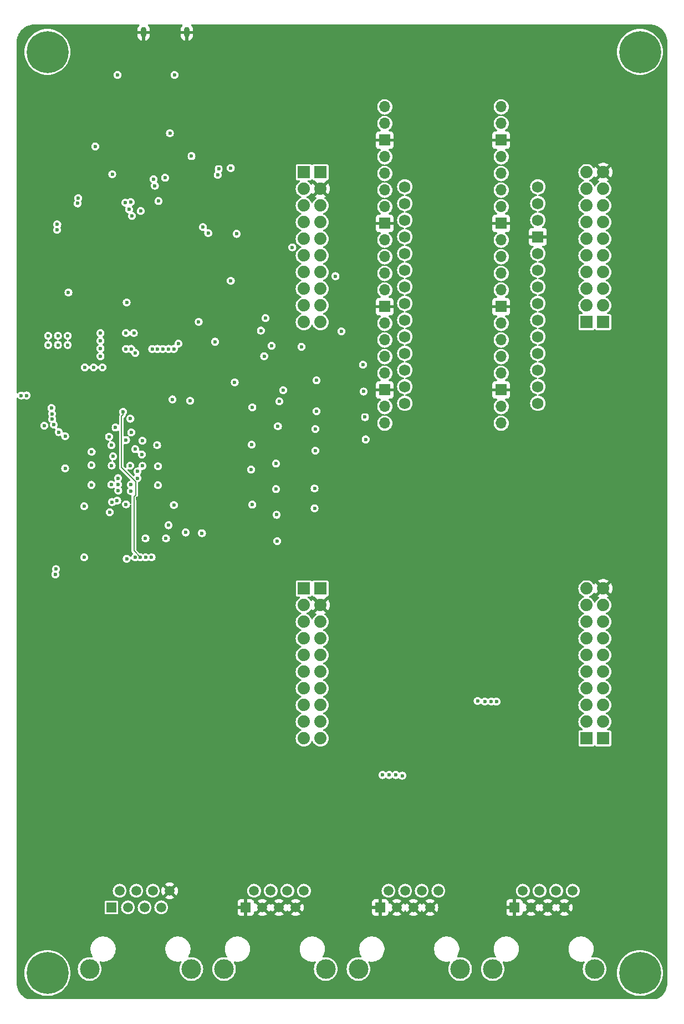
<source format=gbr>
%TF.GenerationSoftware,KiCad,Pcbnew,8.0.5-8.0.5-0~ubuntu22.04.1*%
%TF.CreationDate,2024-09-18T21:07:45+02:00*%
%TF.ProjectId,ohsim_launchpad,6f687369-6d5f-46c6-9175-6e6368706164,rev?*%
%TF.SameCoordinates,Original*%
%TF.FileFunction,Copper,L2,Inr*%
%TF.FilePolarity,Positive*%
%FSLAX46Y46*%
G04 Gerber Fmt 4.6, Leading zero omitted, Abs format (unit mm)*
G04 Created by KiCad (PCBNEW 8.0.5-8.0.5-0~ubuntu22.04.1) date 2024-09-18 21:07:45*
%MOMM*%
%LPD*%
G01*
G04 APERTURE LIST*
%TA.AperFunction,ComponentPad*%
%ADD10C,6.400000*%
%TD*%
%TA.AperFunction,ComponentPad*%
%ADD11C,1.727200*%
%TD*%
%TA.AperFunction,ComponentPad*%
%ADD12R,1.727200X1.727200*%
%TD*%
%TA.AperFunction,ComponentPad*%
%ADD13R,1.500000X1.500000*%
%TD*%
%TA.AperFunction,ComponentPad*%
%ADD14C,1.500000*%
%TD*%
%TA.AperFunction,ComponentPad*%
%ADD15C,3.000000*%
%TD*%
%TA.AperFunction,ComponentPad*%
%ADD16R,1.879600X1.879600*%
%TD*%
%TA.AperFunction,ComponentPad*%
%ADD17C,1.879600*%
%TD*%
%TA.AperFunction,ComponentPad*%
%ADD18O,0.900000X1.600000*%
%TD*%
%TA.AperFunction,ComponentPad*%
%ADD19O,1.700000X1.700000*%
%TD*%
%TA.AperFunction,ComponentPad*%
%ADD20R,1.700000X1.700000*%
%TD*%
%TA.AperFunction,ViaPad*%
%ADD21C,0.600000*%
%TD*%
%TA.AperFunction,Conductor*%
%ADD22C,0.127000*%
%TD*%
G04 APERTURE END LIST*
D10*
%TO.N,unconnected-(H3-Pad1)*%
%TO.C,H3*%
X270500000Y-205000000D03*
%TD*%
D11*
%TO.N,unconnected-(A1-3.3V-Pad3V3)*%
%TO.C,A1*%
X254900000Y-90160000D03*
%TO.N,unconnected-(A1-Pad5V)*%
X254900000Y-85080000D03*
%TO.N,AOUT3*%
X234580000Y-87620000D03*
%TO.N,AOUT2*%
X234580000Y-90160000D03*
%TO.N,AOUT4*%
X234580000Y-92700000D03*
%TO.N,AOUT5*%
X234580000Y-95240000D03*
%TO.N,AOUT1*%
X234580000Y-97780000D03*
%TO.N,AOUT0*%
X234580000Y-100320000D03*
%TO.N,AOUT6*%
X234580000Y-102860000D03*
%TO.N,unconnected-(A1-PadAREF)*%
X234580000Y-85080000D03*
%TO.N,PWM1A*%
X234580000Y-105400000D03*
%TO.N,PWM1B*%
X234580000Y-107940000D03*
%TO.N,PWM2A*%
X234580000Y-110480000D03*
%TO.N,PWM2B*%
X234580000Y-113020000D03*
%TO.N,PWM3A*%
X234580000Y-115560000D03*
%TO.N,PWM3B*%
X234580000Y-118100000D03*
%TO.N,unconnected-(A1-PadD6)*%
X254900000Y-118100000D03*
%TO.N,PWM5B*%
X254900000Y-115560000D03*
%TO.N,PWM5A*%
X254900000Y-113020000D03*
%TO.N,PWM4B*%
X254900000Y-110480000D03*
%TO.N,PWM4A*%
X254900000Y-107940000D03*
%TO.N,unconnected-(A1-D11{slash}SDA-PadD11)*%
X254900000Y-105400000D03*
%TO.N,unconnected-(A1-D12{slash}SCL-PadD12)*%
X254900000Y-102860000D03*
%TO.N,unconnected-(A1-D13{slash}RX-PadD13)*%
X254900000Y-100320000D03*
%TO.N,unconnected-(A1-D14{slash}TX-PadD14)*%
X254900000Y-97780000D03*
D12*
%TO.N,GND*%
X254900000Y-92700000D03*
D11*
%TO.N,unconnected-(A1-RESET-PadRST)*%
X254900000Y-95240000D03*
%TO.N,unconnected-(A1-PadVIN)*%
X254900000Y-87620000D03*
%TD*%
D10*
%TO.N,unconnected-(H4-Pad1)*%
%TO.C,H4*%
X180000000Y-205000000D03*
%TD*%
%TO.N,unconnected-(H1-Pad1)*%
%TO.C,H1*%
X270500000Y-64500000D03*
%TD*%
D13*
%TO.N,GND*%
%TO.C,J5*%
X251347500Y-195000000D03*
D14*
%TO.N,AOUT3*%
X252617500Y-192460000D03*
%TO.N,GND*%
X253887500Y-195000000D03*
%TO.N,AOUT2*%
X255157500Y-192460000D03*
%TO.N,GND*%
X256427500Y-195000000D03*
%TO.N,AOUT4*%
X257697500Y-192460000D03*
%TO.N,GND*%
X258967500Y-195000000D03*
%TO.N,AOUT5*%
X260237500Y-192460000D03*
D15*
%TO.N,N/C*%
X248022500Y-204400000D03*
X263562500Y-204400000D03*
%TD*%
D13*
%TO.N,GND*%
%TO.C,J3*%
X210290833Y-195000000D03*
D14*
%TO.N,AOUT9*%
X211560833Y-192460000D03*
%TO.N,GND*%
X212830833Y-195000000D03*
%TO.N,AOUT8*%
X214100833Y-192460000D03*
%TO.N,GND*%
X215370833Y-195000000D03*
%TO.N,AOUT14*%
X216640833Y-192460000D03*
%TO.N,GND*%
X217910833Y-195000000D03*
%TO.N,AOUT15*%
X219180833Y-192460000D03*
D15*
%TO.N,N/C*%
X206965833Y-204400000D03*
X222505833Y-204400000D03*
%TD*%
D13*
%TO.N,GND*%
%TO.C,J4*%
X230819166Y-195000000D03*
D14*
%TO.N,AOUT12*%
X232089166Y-192460000D03*
%TO.N,GND*%
X233359166Y-195000000D03*
%TO.N,AOUT13*%
X234629166Y-192460000D03*
%TO.N,GND*%
X235899166Y-195000000D03*
%TO.N,AOUT11*%
X237169166Y-192460000D03*
%TO.N,GND*%
X238439166Y-195000000D03*
%TO.N,AOUT10*%
X239709166Y-192460000D03*
D15*
%TO.N,N/C*%
X227494166Y-204400000D03*
X243034166Y-204400000D03*
%TD*%
D10*
%TO.N,unconnected-(H2-Pad1)*%
%TO.C,H2*%
X180000000Y-64500000D03*
%TD*%
D16*
%TO.N,unconnected-(U3A-3.3V_J1-PadJ1_1)*%
%TO.C,U3*%
X219160000Y-82840000D03*
D17*
%TO.N,unconnected-(U3A-GPIO32-PadJ1_2)*%
X219160000Y-85380000D03*
%TO.N,unconnected-(U3A-GPIO19{slash}SCIRXDB-PadJ1_3)*%
X219160000Y-87920000D03*
%TO.N,unconnected-(U3A-GPIO18{slash}SCITXDB-PadJ1_4)*%
X219160000Y-90460000D03*
%TO.N,unconnected-(U3A-GPIO67-PadJ1_5)*%
X219160000Y-93000000D03*
%TO.N,unconnected-(U3A-GPIO111-PadJ1_6)*%
X219160000Y-95540000D03*
%TO.N,unconnected-(U3A-GPIO60{slash}SPICLKA-PadJ1_7)*%
X219160000Y-98080000D03*
%TO.N,unconnected-(U3A-GPIO22-PadJ1_8)*%
X219160000Y-100620000D03*
%TO.N,unconnected-(U3A-GPIO105{slash}I2CSCLA-PadJ1_9)*%
X219160000Y-103160000D03*
%TO.N,unconnected-(U3A-GPIO104{slash}I2CSDAA-PadJ1_10)*%
X219160000Y-105700000D03*
D16*
%TO.N,unconnected-(U3B-GPIO29{slash}OPXBAR6-PadJ2_1)*%
X264880000Y-105700000D03*
D17*
%TO.N,unconnected-(U3B-GPIO125{slash}SD1CLK2-PadJ2_2)*%
X264880000Y-103160000D03*
%TO.N,unconnected-(U3B-GPIO124{slash}SD1D2-PadJ2_3)*%
X264880000Y-100620000D03*
%TO.N,unconnected-(U3B-GPIO59{slash}SPIAMISO-PadJ2_4)*%
X264880000Y-98080000D03*
%TO.N,unconnected-(U3B-GPIO58{slash}SPIAMOSI-PadJ2_5)*%
X264880000Y-95540000D03*
%TO.N,unconnected-(U3B-~{RESET_J2}-PadJ2_6)*%
X264880000Y-93000000D03*
%TO.N,unconnected-(U3B-GPIO122{slash}SD1D1-PadJ2_7)*%
X264880000Y-90460000D03*
%TO.N,unconnected-(U3B-GPIO123{slash}SD1CLK1-PadJ2_8)*%
X264880000Y-87920000D03*
%TO.N,unconnected-(U3B-GPIO61{slash}SPIACS-PadJ2_9)*%
X264880000Y-85380000D03*
%TO.N,GND*%
X264880000Y-82840000D03*
D16*
%TO.N,unconnected-(U3C-+5V_J3-PadJ3_1)*%
X221700000Y-82840000D03*
D17*
%TO.N,GND*%
X221700000Y-85380000D03*
%TO.N,AOUT3*%
X221700000Y-87920000D03*
%TO.N,AOUT2*%
X221700000Y-90460000D03*
%TO.N,AOUT4*%
X221700000Y-93000000D03*
%TO.N,AOUT5*%
X221700000Y-95540000D03*
%TO.N,AOUT1*%
X221700000Y-98080000D03*
%TO.N,AOUT0*%
X221700000Y-100620000D03*
%TO.N,AOUT6*%
X221700000Y-103160000D03*
%TO.N,AOUT7*%
X221700000Y-105700000D03*
D16*
%TO.N,unconnected-(U3D-PWM{slash}BASED{slash}DAC2-PadJ4_1)*%
X262340000Y-105700000D03*
D17*
%TO.N,unconnected-(U3D-PWM{slash}BASED{slash}DAC1-PadJ4_2)*%
X262340000Y-103160000D03*
%TO.N,unconnected-(U3D-GPIO16{slash}OPXBAR7-PadJ4_3)*%
X262340000Y-100620000D03*
%TO.N,unconnected-(U3D-GPIO24{slash}OPXBAR1-PadJ4_4)*%
X262340000Y-98080000D03*
%TO.N,PWM3B*%
X262340000Y-95540000D03*
%TO.N,PWM3A*%
X262340000Y-93000000D03*
%TO.N,PWM2B*%
X262340000Y-90460000D03*
%TO.N,PWM2A*%
X262340000Y-87920000D03*
%TO.N,PWM1B*%
X262340000Y-85380000D03*
%TO.N,PWM1A*%
X262340000Y-82840000D03*
D16*
%TO.N,unconnected-(U3E-3.3V_J5-PadJ5_1)*%
X219160000Y-146340000D03*
D17*
%TO.N,unconnected-(U3E-GPIO95-PadJ5_2)*%
X219160000Y-148880000D03*
%TO.N,unconnected-(U3E-GPIO139{slash}SCICRX-PadJ5_3)*%
X219160000Y-151420000D03*
%TO.N,unconnected-(U3E-GPIO56{slash}SCICIX-PadJ5_4)*%
X219160000Y-153960000D03*
%TO.N,unconnected-(U3E-GPIO97-PadJ5_5)*%
X219160000Y-156500000D03*
%TO.N,unconnected-(U3E-GPIO94-PadJ5_6)*%
X219160000Y-159040000D03*
%TO.N,unconnected-(U3E-GPIO65{slash}SPIBCLK-PadJ5_7)*%
X219160000Y-161580000D03*
%TO.N,unconnected-(U3E-GPIO52-PadJ5_8)*%
X219160000Y-164120000D03*
%TO.N,unconnected-(U3E-GPIO41{slash}I2CSCLB{slash}J5-PadJ5_9)*%
X219160000Y-166660000D03*
%TO.N,unconnected-(U3E-GPIO40{slash}I2CSDAB{slash}J5-PadJ5_10)*%
X219160000Y-169200000D03*
D16*
%TO.N,unconnected-(U3F-GPIO25{slash}OPXBAR2-PadJ6_1)*%
X264880000Y-169200000D03*
D17*
%TO.N,unconnected-(U3F-GPIO27{slash}SD2CLK2-PadJ6_2)*%
X264880000Y-166660000D03*
%TO.N,unconnected-(U3F-GPIO26{slash}SD2D2-PadJ6_3)*%
X264880000Y-164120000D03*
%TO.N,unconnected-(U3F-GPIO64{slash}SPIBMISO-PadJ6_4)*%
X264880000Y-161580000D03*
%TO.N,unconnected-(U3F-GPIO63{slash}SPIBMOSI-PadJ6_5)*%
X264880000Y-159040000D03*
%TO.N,unconnected-(U3F-~{RESET_J6}-PadJ6_6)*%
X264880000Y-156500000D03*
%TO.N,unconnected-(U3F-GPIO130{slash}SD2D1-PadJ6_7)*%
X264880000Y-153960000D03*
%TO.N,unconnected-(U3F-GPIO131{slash}SD2CLK1-PadJ6_8)*%
X264880000Y-151420000D03*
%TO.N,unconnected-(U3F-GPIO66{slash}SPIBCS-PadJ6_9)*%
X264880000Y-148880000D03*
%TO.N,GND*%
X264880000Y-146340000D03*
D16*
%TO.N,unconnected-(U3G-+5V_J7-PadJ7_1)*%
X221700000Y-146340000D03*
D17*
%TO.N,GND*%
X221700000Y-148880000D03*
%TO.N,AOUT10*%
X221700000Y-151420000D03*
%TO.N,AOUT11*%
X221700000Y-153960000D03*
%TO.N,AOUT13*%
X221700000Y-156500000D03*
%TO.N,AOUT12*%
X221700000Y-159040000D03*
%TO.N,AOUT9*%
X221700000Y-161580000D03*
%TO.N,AOUT8*%
X221700000Y-164120000D03*
%TO.N,AOUT14*%
X221700000Y-166660000D03*
%TO.N,AOUT15*%
X221700000Y-169200000D03*
D16*
%TO.N,unconnected-(U3H-PWM{slash}BASED{slash}DAC4-PadJ8_1)*%
X262340000Y-169200000D03*
D17*
%TO.N,unconnected-(U3H-PWM{slash}BASED{slash}DAC3-PadJ8_2)*%
X262340000Y-166660000D03*
%TO.N,unconnected-(U3H-GPIO15{slash}OPXBAR4-PadJ8_3)*%
X262340000Y-164120000D03*
%TO.N,unconnected-(U3H-GPIO14{slash}OPXBAR3-PadJ8_4)*%
X262340000Y-161580000D03*
%TO.N,PWM6B*%
X262340000Y-159040000D03*
%TO.N,PWM6A*%
X262340000Y-156500000D03*
%TO.N,PWM5B*%
X262340000Y-153960000D03*
%TO.N,PWM5A*%
X262340000Y-151420000D03*
%TO.N,PWM4B*%
X262340000Y-148880000D03*
%TO.N,PWM4A*%
X262340000Y-146340000D03*
%TD*%
D18*
%TO.N,GND*%
%TO.C,J1*%
X201300000Y-61525000D03*
X194700000Y-61525000D03*
%TD*%
D19*
%TO.N,unconnected-(U15-GPIO0-Pad1)*%
%TO.C,U15*%
X231520000Y-72870000D03*
%TO.N,unconnected-(U15-GPIO1-Pad2)*%
X231520000Y-75410000D03*
D20*
%TO.N,GND*%
X231520000Y-77950000D03*
D19*
%TO.N,unconnected-(U15-GPIO2-Pad4)*%
X231520000Y-80490000D03*
%TO.N,unconnected-(U15-GPIO3-Pad5)*%
X231520000Y-83030000D03*
%TO.N,unconnected-(U15-GPIO4-Pad6)*%
X231520000Y-85570000D03*
%TO.N,unconnected-(U15-GPIO5-Pad7)*%
X231520000Y-88110000D03*
D20*
%TO.N,GND*%
X231520000Y-90650000D03*
D19*
%TO.N,unconnected-(U15-GPIO6-Pad9)*%
X231520000Y-93190000D03*
%TO.N,unconnected-(U15-GPIO7-Pad10)*%
X231520000Y-95730000D03*
%TO.N,unconnected-(U15-GPIO8-Pad11)*%
X231520000Y-98270000D03*
%TO.N,unconnected-(U15-GPIO9-Pad12)*%
X231520000Y-100810000D03*
D20*
%TO.N,GND*%
X231520000Y-103350000D03*
D19*
%TO.N,PWM1A*%
X231520000Y-105890000D03*
%TO.N,PWM1B*%
X231520000Y-108430000D03*
%TO.N,PWM2A*%
X231520000Y-110970000D03*
%TO.N,PWM2B*%
X231520000Y-113510000D03*
D20*
%TO.N,GND*%
X231520000Y-116050000D03*
D19*
%TO.N,PWM3A*%
X231520000Y-118590000D03*
%TO.N,PWM3B*%
X231520000Y-121130000D03*
%TO.N,unconnected-(U15-GPIO16-Pad21)*%
X249300000Y-121130000D03*
%TO.N,PWM5B*%
X249300000Y-118590000D03*
D20*
%TO.N,GND*%
X249300000Y-116050000D03*
D19*
%TO.N,PWM5A*%
X249300000Y-113510000D03*
%TO.N,PWM4B*%
X249300000Y-110970000D03*
%TO.N,PWM4A*%
X249300000Y-108430000D03*
%TO.N,unconnected-(U15-GPIO21-Pad27)*%
X249300000Y-105890000D03*
D20*
%TO.N,GND*%
X249300000Y-103350000D03*
D19*
%TO.N,unconnected-(U15-GPIO22-Pad29)*%
X249300000Y-100810000D03*
%TO.N,unconnected-(U15-RUN-Pad30)*%
X249300000Y-98270000D03*
%TO.N,AOUT4*%
X249300000Y-95730000D03*
%TO.N,AOUT2*%
X249300000Y-93190000D03*
D20*
%TO.N,GND*%
X249300000Y-90650000D03*
D19*
%TO.N,AOUT3*%
X249300000Y-88110000D03*
%TO.N,unconnected-(U15-ADC_VREF-Pad35)*%
X249300000Y-85570000D03*
%TO.N,unconnected-(U15-3V3-Pad36)*%
X249300000Y-83030000D03*
%TO.N,unconnected-(U15-3V3_EN-Pad37)*%
X249300000Y-80490000D03*
D20*
%TO.N,GND*%
X249300000Y-77950000D03*
D19*
%TO.N,unconnected-(U15-VSYS-Pad39)*%
X249300000Y-75410000D03*
%TO.N,unconnected-(U15-VBUS-Pad40)*%
X249300000Y-72870000D03*
%TD*%
D13*
%TO.N,Net-(J2-Pad1)*%
%TO.C,J2*%
X189762500Y-195000000D03*
D14*
%TO.N,Net-(J2-Pad2)*%
X191032500Y-192460000D03*
%TO.N,Net-(J2-Pad3)*%
X192302500Y-195000000D03*
%TO.N,Net-(J2-Pad4)*%
X193572500Y-192460000D03*
%TO.N,Net-(J2-Pad5)*%
X194842500Y-195000000D03*
%TO.N,Net-(J2-Pad6)*%
X196112500Y-192460000D03*
%TO.N,Net-(J2-Pad7)*%
X197382500Y-195000000D03*
%TO.N,GND*%
X198652500Y-192460000D03*
D15*
%TO.N,N/C*%
X186437500Y-204400000D03*
X201977500Y-204400000D03*
%TD*%
D21*
%TO.N,GND*%
X179000000Y-126600000D03*
%TO.N,RP2040_UART0_TX*%
X196200000Y-83900000D03*
X181500000Y-90800000D03*
%TO.N,RP2040_UART0_RX*%
X196400000Y-84900000D03*
X181448455Y-91648455D03*
%TO.N,GND*%
X193750000Y-77825000D03*
X187600000Y-80300000D03*
%TO.N,sdcard_sclk*%
X192473000Y-88511687D03*
%TO.N,sdcard_mosi*%
X192893993Y-89497083D03*
%TO.N,sdcard_cs*%
X194236500Y-88763500D03*
%TO.N,sdcard_miso*%
X192700000Y-87400000D03*
%TO.N,sdcard_detection*%
X191900000Y-87500000D03*
%TO.N,GND*%
X211500000Y-104100000D03*
%TO.N,+3V3*%
X208000000Y-99400000D03*
%TO.N,PROGRAM_B_RP2040*%
X176800000Y-116900000D03*
X184600000Y-87600000D03*
X181300000Y-143400000D03*
X185600000Y-141600000D03*
%TO.N,INIT_B_RP2040*%
X192100000Y-141800000D03*
X181200000Y-144200000D03*
X176000000Y-116900000D03*
X184700000Y-86800000D03*
%TO.N,FLASH_DIN_RP2040*%
X214234000Y-109300000D03*
X213100000Y-110900000D03*
%TO.N,+5V*%
X218800000Y-109463500D03*
X220900000Y-125300000D03*
X220900000Y-122000000D03*
X220800000Y-131100000D03*
X221100000Y-114600000D03*
X221100000Y-119300000D03*
X199400000Y-68000000D03*
X190700000Y-68000000D03*
X220800000Y-134100000D03*
X217400000Y-94300000D03*
%TO.N,GND*%
X183200000Y-103900000D03*
X204900000Y-110900000D03*
X208000000Y-110900000D03*
X184200000Y-123600000D03*
X229000000Y-93000000D03*
X227400000Y-112900000D03*
X186750000Y-122500000D03*
X202300000Y-108500000D03*
X188773189Y-130534943D03*
X203150000Y-86000000D03*
X190651425Y-125426535D03*
X245300000Y-93800000D03*
X205900000Y-92500000D03*
X227000000Y-92000000D03*
X246000000Y-90800000D03*
X252200000Y-112200000D03*
X203200000Y-87650000D03*
X260100000Y-89600000D03*
X189400000Y-103800000D03*
X204900000Y-112600000D03*
X191800000Y-97000000D03*
X195300000Y-103800000D03*
X217100000Y-119800000D03*
X252000000Y-82500000D03*
X198900000Y-128200000D03*
X202000000Y-135000000D03*
X243700000Y-92800000D03*
X227000000Y-93000000D03*
X260300000Y-87200000D03*
X218000000Y-114200000D03*
X198500000Y-115500000D03*
X203500000Y-108500000D03*
X193000000Y-125900000D03*
X186000000Y-97000000D03*
X192000000Y-99000000D03*
X194000000Y-126700000D03*
X199500000Y-115500000D03*
X224200000Y-115800000D03*
X212264552Y-135500000D03*
X208000000Y-112600000D03*
X194780000Y-128550000D03*
X256500000Y-109600000D03*
X201100000Y-121700000D03*
X193000000Y-97000000D03*
X246000000Y-88000000D03*
X192000000Y-103800000D03*
X187000000Y-97000000D03*
X186000000Y-99000000D03*
X188500000Y-133600000D03*
X217700000Y-130300000D03*
X184800000Y-128000000D03*
X188907858Y-124239221D03*
X198550000Y-91650000D03*
X217764552Y-138500000D03*
X193763500Y-132600000D03*
X201800000Y-112600000D03*
X256500000Y-114600000D03*
X228000000Y-93000000D03*
X227400000Y-140100000D03*
X252100000Y-109600000D03*
X201200000Y-115100000D03*
X260600000Y-84900000D03*
X227700000Y-128500000D03*
X217600000Y-121600000D03*
X256000000Y-82500000D03*
X202400000Y-122200000D03*
X217100000Y-109500000D03*
X226800000Y-120400000D03*
X187750000Y-125510099D03*
X260300000Y-92300000D03*
X197683883Y-121411722D03*
X186900000Y-133600000D03*
X201500000Y-106500000D03*
X196400000Y-134000000D03*
X247000000Y-85400000D03*
X204000000Y-135000000D03*
X199500000Y-114400000D03*
X195536500Y-117400000D03*
X196800000Y-61525000D03*
X244000000Y-88800000D03*
X190800000Y-116600000D03*
X201550000Y-87700000D03*
X186750001Y-120489901D03*
X227300000Y-136900000D03*
X201600000Y-85950000D03*
X200000000Y-135000000D03*
X199200000Y-61525000D03*
X256500000Y-112000000D03*
X187663956Y-130564485D03*
X201800000Y-110900000D03*
X195739901Y-125500000D03*
%TO.N,+3V3*%
X197950000Y-83700000D03*
X196749999Y-124489901D03*
X194970000Y-138700000D03*
X205600000Y-108700000D03*
X201800000Y-117700000D03*
X199300000Y-133620000D03*
X185600000Y-133800000D03*
X180100000Y-109200000D03*
X208000000Y-82200000D03*
X213300000Y-105100000D03*
X181600000Y-109200000D03*
X192000000Y-123700000D03*
X192674841Y-120443661D03*
X182700000Y-128000000D03*
X212600000Y-107000000D03*
X202000000Y-80400000D03*
X186694575Y-130540700D03*
X208900000Y-92250000D03*
X186700236Y-127535995D03*
X183100000Y-109200000D03*
X198700000Y-76900000D03*
X182700000Y-123100000D03*
X196950000Y-87250000D03*
X189900000Y-83150000D03*
X203100000Y-105663500D03*
X180100000Y-107800000D03*
X190750000Y-130489901D03*
X189500000Y-134700000D03*
X192760099Y-131500000D03*
X183100000Y-107800000D03*
X186749999Y-125510099D03*
X181600000Y-107800000D03*
X198100000Y-138700000D03*
X204550000Y-92150000D03*
X196879000Y-130593601D03*
X206000000Y-83250000D03*
X199100000Y-117500000D03*
X196900000Y-127700000D03*
X187300000Y-78900000D03*
%TO.N,+1V8*%
X192000000Y-109800000D03*
X194500000Y-123800000D03*
X193766398Y-128493905D03*
X192000000Y-107400000D03*
X192800000Y-109800000D03*
X183200000Y-101200000D03*
X193400000Y-110400000D03*
X192100000Y-102700000D03*
X194519232Y-127646157D03*
X194400000Y-125900000D03*
X193200000Y-107400000D03*
%TO.N,+1V0*%
X185700000Y-112600000D03*
X188100000Y-107400000D03*
X190000000Y-126200000D03*
X189804839Y-127573201D03*
X188100000Y-110900000D03*
X188100000Y-109733332D03*
X192793571Y-122530732D03*
X193400000Y-125100000D03*
X188100000Y-108566666D03*
X192627339Y-127589592D03*
X188400000Y-112600000D03*
X189765226Y-124495027D03*
X190400000Y-121800000D03*
X189400000Y-123200000D03*
X187050000Y-112600000D03*
%TO.N,+1V1*%
X203765053Y-91226109D03*
X206150000Y-82350000D03*
%TO.N,Net-(U1A-CFGBVS_0)*%
X190816117Y-131411722D03*
X192000000Y-133500000D03*
%TO.N,JTAG_TCK*%
X194200000Y-141600000D03*
X191563051Y-119373898D03*
%TO.N,JTAG_TDO*%
X195000000Y-141600000D03*
X189879036Y-133159475D03*
%TO.N,JTAG_TMS*%
X193400000Y-141600000D03*
X189739901Y-130500000D03*
%TO.N,JTAG_TDI*%
X195900000Y-141600000D03*
X190651545Y-132951545D03*
%TO.N,FPGA_M2*%
X193718277Y-129520308D03*
X203600000Y-137900000D03*
%TO.N,FPGA_M1*%
X201100000Y-137800000D03*
X192760099Y-130500001D03*
%TO.N,FPGA_M0*%
X190781723Y-129520308D03*
X198500000Y-136700000D03*
%TO.N,AOUT0*%
X215400000Y-117800000D03*
X224000000Y-98700000D03*
%TO.N,AOUT1*%
X215200000Y-121600000D03*
%TO.N,AOUT3*%
X228600000Y-123600000D03*
X245700000Y-163500000D03*
%TO.N,AOUT4*%
X247800000Y-163600000D03*
X228300000Y-116300000D03*
%TO.N,AOUT5*%
X248600000Y-163600000D03*
X228180000Y-112200000D03*
%TO.N,AOUT6*%
X216000000Y-116100000D03*
X224900000Y-107100000D03*
%TO.N,AOUT12*%
X231200000Y-174800000D03*
%TO.N,AOUT13*%
X232200000Y-174800000D03*
%TO.N,AOUT14*%
X214900000Y-131200000D03*
%TO.N,AOUT15*%
X214900000Y-127300000D03*
%TO.N,AOUT8*%
X215000000Y-135100000D03*
%TO.N,AOUT9*%
X215100000Y-139100000D03*
%TO.N,AOUT10*%
X234200000Y-174900000D03*
%TO.N,AOUT11*%
X233200000Y-174800000D03*
%TO.N,VREF_DAC*%
X211200000Y-124400000D03*
X211100000Y-128200000D03*
X211300000Y-118700000D03*
X211300000Y-133563500D03*
X208600000Y-114900000D03*
%TO.N,PWM1A*%
X196000000Y-109800000D03*
%TO.N,PWM5B*%
X180734051Y-120508366D03*
%TO.N,PWM4A*%
X181700000Y-122490500D03*
%TO.N,PWM3A*%
X199300000Y-109800000D03*
%TO.N,PWM1B*%
X196800000Y-109800000D03*
%TO.N,PWM5A*%
X180973000Y-121363500D03*
%TO.N,PWM3B*%
X200000000Y-109000000D03*
%TO.N,PWM2A*%
X197600000Y-109800000D03*
%TO.N,PWM6A*%
X180700000Y-119700000D03*
%TO.N,PWM4B*%
X179500000Y-121500000D03*
%TO.N,PWM6B*%
X180600000Y-118800000D03*
%TO.N,PWM2B*%
X198500000Y-109800000D03*
%TO.N,AOUT2*%
X246800000Y-163600000D03*
X228500000Y-120200000D03*
%TD*%
D22*
%TO.N,JTAG_TCK*%
X193200000Y-132366590D02*
X193484867Y-132081723D01*
X191563051Y-119836949D02*
X191563051Y-119373898D01*
X193484867Y-132081723D02*
X193484867Y-130083808D01*
X193200000Y-140600000D02*
X193200000Y-132366590D01*
X194200000Y-141600000D02*
X193200000Y-140600000D01*
X193484867Y-130083808D02*
X191300000Y-127898941D01*
X191300000Y-127898941D02*
X191300000Y-120100000D01*
X191300000Y-120100000D02*
X191563051Y-119836949D01*
%TD*%
%TA.AperFunction,Conductor*%
%TO.N,GND*%
G36*
X221226619Y-149076081D02*
G01*
X221293498Y-149191920D01*
X221388080Y-149286502D01*
X221503919Y-149353381D01*
X221564057Y-149369495D01*
X220872840Y-150060712D01*
X220872840Y-150060713D01*
X220909802Y-150089482D01*
X220909807Y-150089485D01*
X221031107Y-150155129D01*
X221080698Y-150204348D01*
X221095806Y-150272565D01*
X221071636Y-150338121D01*
X221043214Y-150365758D01*
X220899712Y-150466240D01*
X220899701Y-150466249D01*
X220746246Y-150619704D01*
X220621764Y-150797481D01*
X220542382Y-150967719D01*
X220496210Y-151020158D01*
X220429016Y-151039310D01*
X220362135Y-151019094D01*
X220317618Y-150967719D01*
X220238235Y-150797481D01*
X220113753Y-150619704D01*
X219960295Y-150466246D01*
X219960286Y-150466240D01*
X219782519Y-150341765D01*
X219782515Y-150341763D01*
X219612281Y-150262382D01*
X219559841Y-150216210D01*
X219540689Y-150149017D01*
X219560905Y-150082135D01*
X219612281Y-150037618D01*
X219639767Y-150024800D01*
X219782519Y-149958235D01*
X219960295Y-149833754D01*
X220113754Y-149680295D01*
X220211688Y-149540430D01*
X220266263Y-149496809D01*
X220335762Y-149489616D01*
X220398116Y-149521138D01*
X220426815Y-149561743D01*
X220429391Y-149567615D01*
X220520055Y-149706388D01*
X221210504Y-149015940D01*
X221226619Y-149076081D01*
G37*
%TD.AperFunction*%
%TA.AperFunction,Conductor*%
G36*
X220473334Y-147433751D02*
G01*
X220517681Y-147462252D01*
X220587435Y-147532006D01*
X220690209Y-147577385D01*
X220715335Y-147580300D01*
X220748289Y-147580299D01*
X220815326Y-147599982D01*
X220861082Y-147652784D01*
X220868984Y-147695431D01*
X221564058Y-148390504D01*
X221503919Y-148406619D01*
X221388080Y-148473498D01*
X221293498Y-148568080D01*
X221226619Y-148683919D01*
X221210504Y-148744058D01*
X220520056Y-148053610D01*
X220429392Y-148192383D01*
X220429385Y-148192395D01*
X220426813Y-148198260D01*
X220381854Y-148251743D01*
X220315116Y-148272428D01*
X220247790Y-148253749D01*
X220211686Y-148219566D01*
X220196767Y-148198260D01*
X220113754Y-148079705D01*
X219960295Y-147926246D01*
X219788384Y-147805872D01*
X219744762Y-147751297D01*
X219737569Y-147681798D01*
X219769091Y-147619444D01*
X219829321Y-147584030D01*
X219859508Y-147580299D01*
X220144664Y-147580299D01*
X220144679Y-147580297D01*
X220144682Y-147580297D01*
X220169787Y-147577386D01*
X220169788Y-147577385D01*
X220169791Y-147577385D01*
X220272565Y-147532006D01*
X220342319Y-147462252D01*
X220403642Y-147428767D01*
X220473334Y-147433751D01*
G37*
%TD.AperFunction*%
%TA.AperFunction,Conductor*%
G36*
X264406619Y-146536081D02*
G01*
X264473498Y-146651920D01*
X264568080Y-146746502D01*
X264683919Y-146813381D01*
X264744057Y-146829495D01*
X264052840Y-147520712D01*
X264052840Y-147520713D01*
X264089802Y-147549482D01*
X264089807Y-147549485D01*
X264211107Y-147615129D01*
X264260698Y-147664348D01*
X264275806Y-147732565D01*
X264251636Y-147798121D01*
X264223214Y-147825758D01*
X264079712Y-147926240D01*
X264079701Y-147926249D01*
X263926246Y-148079704D01*
X263801764Y-148257481D01*
X263722382Y-148427719D01*
X263676210Y-148480158D01*
X263609016Y-148499310D01*
X263542135Y-148479094D01*
X263497618Y-148427719D01*
X263418235Y-148257481D01*
X263372661Y-148192395D01*
X263293754Y-148079705D01*
X263140295Y-147926246D01*
X262962519Y-147801765D01*
X262962515Y-147801763D01*
X262792281Y-147722382D01*
X262739841Y-147676210D01*
X262720689Y-147609017D01*
X262740905Y-147542135D01*
X262792281Y-147497618D01*
X262819767Y-147484800D01*
X262962519Y-147418235D01*
X263140295Y-147293754D01*
X263293754Y-147140295D01*
X263391688Y-147000430D01*
X263446263Y-146956809D01*
X263515762Y-146949616D01*
X263578116Y-146981138D01*
X263606815Y-147021743D01*
X263609391Y-147027615D01*
X263700055Y-147166388D01*
X264390504Y-146475940D01*
X264406619Y-146536081D01*
G37*
%TD.AperFunction*%
%TA.AperFunction,Conductor*%
G36*
X221226619Y-85576081D02*
G01*
X221293498Y-85691920D01*
X221388080Y-85786502D01*
X221503919Y-85853381D01*
X221564057Y-85869495D01*
X220872840Y-86560712D01*
X220872840Y-86560713D01*
X220909802Y-86589482D01*
X220909807Y-86589485D01*
X221031107Y-86655129D01*
X221080698Y-86704348D01*
X221095806Y-86772565D01*
X221071636Y-86838121D01*
X221043214Y-86865758D01*
X220899712Y-86966240D01*
X220899701Y-86966249D01*
X220746246Y-87119704D01*
X220621764Y-87297481D01*
X220542382Y-87467719D01*
X220496210Y-87520158D01*
X220429016Y-87539310D01*
X220362135Y-87519094D01*
X220317618Y-87467719D01*
X220238235Y-87297481D01*
X220168351Y-87197677D01*
X220113754Y-87119705D01*
X219960295Y-86966246D01*
X219782519Y-86841765D01*
X219782515Y-86841763D01*
X219612281Y-86762382D01*
X219559841Y-86716210D01*
X219540689Y-86649017D01*
X219560905Y-86582135D01*
X219612281Y-86537618D01*
X219639767Y-86524800D01*
X219782519Y-86458235D01*
X219960295Y-86333754D01*
X220113754Y-86180295D01*
X220211688Y-86040430D01*
X220266263Y-85996809D01*
X220335762Y-85989616D01*
X220398116Y-86021138D01*
X220426815Y-86061743D01*
X220429391Y-86067615D01*
X220520055Y-86206388D01*
X221210504Y-85515940D01*
X221226619Y-85576081D01*
G37*
%TD.AperFunction*%
%TA.AperFunction,Conductor*%
G36*
X220473334Y-83933751D02*
G01*
X220517681Y-83962252D01*
X220587435Y-84032006D01*
X220690209Y-84077385D01*
X220715335Y-84080300D01*
X220748289Y-84080299D01*
X220815326Y-84099982D01*
X220861082Y-84152784D01*
X220868984Y-84195431D01*
X221564058Y-84890504D01*
X221503919Y-84906619D01*
X221388080Y-84973498D01*
X221293498Y-85068080D01*
X221226619Y-85183919D01*
X221210504Y-85244058D01*
X220520056Y-84553610D01*
X220429392Y-84692383D01*
X220429385Y-84692395D01*
X220426813Y-84698260D01*
X220381854Y-84751743D01*
X220315116Y-84772428D01*
X220247790Y-84753749D01*
X220211686Y-84719566D01*
X220196767Y-84698260D01*
X220113754Y-84579705D01*
X219960295Y-84426246D01*
X219788384Y-84305872D01*
X219744762Y-84251297D01*
X219737569Y-84181798D01*
X219769091Y-84119444D01*
X219829321Y-84084030D01*
X219859508Y-84080299D01*
X220144664Y-84080299D01*
X220144679Y-84080297D01*
X220144682Y-84080297D01*
X220169787Y-84077386D01*
X220169788Y-84077385D01*
X220169791Y-84077385D01*
X220272565Y-84032006D01*
X220342319Y-83962252D01*
X220403642Y-83928767D01*
X220473334Y-83933751D01*
G37*
%TD.AperFunction*%
%TA.AperFunction,Conductor*%
G36*
X264406619Y-83036081D02*
G01*
X264473498Y-83151920D01*
X264568080Y-83246502D01*
X264683919Y-83313381D01*
X264744057Y-83329495D01*
X264052840Y-84020712D01*
X264052840Y-84020713D01*
X264089802Y-84049482D01*
X264089807Y-84049485D01*
X264211107Y-84115129D01*
X264260698Y-84164348D01*
X264275806Y-84232565D01*
X264251636Y-84298121D01*
X264223214Y-84325758D01*
X264079712Y-84426240D01*
X264079701Y-84426249D01*
X263926246Y-84579704D01*
X263801764Y-84757481D01*
X263722382Y-84927719D01*
X263676210Y-84980158D01*
X263609016Y-84999310D01*
X263542135Y-84979094D01*
X263497618Y-84927719D01*
X263418235Y-84757481D01*
X263372661Y-84692395D01*
X263293754Y-84579705D01*
X263140295Y-84426246D01*
X262962519Y-84301765D01*
X262962515Y-84301763D01*
X262792281Y-84222382D01*
X262739841Y-84176210D01*
X262720689Y-84109017D01*
X262740905Y-84042135D01*
X262792281Y-83997618D01*
X262819767Y-83984800D01*
X262962519Y-83918235D01*
X263140295Y-83793754D01*
X263293754Y-83640295D01*
X263391688Y-83500430D01*
X263446263Y-83456809D01*
X263515762Y-83449616D01*
X263578116Y-83481138D01*
X263606815Y-83521743D01*
X263609391Y-83527615D01*
X263700055Y-83666388D01*
X264390504Y-82975940D01*
X264406619Y-83036081D01*
G37*
%TD.AperFunction*%
%TA.AperFunction,Conductor*%
G36*
X193998673Y-60320185D02*
G01*
X194044428Y-60372989D01*
X194054372Y-60442147D01*
X194025347Y-60505703D01*
X194019315Y-60512181D01*
X193962089Y-60569406D01*
X193962086Y-60569410D01*
X193858124Y-60724999D01*
X193858119Y-60725008D01*
X193786508Y-60897894D01*
X193786506Y-60897902D01*
X193750000Y-61081428D01*
X193750000Y-61275000D01*
X194450000Y-61275000D01*
X194450000Y-61775000D01*
X193750000Y-61775000D01*
X193750000Y-61968571D01*
X193786506Y-62152097D01*
X193786508Y-62152105D01*
X193858119Y-62324991D01*
X193858124Y-62325000D01*
X193962086Y-62480589D01*
X193962089Y-62480593D01*
X194094406Y-62612910D01*
X194094410Y-62612913D01*
X194249999Y-62716875D01*
X194250012Y-62716882D01*
X194422889Y-62788489D01*
X194422896Y-62788491D01*
X194450000Y-62793882D01*
X194450000Y-61924728D01*
X194488060Y-62016614D01*
X194558386Y-62086940D01*
X194650272Y-62125000D01*
X194749728Y-62125000D01*
X194841614Y-62086940D01*
X194911940Y-62016614D01*
X194950000Y-61924728D01*
X194950000Y-62793881D01*
X194977103Y-62788491D01*
X194977110Y-62788489D01*
X195149987Y-62716882D01*
X195150000Y-62716875D01*
X195305589Y-62612913D01*
X195305593Y-62612910D01*
X195437910Y-62480593D01*
X195437913Y-62480589D01*
X195541875Y-62325000D01*
X195541880Y-62324991D01*
X195613491Y-62152105D01*
X195613493Y-62152097D01*
X195649999Y-61968571D01*
X195650000Y-61968569D01*
X195650000Y-61775000D01*
X194950000Y-61775000D01*
X194950000Y-61275000D01*
X195650000Y-61275000D01*
X195650000Y-61081430D01*
X195649999Y-61081428D01*
X195613493Y-60897902D01*
X195613491Y-60897894D01*
X195541880Y-60725008D01*
X195541875Y-60724999D01*
X195437913Y-60569410D01*
X195437910Y-60569406D01*
X195380685Y-60512181D01*
X195347200Y-60450858D01*
X195352184Y-60381166D01*
X195394056Y-60325233D01*
X195459520Y-60300816D01*
X195468366Y-60300500D01*
X200531634Y-60300500D01*
X200598673Y-60320185D01*
X200644428Y-60372989D01*
X200654372Y-60442147D01*
X200625347Y-60505703D01*
X200619315Y-60512181D01*
X200562089Y-60569406D01*
X200562086Y-60569410D01*
X200458124Y-60724999D01*
X200458119Y-60725008D01*
X200386508Y-60897894D01*
X200386506Y-60897902D01*
X200350000Y-61081428D01*
X200350000Y-61275000D01*
X201050000Y-61275000D01*
X201050000Y-61775000D01*
X200350000Y-61775000D01*
X200350000Y-61968571D01*
X200386506Y-62152097D01*
X200386508Y-62152105D01*
X200458119Y-62324991D01*
X200458124Y-62325000D01*
X200562086Y-62480589D01*
X200562089Y-62480593D01*
X200694406Y-62612910D01*
X200694410Y-62612913D01*
X200849999Y-62716875D01*
X200850012Y-62716882D01*
X201022889Y-62788489D01*
X201022896Y-62788491D01*
X201050000Y-62793882D01*
X201050000Y-61924728D01*
X201088060Y-62016614D01*
X201158386Y-62086940D01*
X201250272Y-62125000D01*
X201349728Y-62125000D01*
X201441614Y-62086940D01*
X201511940Y-62016614D01*
X201550000Y-61924728D01*
X201550000Y-62793881D01*
X201577103Y-62788491D01*
X201577110Y-62788489D01*
X201749987Y-62716882D01*
X201750000Y-62716875D01*
X201905589Y-62612913D01*
X201905593Y-62612910D01*
X202037910Y-62480593D01*
X202037913Y-62480589D01*
X202141875Y-62325000D01*
X202141880Y-62324991D01*
X202213491Y-62152105D01*
X202213493Y-62152097D01*
X202249999Y-61968571D01*
X202250000Y-61968569D01*
X202250000Y-61775000D01*
X201550000Y-61775000D01*
X201550000Y-61275000D01*
X202250000Y-61275000D01*
X202250000Y-61081430D01*
X202249999Y-61081428D01*
X202213493Y-60897902D01*
X202213491Y-60897894D01*
X202141880Y-60725008D01*
X202141875Y-60724999D01*
X202037913Y-60569410D01*
X202037910Y-60569406D01*
X201980685Y-60512181D01*
X201947200Y-60450858D01*
X201952184Y-60381166D01*
X201994056Y-60325233D01*
X202059520Y-60300816D01*
X202068366Y-60300500D01*
X271952405Y-60300500D01*
X271996519Y-60300500D01*
X272003472Y-60300695D01*
X272295306Y-60317084D01*
X272309103Y-60318638D01*
X272593827Y-60367015D01*
X272607382Y-60370108D01*
X272746141Y-60410084D01*
X272884899Y-60450060D01*
X272898025Y-60454653D01*
X273164841Y-60565172D01*
X273177355Y-60571198D01*
X273343444Y-60662992D01*
X273430125Y-60710899D01*
X273441899Y-60718297D01*
X273677430Y-60885415D01*
X273688302Y-60894085D01*
X273897939Y-61081428D01*
X273903642Y-61086524D01*
X273913475Y-61096357D01*
X274105914Y-61311697D01*
X274114584Y-61322569D01*
X274281702Y-61558100D01*
X274289100Y-61569874D01*
X274428797Y-61822637D01*
X274434830Y-61835165D01*
X274545346Y-62101975D01*
X274549939Y-62115100D01*
X274629890Y-62392615D01*
X274632984Y-62406172D01*
X274681359Y-62690885D01*
X274682916Y-62704703D01*
X274699305Y-62996527D01*
X274699500Y-63003480D01*
X274699500Y-206496519D01*
X274699305Y-206503472D01*
X274682916Y-206795296D01*
X274681359Y-206809114D01*
X274632984Y-207093827D01*
X274629890Y-207107384D01*
X274549939Y-207384899D01*
X274545346Y-207398024D01*
X274434830Y-207664834D01*
X274428797Y-207677362D01*
X274289100Y-207930125D01*
X274281702Y-207941899D01*
X274114584Y-208177430D01*
X274105914Y-208188302D01*
X273913475Y-208403642D01*
X273903642Y-208413475D01*
X273688302Y-208605914D01*
X273677430Y-208614584D01*
X273441899Y-208781702D01*
X273430125Y-208789100D01*
X273177362Y-208928797D01*
X273164834Y-208934830D01*
X273030289Y-208990561D01*
X272982836Y-209000000D01*
X177017164Y-209000000D01*
X176969711Y-208990561D01*
X176835165Y-208934830D01*
X176822637Y-208928797D01*
X176569874Y-208789100D01*
X176558100Y-208781702D01*
X176322569Y-208614584D01*
X176311697Y-208605914D01*
X176177626Y-208486101D01*
X176096355Y-208413473D01*
X176086524Y-208403642D01*
X175894085Y-208188302D01*
X175885415Y-208177430D01*
X175718297Y-207941899D01*
X175710899Y-207930125D01*
X175571202Y-207677362D01*
X175565172Y-207664841D01*
X175454653Y-207398024D01*
X175450060Y-207384899D01*
X175370109Y-207107384D01*
X175367015Y-207093827D01*
X175361330Y-207060366D01*
X175318638Y-206809103D01*
X175317084Y-206795306D01*
X175300695Y-206503472D01*
X175300500Y-206496519D01*
X175300500Y-204999999D01*
X176494696Y-204999999D01*
X176494696Y-205000000D01*
X176513898Y-205366405D01*
X176571294Y-205728788D01*
X176571294Y-205728790D01*
X176666260Y-206083206D01*
X176797746Y-206425739D01*
X176964320Y-206752656D01*
X177164147Y-207060364D01*
X177202223Y-207107384D01*
X177395051Y-207345506D01*
X177654494Y-207604949D01*
X177813311Y-207733557D01*
X177939635Y-207835852D01*
X178102934Y-207941899D01*
X178247348Y-208035682D01*
X178574264Y-208202255D01*
X178916801Y-208333742D01*
X179271206Y-208428705D01*
X179633596Y-208486102D01*
X179979734Y-208504241D01*
X179999999Y-208505304D01*
X180000000Y-208505304D01*
X180000001Y-208505304D01*
X180019203Y-208504297D01*
X180366404Y-208486102D01*
X180728794Y-208428705D01*
X181083199Y-208333742D01*
X181425736Y-208202255D01*
X181752652Y-208035682D01*
X182060366Y-207835851D01*
X182345506Y-207604949D01*
X182604949Y-207345506D01*
X182835851Y-207060366D01*
X183035682Y-206752652D01*
X183202255Y-206425736D01*
X183333742Y-206083199D01*
X183428705Y-205728794D01*
X183486102Y-205366404D01*
X183505304Y-205000000D01*
X183486102Y-204633596D01*
X183449103Y-204399995D01*
X184631951Y-204399995D01*
X184631951Y-204400004D01*
X184652116Y-204669101D01*
X184712164Y-204932188D01*
X184712166Y-204932195D01*
X184810757Y-205183398D01*
X184945685Y-205417102D01*
X185081580Y-205587509D01*
X185113942Y-205628089D01*
X185300683Y-205801358D01*
X185311759Y-205811635D01*
X185534726Y-205963651D01*
X185777859Y-206080738D01*
X186035728Y-206160280D01*
X186035729Y-206160280D01*
X186035732Y-206160281D01*
X186302563Y-206200499D01*
X186302568Y-206200499D01*
X186302571Y-206200500D01*
X186302572Y-206200500D01*
X186572428Y-206200500D01*
X186572429Y-206200500D01*
X186572436Y-206200499D01*
X186839267Y-206160281D01*
X186839268Y-206160280D01*
X186839272Y-206160280D01*
X187097141Y-206080738D01*
X187340275Y-205963651D01*
X187563241Y-205811635D01*
X187761061Y-205628085D01*
X187929315Y-205417102D01*
X188064243Y-205183398D01*
X188162834Y-204932195D01*
X188222883Y-204669103D01*
X188243049Y-204400000D01*
X188233397Y-204271206D01*
X188222883Y-204130898D01*
X188162835Y-203867811D01*
X188162834Y-203867805D01*
X188064243Y-203616602D01*
X187948963Y-203416930D01*
X187932491Y-203349032D01*
X187955344Y-203283005D01*
X188010265Y-203239814D01*
X188079818Y-203233173D01*
X188088423Y-203235152D01*
X188116048Y-203242554D01*
X188366296Y-203275500D01*
X188366303Y-203275500D01*
X188618697Y-203275500D01*
X188618704Y-203275500D01*
X188868952Y-203242554D01*
X189112760Y-203177226D01*
X189345954Y-203080633D01*
X189564541Y-202954433D01*
X189564545Y-202954431D01*
X189602342Y-202925427D01*
X189764794Y-202800773D01*
X189764798Y-202800768D01*
X189764803Y-202800765D01*
X189943265Y-202622303D01*
X189943268Y-202622298D01*
X189943273Y-202622294D01*
X190096930Y-202422046D01*
X190096934Y-202422040D01*
X190223127Y-202203464D01*
X190223133Y-202203454D01*
X190319726Y-201970260D01*
X190385054Y-201726452D01*
X190418000Y-201476204D01*
X190418000Y-201223796D01*
X190417999Y-201223788D01*
X197997000Y-201223788D01*
X197997000Y-201476211D01*
X198029946Y-201726451D01*
X198095273Y-201970258D01*
X198191863Y-202203447D01*
X198191872Y-202203464D01*
X198318066Y-202422041D01*
X198318068Y-202422045D01*
X198471727Y-202622294D01*
X198471735Y-202622303D01*
X198650197Y-202800765D01*
X198650205Y-202800772D01*
X198850454Y-202954431D01*
X198850458Y-202954433D01*
X199069035Y-203080627D01*
X199069052Y-203080636D01*
X199198258Y-203134154D01*
X199302240Y-203177226D01*
X199546048Y-203242554D01*
X199796296Y-203275500D01*
X199796303Y-203275500D01*
X200048697Y-203275500D01*
X200048704Y-203275500D01*
X200298952Y-203242554D01*
X200326554Y-203235158D01*
X200396403Y-203236819D01*
X200454266Y-203275981D01*
X200481771Y-203340209D01*
X200470185Y-203409112D01*
X200466035Y-203416931D01*
X200350761Y-203616593D01*
X200350756Y-203616603D01*
X200252166Y-203867804D01*
X200252164Y-203867811D01*
X200192116Y-204130898D01*
X200171951Y-204399995D01*
X200171951Y-204400004D01*
X200192116Y-204669101D01*
X200252164Y-204932188D01*
X200252166Y-204932195D01*
X200350757Y-205183398D01*
X200485685Y-205417102D01*
X200621580Y-205587509D01*
X200653942Y-205628089D01*
X200840683Y-205801358D01*
X200851759Y-205811635D01*
X201074726Y-205963651D01*
X201317859Y-206080738D01*
X201575728Y-206160280D01*
X201575729Y-206160280D01*
X201575732Y-206160281D01*
X201842563Y-206200499D01*
X201842568Y-206200499D01*
X201842571Y-206200500D01*
X201842572Y-206200500D01*
X202112428Y-206200500D01*
X202112429Y-206200500D01*
X202112436Y-206200499D01*
X202379267Y-206160281D01*
X202379268Y-206160280D01*
X202379272Y-206160280D01*
X202637141Y-206080738D01*
X202880275Y-205963651D01*
X203103241Y-205811635D01*
X203301061Y-205628085D01*
X203469315Y-205417102D01*
X203604243Y-205183398D01*
X203702834Y-204932195D01*
X203762883Y-204669103D01*
X203783049Y-204400000D01*
X203783049Y-204399995D01*
X205160284Y-204399995D01*
X205160284Y-204400004D01*
X205180449Y-204669101D01*
X205240497Y-204932188D01*
X205240499Y-204932195D01*
X205339090Y-205183398D01*
X205474018Y-205417102D01*
X205609913Y-205587509D01*
X205642275Y-205628089D01*
X205829016Y-205801358D01*
X205840092Y-205811635D01*
X206063059Y-205963651D01*
X206306192Y-206080738D01*
X206564061Y-206160280D01*
X206564062Y-206160280D01*
X206564065Y-206160281D01*
X206830896Y-206200499D01*
X206830901Y-206200499D01*
X206830904Y-206200500D01*
X206830905Y-206200500D01*
X207100761Y-206200500D01*
X207100762Y-206200500D01*
X207100769Y-206200499D01*
X207367600Y-206160281D01*
X207367601Y-206160280D01*
X207367605Y-206160280D01*
X207625474Y-206080738D01*
X207868608Y-205963651D01*
X208091574Y-205811635D01*
X208289394Y-205628085D01*
X208457648Y-205417102D01*
X208592576Y-205183398D01*
X208691167Y-204932195D01*
X208751216Y-204669103D01*
X208771382Y-204400000D01*
X208761730Y-204271206D01*
X208751216Y-204130898D01*
X208691168Y-203867811D01*
X208691167Y-203867805D01*
X208592576Y-203616602D01*
X208477296Y-203416930D01*
X208460824Y-203349032D01*
X208483677Y-203283005D01*
X208538598Y-203239814D01*
X208608151Y-203233173D01*
X208616756Y-203235152D01*
X208644381Y-203242554D01*
X208894629Y-203275500D01*
X208894636Y-203275500D01*
X209147030Y-203275500D01*
X209147037Y-203275500D01*
X209397285Y-203242554D01*
X209641093Y-203177226D01*
X209874287Y-203080633D01*
X210092874Y-202954433D01*
X210092878Y-202954431D01*
X210130675Y-202925427D01*
X210293127Y-202800773D01*
X210293131Y-202800768D01*
X210293136Y-202800765D01*
X210471598Y-202622303D01*
X210471601Y-202622298D01*
X210471606Y-202622294D01*
X210625263Y-202422046D01*
X210625267Y-202422040D01*
X210751460Y-202203464D01*
X210751466Y-202203454D01*
X210848059Y-201970260D01*
X210913387Y-201726452D01*
X210946333Y-201476204D01*
X210946333Y-201223796D01*
X210946332Y-201223788D01*
X218525333Y-201223788D01*
X218525333Y-201476211D01*
X218558279Y-201726451D01*
X218623606Y-201970258D01*
X218720196Y-202203447D01*
X218720205Y-202203464D01*
X218846399Y-202422041D01*
X218846401Y-202422045D01*
X219000060Y-202622294D01*
X219000068Y-202622303D01*
X219178530Y-202800765D01*
X219178538Y-202800772D01*
X219378787Y-202954431D01*
X219378791Y-202954433D01*
X219597368Y-203080627D01*
X219597385Y-203080636D01*
X219726591Y-203134154D01*
X219830573Y-203177226D01*
X220074381Y-203242554D01*
X220324629Y-203275500D01*
X220324636Y-203275500D01*
X220577030Y-203275500D01*
X220577037Y-203275500D01*
X220827285Y-203242554D01*
X220854887Y-203235158D01*
X220924736Y-203236819D01*
X220982599Y-203275981D01*
X221010104Y-203340209D01*
X220998518Y-203409112D01*
X220994368Y-203416931D01*
X220879094Y-203616593D01*
X220879089Y-203616603D01*
X220780499Y-203867804D01*
X220780497Y-203867811D01*
X220720449Y-204130898D01*
X220700284Y-204399995D01*
X220700284Y-204400004D01*
X220720449Y-204669101D01*
X220780497Y-204932188D01*
X220780499Y-204932195D01*
X220879090Y-205183398D01*
X221014018Y-205417102D01*
X221149913Y-205587509D01*
X221182275Y-205628089D01*
X221369016Y-205801358D01*
X221380092Y-205811635D01*
X221603059Y-205963651D01*
X221846192Y-206080738D01*
X222104061Y-206160280D01*
X222104062Y-206160280D01*
X222104065Y-206160281D01*
X222370896Y-206200499D01*
X222370901Y-206200499D01*
X222370904Y-206200500D01*
X222370905Y-206200500D01*
X222640761Y-206200500D01*
X222640762Y-206200500D01*
X222640769Y-206200499D01*
X222907600Y-206160281D01*
X222907601Y-206160280D01*
X222907605Y-206160280D01*
X223165474Y-206080738D01*
X223408608Y-205963651D01*
X223631574Y-205811635D01*
X223829394Y-205628085D01*
X223997648Y-205417102D01*
X224132576Y-205183398D01*
X224231167Y-204932195D01*
X224291216Y-204669103D01*
X224311382Y-204400000D01*
X224311382Y-204399995D01*
X225688617Y-204399995D01*
X225688617Y-204400004D01*
X225708782Y-204669101D01*
X225768830Y-204932188D01*
X225768832Y-204932195D01*
X225867423Y-205183398D01*
X226002351Y-205417102D01*
X226138246Y-205587509D01*
X226170608Y-205628089D01*
X226357349Y-205801358D01*
X226368425Y-205811635D01*
X226591392Y-205963651D01*
X226834525Y-206080738D01*
X227092394Y-206160280D01*
X227092395Y-206160280D01*
X227092398Y-206160281D01*
X227359229Y-206200499D01*
X227359234Y-206200499D01*
X227359237Y-206200500D01*
X227359238Y-206200500D01*
X227629094Y-206200500D01*
X227629095Y-206200500D01*
X227629102Y-206200499D01*
X227895933Y-206160281D01*
X227895934Y-206160280D01*
X227895938Y-206160280D01*
X228153807Y-206080738D01*
X228396941Y-205963651D01*
X228619907Y-205811635D01*
X228817727Y-205628085D01*
X228985981Y-205417102D01*
X229120909Y-205183398D01*
X229219500Y-204932195D01*
X229279549Y-204669103D01*
X229299715Y-204400000D01*
X229290063Y-204271206D01*
X229279549Y-204130898D01*
X229219501Y-203867811D01*
X229219500Y-203867805D01*
X229120909Y-203616602D01*
X229005629Y-203416930D01*
X228989157Y-203349032D01*
X229012010Y-203283005D01*
X229066931Y-203239814D01*
X229136484Y-203233173D01*
X229145089Y-203235152D01*
X229172714Y-203242554D01*
X229422962Y-203275500D01*
X229422969Y-203275500D01*
X229675363Y-203275500D01*
X229675370Y-203275500D01*
X229925618Y-203242554D01*
X230169426Y-203177226D01*
X230402620Y-203080633D01*
X230621207Y-202954433D01*
X230621211Y-202954431D01*
X230659008Y-202925427D01*
X230821460Y-202800773D01*
X230821464Y-202800768D01*
X230821469Y-202800765D01*
X230999931Y-202622303D01*
X230999934Y-202622298D01*
X230999939Y-202622294D01*
X231153596Y-202422046D01*
X231153600Y-202422040D01*
X231279793Y-202203464D01*
X231279799Y-202203454D01*
X231376392Y-201970260D01*
X231441720Y-201726452D01*
X231474666Y-201476204D01*
X231474666Y-201223796D01*
X231474665Y-201223788D01*
X239053666Y-201223788D01*
X239053666Y-201476211D01*
X239086612Y-201726451D01*
X239151939Y-201970258D01*
X239248529Y-202203447D01*
X239248538Y-202203464D01*
X239374732Y-202422041D01*
X239374734Y-202422045D01*
X239528393Y-202622294D01*
X239528401Y-202622303D01*
X239706863Y-202800765D01*
X239706871Y-202800772D01*
X239907120Y-202954431D01*
X239907124Y-202954433D01*
X240125701Y-203080627D01*
X240125718Y-203080636D01*
X240254924Y-203134154D01*
X240358906Y-203177226D01*
X240602714Y-203242554D01*
X240852962Y-203275500D01*
X240852969Y-203275500D01*
X241105363Y-203275500D01*
X241105370Y-203275500D01*
X241355618Y-203242554D01*
X241383220Y-203235158D01*
X241453069Y-203236819D01*
X241510932Y-203275981D01*
X241538437Y-203340209D01*
X241526851Y-203409112D01*
X241522701Y-203416931D01*
X241407427Y-203616593D01*
X241407422Y-203616603D01*
X241308832Y-203867804D01*
X241308830Y-203867811D01*
X241248782Y-204130898D01*
X241228617Y-204399995D01*
X241228617Y-204400004D01*
X241248782Y-204669101D01*
X241308830Y-204932188D01*
X241308832Y-204932195D01*
X241407423Y-205183398D01*
X241542351Y-205417102D01*
X241678246Y-205587509D01*
X241710608Y-205628089D01*
X241897349Y-205801358D01*
X241908425Y-205811635D01*
X242131392Y-205963651D01*
X242374525Y-206080738D01*
X242632394Y-206160280D01*
X242632395Y-206160280D01*
X242632398Y-206160281D01*
X242899229Y-206200499D01*
X242899234Y-206200499D01*
X242899237Y-206200500D01*
X242899238Y-206200500D01*
X243169094Y-206200500D01*
X243169095Y-206200500D01*
X243169102Y-206200499D01*
X243435933Y-206160281D01*
X243435934Y-206160280D01*
X243435938Y-206160280D01*
X243693807Y-206080738D01*
X243936941Y-205963651D01*
X244159907Y-205811635D01*
X244357727Y-205628085D01*
X244525981Y-205417102D01*
X244660909Y-205183398D01*
X244759500Y-204932195D01*
X244819549Y-204669103D01*
X244839715Y-204400000D01*
X244839715Y-204399995D01*
X246216951Y-204399995D01*
X246216951Y-204400004D01*
X246237116Y-204669101D01*
X246297164Y-204932188D01*
X246297166Y-204932195D01*
X246395757Y-205183398D01*
X246530685Y-205417102D01*
X246666580Y-205587509D01*
X246698942Y-205628089D01*
X246885683Y-205801358D01*
X246896759Y-205811635D01*
X247119726Y-205963651D01*
X247362859Y-206080738D01*
X247620728Y-206160280D01*
X247620729Y-206160280D01*
X247620732Y-206160281D01*
X247887563Y-206200499D01*
X247887568Y-206200499D01*
X247887571Y-206200500D01*
X247887572Y-206200500D01*
X248157428Y-206200500D01*
X248157429Y-206200500D01*
X248157436Y-206200499D01*
X248424267Y-206160281D01*
X248424268Y-206160280D01*
X248424272Y-206160280D01*
X248682141Y-206080738D01*
X248925275Y-205963651D01*
X249148241Y-205811635D01*
X249346061Y-205628085D01*
X249514315Y-205417102D01*
X249649243Y-205183398D01*
X249747834Y-204932195D01*
X249807883Y-204669103D01*
X249828049Y-204400000D01*
X249818397Y-204271206D01*
X249807883Y-204130898D01*
X249747835Y-203867811D01*
X249747834Y-203867805D01*
X249649243Y-203616602D01*
X249533963Y-203416930D01*
X249517491Y-203349032D01*
X249540344Y-203283005D01*
X249595265Y-203239814D01*
X249664818Y-203233173D01*
X249673423Y-203235152D01*
X249701048Y-203242554D01*
X249951296Y-203275500D01*
X249951303Y-203275500D01*
X250203697Y-203275500D01*
X250203704Y-203275500D01*
X250453952Y-203242554D01*
X250697760Y-203177226D01*
X250930954Y-203080633D01*
X251149541Y-202954433D01*
X251149545Y-202954431D01*
X251187342Y-202925427D01*
X251349794Y-202800773D01*
X251349798Y-202800768D01*
X251349803Y-202800765D01*
X251528265Y-202622303D01*
X251528268Y-202622298D01*
X251528273Y-202622294D01*
X251681930Y-202422046D01*
X251681934Y-202422040D01*
X251808127Y-202203464D01*
X251808133Y-202203454D01*
X251904726Y-201970260D01*
X251970054Y-201726452D01*
X252003000Y-201476204D01*
X252003000Y-201223796D01*
X252002999Y-201223788D01*
X259582000Y-201223788D01*
X259582000Y-201476211D01*
X259614946Y-201726451D01*
X259680273Y-201970258D01*
X259776863Y-202203447D01*
X259776872Y-202203464D01*
X259903066Y-202422041D01*
X259903068Y-202422045D01*
X260056727Y-202622294D01*
X260056735Y-202622303D01*
X260235197Y-202800765D01*
X260235205Y-202800772D01*
X260435454Y-202954431D01*
X260435458Y-202954433D01*
X260654035Y-203080627D01*
X260654052Y-203080636D01*
X260783258Y-203134154D01*
X260887240Y-203177226D01*
X261131048Y-203242554D01*
X261381296Y-203275500D01*
X261381303Y-203275500D01*
X261633697Y-203275500D01*
X261633704Y-203275500D01*
X261883952Y-203242554D01*
X261911554Y-203235158D01*
X261981403Y-203236819D01*
X262039266Y-203275981D01*
X262066771Y-203340209D01*
X262055185Y-203409112D01*
X262051035Y-203416931D01*
X261935761Y-203616593D01*
X261935756Y-203616603D01*
X261837166Y-203867804D01*
X261837164Y-203867811D01*
X261777116Y-204130898D01*
X261756951Y-204399995D01*
X261756951Y-204400004D01*
X261777116Y-204669101D01*
X261837164Y-204932188D01*
X261837166Y-204932195D01*
X261935757Y-205183398D01*
X262070685Y-205417102D01*
X262206580Y-205587509D01*
X262238942Y-205628089D01*
X262425683Y-205801358D01*
X262436759Y-205811635D01*
X262659726Y-205963651D01*
X262902859Y-206080738D01*
X263160728Y-206160280D01*
X263160729Y-206160280D01*
X263160732Y-206160281D01*
X263427563Y-206200499D01*
X263427568Y-206200499D01*
X263427571Y-206200500D01*
X263427572Y-206200500D01*
X263697428Y-206200500D01*
X263697429Y-206200500D01*
X263697436Y-206200499D01*
X263964267Y-206160281D01*
X263964268Y-206160280D01*
X263964272Y-206160280D01*
X264222141Y-206080738D01*
X264465275Y-205963651D01*
X264688241Y-205811635D01*
X264886061Y-205628085D01*
X265054315Y-205417102D01*
X265189243Y-205183398D01*
X265261223Y-204999999D01*
X266994696Y-204999999D01*
X266994696Y-205000000D01*
X267013898Y-205366405D01*
X267071294Y-205728788D01*
X267071294Y-205728790D01*
X267166260Y-206083206D01*
X267297746Y-206425739D01*
X267464320Y-206752656D01*
X267664147Y-207060364D01*
X267702223Y-207107384D01*
X267895051Y-207345506D01*
X268154494Y-207604949D01*
X268313311Y-207733557D01*
X268439635Y-207835852D01*
X268602934Y-207941899D01*
X268747348Y-208035682D01*
X269074264Y-208202255D01*
X269416801Y-208333742D01*
X269771206Y-208428705D01*
X270133596Y-208486102D01*
X270479734Y-208504241D01*
X270499999Y-208505304D01*
X270500000Y-208505304D01*
X270500001Y-208505304D01*
X270519203Y-208504297D01*
X270866404Y-208486102D01*
X271228794Y-208428705D01*
X271583199Y-208333742D01*
X271925736Y-208202255D01*
X272252652Y-208035682D01*
X272560366Y-207835851D01*
X272845506Y-207604949D01*
X273104949Y-207345506D01*
X273335851Y-207060366D01*
X273535682Y-206752652D01*
X273702255Y-206425736D01*
X273833742Y-206083199D01*
X273928705Y-205728794D01*
X273986102Y-205366404D01*
X274005304Y-205000000D01*
X273986102Y-204633596D01*
X273928705Y-204271206D01*
X273833742Y-203916801D01*
X273702255Y-203574264D01*
X273535682Y-203247348D01*
X273532568Y-203242553D01*
X273335852Y-202939635D01*
X273104952Y-202654498D01*
X273104949Y-202654494D01*
X272845506Y-202395051D01*
X272560366Y-202164149D01*
X272560364Y-202164147D01*
X272252656Y-201964320D01*
X271925739Y-201797746D01*
X271583206Y-201666260D01*
X271583199Y-201666258D01*
X271228794Y-201571295D01*
X271228790Y-201571294D01*
X271228789Y-201571294D01*
X270866405Y-201513898D01*
X270500001Y-201494696D01*
X270499999Y-201494696D01*
X270133594Y-201513898D01*
X269771211Y-201571294D01*
X269771209Y-201571294D01*
X269416793Y-201666260D01*
X269074260Y-201797746D01*
X268747343Y-201964320D01*
X268439635Y-202164147D01*
X268154498Y-202395047D01*
X268154490Y-202395054D01*
X267895054Y-202654490D01*
X267895047Y-202654498D01*
X267664147Y-202939635D01*
X267464320Y-203247343D01*
X267297746Y-203574260D01*
X267166260Y-203916793D01*
X267071294Y-204271209D01*
X267071294Y-204271211D01*
X267013898Y-204633594D01*
X266994696Y-204999999D01*
X265261223Y-204999999D01*
X265287834Y-204932195D01*
X265347883Y-204669103D01*
X265368049Y-204400000D01*
X265358397Y-204271206D01*
X265347883Y-204130898D01*
X265287835Y-203867811D01*
X265287834Y-203867805D01*
X265189243Y-203616602D01*
X265054315Y-203382898D01*
X264886061Y-203171915D01*
X264886060Y-203171914D01*
X264886057Y-203171910D01*
X264688241Y-202988365D01*
X264638469Y-202954431D01*
X264465275Y-202836349D01*
X264465269Y-202836346D01*
X264465268Y-202836345D01*
X264465267Y-202836344D01*
X264222143Y-202719263D01*
X264222145Y-202719263D01*
X263964273Y-202639720D01*
X263964267Y-202639718D01*
X263697436Y-202599500D01*
X263697429Y-202599500D01*
X263427571Y-202599500D01*
X263427563Y-202599500D01*
X263220705Y-202630679D01*
X263151480Y-202621206D01*
X263098367Y-202575811D01*
X263078227Y-202508907D01*
X263097455Y-202441735D01*
X263103848Y-202432579D01*
X263111930Y-202422046D01*
X263238133Y-202203454D01*
X263334726Y-201970260D01*
X263400054Y-201726452D01*
X263433000Y-201476204D01*
X263433000Y-201223796D01*
X263400054Y-200973548D01*
X263334726Y-200729740D01*
X263291654Y-200625758D01*
X263238136Y-200496552D01*
X263238127Y-200496535D01*
X263111933Y-200277958D01*
X263111931Y-200277954D01*
X262958272Y-200077705D01*
X262958265Y-200077697D01*
X262779803Y-199899235D01*
X262779794Y-199899227D01*
X262579545Y-199745568D01*
X262579541Y-199745566D01*
X262360964Y-199619372D01*
X262360947Y-199619363D01*
X262127758Y-199522773D01*
X261973190Y-199481357D01*
X261883952Y-199457446D01*
X261852671Y-199453327D01*
X261633711Y-199424500D01*
X261633704Y-199424500D01*
X261381296Y-199424500D01*
X261381288Y-199424500D01*
X261131048Y-199457446D01*
X260887241Y-199522773D01*
X260654052Y-199619363D01*
X260654035Y-199619372D01*
X260435458Y-199745566D01*
X260435454Y-199745568D01*
X260235205Y-199899227D01*
X260056727Y-200077705D01*
X259903068Y-200277954D01*
X259903066Y-200277958D01*
X259776872Y-200496535D01*
X259776863Y-200496552D01*
X259680273Y-200729741D01*
X259614946Y-200973548D01*
X259582000Y-201223788D01*
X252002999Y-201223788D01*
X251970054Y-200973548D01*
X251904726Y-200729740D01*
X251861654Y-200625758D01*
X251808136Y-200496552D01*
X251808127Y-200496535D01*
X251681933Y-200277958D01*
X251681931Y-200277954D01*
X251528272Y-200077705D01*
X251528265Y-200077697D01*
X251349803Y-199899235D01*
X251349794Y-199899227D01*
X251149545Y-199745568D01*
X251149541Y-199745566D01*
X250930964Y-199619372D01*
X250930947Y-199619363D01*
X250697758Y-199522773D01*
X250543190Y-199481357D01*
X250453952Y-199457446D01*
X250422671Y-199453327D01*
X250203711Y-199424500D01*
X250203704Y-199424500D01*
X249951296Y-199424500D01*
X249951288Y-199424500D01*
X249701048Y-199457446D01*
X249457241Y-199522773D01*
X249224052Y-199619363D01*
X249224035Y-199619372D01*
X249005458Y-199745566D01*
X249005454Y-199745568D01*
X248805205Y-199899227D01*
X248626727Y-200077705D01*
X248473068Y-200277954D01*
X248473066Y-200277958D01*
X248346872Y-200496535D01*
X248346863Y-200496552D01*
X248250273Y-200729741D01*
X248184946Y-200973548D01*
X248152000Y-201223788D01*
X248152000Y-201476211D01*
X248184946Y-201726451D01*
X248250273Y-201970258D01*
X248346863Y-202203447D01*
X248346872Y-202203464D01*
X248473066Y-202422041D01*
X248481152Y-202432579D01*
X248506345Y-202497748D01*
X248492306Y-202566193D01*
X248443491Y-202616182D01*
X248375400Y-202631844D01*
X248364294Y-202630679D01*
X248157436Y-202599500D01*
X248157429Y-202599500D01*
X247887571Y-202599500D01*
X247887563Y-202599500D01*
X247620732Y-202639718D01*
X247620726Y-202639720D01*
X247362858Y-202719262D01*
X247119730Y-202836346D01*
X246896758Y-202988365D01*
X246698942Y-203171910D01*
X246530685Y-203382898D01*
X246395758Y-203616599D01*
X246395756Y-203616603D01*
X246297166Y-203867804D01*
X246297164Y-203867811D01*
X246237116Y-204130898D01*
X246216951Y-204399995D01*
X244839715Y-204399995D01*
X244830063Y-204271206D01*
X244819549Y-204130898D01*
X244759501Y-203867811D01*
X244759500Y-203867805D01*
X244660909Y-203616602D01*
X244525981Y-203382898D01*
X244357727Y-203171915D01*
X244357726Y-203171914D01*
X244357723Y-203171910D01*
X244159907Y-202988365D01*
X244110135Y-202954431D01*
X243936941Y-202836349D01*
X243936935Y-202836346D01*
X243936934Y-202836345D01*
X243936933Y-202836344D01*
X243693809Y-202719263D01*
X243693811Y-202719263D01*
X243435939Y-202639720D01*
X243435933Y-202639718D01*
X243169102Y-202599500D01*
X243169095Y-202599500D01*
X242899237Y-202599500D01*
X242899229Y-202599500D01*
X242692371Y-202630679D01*
X242623146Y-202621206D01*
X242570033Y-202575811D01*
X242549893Y-202508907D01*
X242569121Y-202441735D01*
X242575514Y-202432579D01*
X242583596Y-202422046D01*
X242709799Y-202203454D01*
X242806392Y-201970260D01*
X242871720Y-201726452D01*
X242904666Y-201476204D01*
X242904666Y-201223796D01*
X242871720Y-200973548D01*
X242806392Y-200729740D01*
X242763320Y-200625758D01*
X242709802Y-200496552D01*
X242709793Y-200496535D01*
X242583599Y-200277958D01*
X242583597Y-200277954D01*
X242429938Y-200077705D01*
X242429931Y-200077697D01*
X242251469Y-199899235D01*
X242251460Y-199899227D01*
X242051211Y-199745568D01*
X242051207Y-199745566D01*
X241832630Y-199619372D01*
X241832613Y-199619363D01*
X241599424Y-199522773D01*
X241444856Y-199481357D01*
X241355618Y-199457446D01*
X241324337Y-199453327D01*
X241105377Y-199424500D01*
X241105370Y-199424500D01*
X240852962Y-199424500D01*
X240852954Y-199424500D01*
X240602714Y-199457446D01*
X240358907Y-199522773D01*
X240125718Y-199619363D01*
X240125701Y-199619372D01*
X239907124Y-199745566D01*
X239907120Y-199745568D01*
X239706871Y-199899227D01*
X239528393Y-200077705D01*
X239374734Y-200277954D01*
X239374732Y-200277958D01*
X239248538Y-200496535D01*
X239248529Y-200496552D01*
X239151939Y-200729741D01*
X239086612Y-200973548D01*
X239053666Y-201223788D01*
X231474665Y-201223788D01*
X231441720Y-200973548D01*
X231376392Y-200729740D01*
X231333320Y-200625758D01*
X231279802Y-200496552D01*
X231279793Y-200496535D01*
X231153599Y-200277958D01*
X231153597Y-200277954D01*
X230999938Y-200077705D01*
X230999931Y-200077697D01*
X230821469Y-199899235D01*
X230821460Y-199899227D01*
X230621211Y-199745568D01*
X230621207Y-199745566D01*
X230402630Y-199619372D01*
X230402613Y-199619363D01*
X230169424Y-199522773D01*
X230014856Y-199481357D01*
X229925618Y-199457446D01*
X229894337Y-199453327D01*
X229675377Y-199424500D01*
X229675370Y-199424500D01*
X229422962Y-199424500D01*
X229422954Y-199424500D01*
X229172714Y-199457446D01*
X228928907Y-199522773D01*
X228695718Y-199619363D01*
X228695701Y-199619372D01*
X228477124Y-199745566D01*
X228477120Y-199745568D01*
X228276871Y-199899227D01*
X228098393Y-200077705D01*
X227944734Y-200277954D01*
X227944732Y-200277958D01*
X227818538Y-200496535D01*
X227818529Y-200496552D01*
X227721939Y-200729741D01*
X227656612Y-200973548D01*
X227623666Y-201223788D01*
X227623666Y-201476211D01*
X227656612Y-201726451D01*
X227721939Y-201970258D01*
X227818529Y-202203447D01*
X227818538Y-202203464D01*
X227944732Y-202422041D01*
X227952818Y-202432579D01*
X227978011Y-202497748D01*
X227963972Y-202566193D01*
X227915157Y-202616182D01*
X227847066Y-202631844D01*
X227835960Y-202630679D01*
X227629102Y-202599500D01*
X227629095Y-202599500D01*
X227359237Y-202599500D01*
X227359229Y-202599500D01*
X227092398Y-202639718D01*
X227092392Y-202639720D01*
X226834524Y-202719262D01*
X226591396Y-202836346D01*
X226368424Y-202988365D01*
X226170608Y-203171910D01*
X226002351Y-203382898D01*
X225867424Y-203616599D01*
X225867422Y-203616603D01*
X225768832Y-203867804D01*
X225768830Y-203867811D01*
X225708782Y-204130898D01*
X225688617Y-204399995D01*
X224311382Y-204399995D01*
X224301730Y-204271206D01*
X224291216Y-204130898D01*
X224231168Y-203867811D01*
X224231167Y-203867805D01*
X224132576Y-203616602D01*
X223997648Y-203382898D01*
X223829394Y-203171915D01*
X223829393Y-203171914D01*
X223829390Y-203171910D01*
X223631574Y-202988365D01*
X223581802Y-202954431D01*
X223408608Y-202836349D01*
X223408602Y-202836346D01*
X223408601Y-202836345D01*
X223408600Y-202836344D01*
X223165476Y-202719263D01*
X223165478Y-202719263D01*
X222907606Y-202639720D01*
X222907600Y-202639718D01*
X222640769Y-202599500D01*
X222640762Y-202599500D01*
X222370904Y-202599500D01*
X222370896Y-202599500D01*
X222164038Y-202630679D01*
X222094813Y-202621206D01*
X222041700Y-202575811D01*
X222021560Y-202508907D01*
X222040788Y-202441735D01*
X222047181Y-202432579D01*
X222055263Y-202422046D01*
X222181466Y-202203454D01*
X222278059Y-201970260D01*
X222343387Y-201726452D01*
X222376333Y-201476204D01*
X222376333Y-201223796D01*
X222343387Y-200973548D01*
X222278059Y-200729740D01*
X222234987Y-200625758D01*
X222181469Y-200496552D01*
X222181460Y-200496535D01*
X222055266Y-200277958D01*
X222055264Y-200277954D01*
X221901605Y-200077705D01*
X221901598Y-200077697D01*
X221723136Y-199899235D01*
X221723127Y-199899227D01*
X221522878Y-199745568D01*
X221522874Y-199745566D01*
X221304297Y-199619372D01*
X221304280Y-199619363D01*
X221071091Y-199522773D01*
X220916523Y-199481357D01*
X220827285Y-199457446D01*
X220796004Y-199453327D01*
X220577044Y-199424500D01*
X220577037Y-199424500D01*
X220324629Y-199424500D01*
X220324621Y-199424500D01*
X220074381Y-199457446D01*
X219830574Y-199522773D01*
X219597385Y-199619363D01*
X219597368Y-199619372D01*
X219378791Y-199745566D01*
X219378787Y-199745568D01*
X219178538Y-199899227D01*
X219000060Y-200077705D01*
X218846401Y-200277954D01*
X218846399Y-200277958D01*
X218720205Y-200496535D01*
X218720196Y-200496552D01*
X218623606Y-200729741D01*
X218558279Y-200973548D01*
X218525333Y-201223788D01*
X210946332Y-201223788D01*
X210913387Y-200973548D01*
X210848059Y-200729740D01*
X210804987Y-200625758D01*
X210751469Y-200496552D01*
X210751460Y-200496535D01*
X210625266Y-200277958D01*
X210625264Y-200277954D01*
X210471605Y-200077705D01*
X210471598Y-200077697D01*
X210293136Y-199899235D01*
X210293127Y-199899227D01*
X210092878Y-199745568D01*
X210092874Y-199745566D01*
X209874297Y-199619372D01*
X209874280Y-199619363D01*
X209641091Y-199522773D01*
X209486523Y-199481357D01*
X209397285Y-199457446D01*
X209366004Y-199453327D01*
X209147044Y-199424500D01*
X209147037Y-199424500D01*
X208894629Y-199424500D01*
X208894621Y-199424500D01*
X208644381Y-199457446D01*
X208400574Y-199522773D01*
X208167385Y-199619363D01*
X208167368Y-199619372D01*
X207948791Y-199745566D01*
X207948787Y-199745568D01*
X207748538Y-199899227D01*
X207570060Y-200077705D01*
X207416401Y-200277954D01*
X207416399Y-200277958D01*
X207290205Y-200496535D01*
X207290196Y-200496552D01*
X207193606Y-200729741D01*
X207128279Y-200973548D01*
X207095333Y-201223788D01*
X207095333Y-201476211D01*
X207128279Y-201726451D01*
X207193606Y-201970258D01*
X207290196Y-202203447D01*
X207290205Y-202203464D01*
X207416399Y-202422041D01*
X207424485Y-202432579D01*
X207449678Y-202497748D01*
X207435639Y-202566193D01*
X207386824Y-202616182D01*
X207318733Y-202631844D01*
X207307627Y-202630679D01*
X207100769Y-202599500D01*
X207100762Y-202599500D01*
X206830904Y-202599500D01*
X206830896Y-202599500D01*
X206564065Y-202639718D01*
X206564059Y-202639720D01*
X206306191Y-202719262D01*
X206063063Y-202836346D01*
X205840091Y-202988365D01*
X205642275Y-203171910D01*
X205474018Y-203382898D01*
X205339091Y-203616599D01*
X205339089Y-203616603D01*
X205240499Y-203867804D01*
X205240497Y-203867811D01*
X205180449Y-204130898D01*
X205160284Y-204399995D01*
X203783049Y-204399995D01*
X203773397Y-204271206D01*
X203762883Y-204130898D01*
X203702835Y-203867811D01*
X203702834Y-203867805D01*
X203604243Y-203616602D01*
X203469315Y-203382898D01*
X203301061Y-203171915D01*
X203301060Y-203171914D01*
X203301057Y-203171910D01*
X203103241Y-202988365D01*
X203053469Y-202954431D01*
X202880275Y-202836349D01*
X202880269Y-202836346D01*
X202880268Y-202836345D01*
X202880267Y-202836344D01*
X202637143Y-202719263D01*
X202637145Y-202719263D01*
X202379273Y-202639720D01*
X202379267Y-202639718D01*
X202112436Y-202599500D01*
X202112429Y-202599500D01*
X201842571Y-202599500D01*
X201842563Y-202599500D01*
X201635705Y-202630679D01*
X201566480Y-202621206D01*
X201513367Y-202575811D01*
X201493227Y-202508907D01*
X201512455Y-202441735D01*
X201518848Y-202432579D01*
X201526930Y-202422046D01*
X201653133Y-202203454D01*
X201749726Y-201970260D01*
X201815054Y-201726452D01*
X201848000Y-201476204D01*
X201848000Y-201223796D01*
X201815054Y-200973548D01*
X201749726Y-200729740D01*
X201706654Y-200625758D01*
X201653136Y-200496552D01*
X201653127Y-200496535D01*
X201526933Y-200277958D01*
X201526931Y-200277954D01*
X201373272Y-200077705D01*
X201373265Y-200077697D01*
X201194803Y-199899235D01*
X201194794Y-199899227D01*
X200994545Y-199745568D01*
X200994541Y-199745566D01*
X200775964Y-199619372D01*
X200775947Y-199619363D01*
X200542758Y-199522773D01*
X200388190Y-199481357D01*
X200298952Y-199457446D01*
X200267671Y-199453327D01*
X200048711Y-199424500D01*
X200048704Y-199424500D01*
X199796296Y-199424500D01*
X199796288Y-199424500D01*
X199546048Y-199457446D01*
X199302241Y-199522773D01*
X199069052Y-199619363D01*
X199069035Y-199619372D01*
X198850458Y-199745566D01*
X198850454Y-199745568D01*
X198650205Y-199899227D01*
X198471727Y-200077705D01*
X198318068Y-200277954D01*
X198318066Y-200277958D01*
X198191872Y-200496535D01*
X198191863Y-200496552D01*
X198095273Y-200729741D01*
X198029946Y-200973548D01*
X197997000Y-201223788D01*
X190417999Y-201223788D01*
X190385054Y-200973548D01*
X190319726Y-200729740D01*
X190276654Y-200625758D01*
X190223136Y-200496552D01*
X190223127Y-200496535D01*
X190096933Y-200277958D01*
X190096931Y-200277954D01*
X189943272Y-200077705D01*
X189943265Y-200077697D01*
X189764803Y-199899235D01*
X189764794Y-199899227D01*
X189564545Y-199745568D01*
X189564541Y-199745566D01*
X189345964Y-199619372D01*
X189345947Y-199619363D01*
X189112758Y-199522773D01*
X188958190Y-199481357D01*
X188868952Y-199457446D01*
X188837671Y-199453327D01*
X188618711Y-199424500D01*
X188618704Y-199424500D01*
X188366296Y-199424500D01*
X188366288Y-199424500D01*
X188116048Y-199457446D01*
X187872241Y-199522773D01*
X187639052Y-199619363D01*
X187639035Y-199619372D01*
X187420458Y-199745566D01*
X187420454Y-199745568D01*
X187220205Y-199899227D01*
X187041727Y-200077705D01*
X186888068Y-200277954D01*
X186888066Y-200277958D01*
X186761872Y-200496535D01*
X186761863Y-200496552D01*
X186665273Y-200729741D01*
X186599946Y-200973548D01*
X186567000Y-201223788D01*
X186567000Y-201476211D01*
X186599946Y-201726451D01*
X186665273Y-201970258D01*
X186761863Y-202203447D01*
X186761872Y-202203464D01*
X186888066Y-202422041D01*
X186896152Y-202432579D01*
X186921345Y-202497748D01*
X186907306Y-202566193D01*
X186858491Y-202616182D01*
X186790400Y-202631844D01*
X186779294Y-202630679D01*
X186572436Y-202599500D01*
X186572429Y-202599500D01*
X186302571Y-202599500D01*
X186302563Y-202599500D01*
X186035732Y-202639718D01*
X186035726Y-202639720D01*
X185777858Y-202719262D01*
X185534730Y-202836346D01*
X185311758Y-202988365D01*
X185113942Y-203171910D01*
X184945685Y-203382898D01*
X184810758Y-203616599D01*
X184810756Y-203616603D01*
X184712166Y-203867804D01*
X184712164Y-203867811D01*
X184652116Y-204130898D01*
X184631951Y-204399995D01*
X183449103Y-204399995D01*
X183428705Y-204271206D01*
X183333742Y-203916801D01*
X183202255Y-203574264D01*
X183035682Y-203247348D01*
X183032568Y-203242553D01*
X182835852Y-202939635D01*
X182604952Y-202654498D01*
X182604949Y-202654494D01*
X182345506Y-202395051D01*
X182060366Y-202164149D01*
X182060364Y-202164147D01*
X181752656Y-201964320D01*
X181425739Y-201797746D01*
X181083206Y-201666260D01*
X181083199Y-201666258D01*
X180728794Y-201571295D01*
X180728790Y-201571294D01*
X180728789Y-201571294D01*
X180366405Y-201513898D01*
X180000001Y-201494696D01*
X179999999Y-201494696D01*
X179633594Y-201513898D01*
X179271211Y-201571294D01*
X179271209Y-201571294D01*
X178916793Y-201666260D01*
X178574260Y-201797746D01*
X178247343Y-201964320D01*
X177939635Y-202164147D01*
X177654498Y-202395047D01*
X177654490Y-202395054D01*
X177395054Y-202654490D01*
X177395047Y-202654498D01*
X177164147Y-202939635D01*
X176964320Y-203247343D01*
X176797746Y-203574260D01*
X176666260Y-203916793D01*
X176571294Y-204271209D01*
X176571294Y-204271211D01*
X176513898Y-204633594D01*
X176494696Y-204999999D01*
X175300500Y-204999999D01*
X175300500Y-194205131D01*
X188712000Y-194205131D01*
X188712000Y-195794856D01*
X188712002Y-195794882D01*
X188714913Y-195819987D01*
X188714915Y-195819991D01*
X188760293Y-195922764D01*
X188760294Y-195922765D01*
X188839735Y-196002206D01*
X188942509Y-196047585D01*
X188967635Y-196050500D01*
X190557364Y-196050499D01*
X190557379Y-196050497D01*
X190557382Y-196050497D01*
X190582487Y-196047586D01*
X190582488Y-196047585D01*
X190582491Y-196047585D01*
X190685265Y-196002206D01*
X190764706Y-195922765D01*
X190810085Y-195819991D01*
X190813000Y-195794865D01*
X190812999Y-195000000D01*
X191246917Y-195000000D01*
X191267199Y-195205932D01*
X191267200Y-195205934D01*
X191327268Y-195403954D01*
X191424815Y-195586450D01*
X191450282Y-195617482D01*
X191556089Y-195746410D01*
X191618742Y-195797827D01*
X191716050Y-195877685D01*
X191898546Y-195975232D01*
X192096566Y-196035300D01*
X192096565Y-196035300D01*
X192115029Y-196037118D01*
X192302500Y-196055583D01*
X192508434Y-196035300D01*
X192706454Y-195975232D01*
X192888950Y-195877685D01*
X193048910Y-195746410D01*
X193180185Y-195586450D01*
X193277732Y-195403954D01*
X193337800Y-195205934D01*
X193358083Y-195000000D01*
X193786917Y-195000000D01*
X193807199Y-195205932D01*
X193807200Y-195205934D01*
X193867268Y-195403954D01*
X193964815Y-195586450D01*
X193990282Y-195617482D01*
X194096089Y-195746410D01*
X194158742Y-195797827D01*
X194256050Y-195877685D01*
X194438546Y-195975232D01*
X194636566Y-196035300D01*
X194636565Y-196035300D01*
X194655029Y-196037118D01*
X194842500Y-196055583D01*
X195048434Y-196035300D01*
X195246454Y-195975232D01*
X195428950Y-195877685D01*
X195588910Y-195746410D01*
X195720185Y-195586450D01*
X195817732Y-195403954D01*
X195877800Y-195205934D01*
X195898083Y-195000000D01*
X196326917Y-195000000D01*
X196347199Y-195205932D01*
X196347200Y-195205934D01*
X196407268Y-195403954D01*
X196504815Y-195586450D01*
X196530282Y-195617482D01*
X196636089Y-195746410D01*
X196698742Y-195797827D01*
X196796050Y-195877685D01*
X196978546Y-195975232D01*
X197176566Y-196035300D01*
X197176565Y-196035300D01*
X197195029Y-196037118D01*
X197382500Y-196055583D01*
X197588434Y-196035300D01*
X197786454Y-195975232D01*
X197968950Y-195877685D01*
X198128910Y-195746410D01*
X198260185Y-195586450D01*
X198357732Y-195403954D01*
X198417800Y-195205934D01*
X198438083Y-195000000D01*
X198417800Y-194794066D01*
X198357732Y-194596046D01*
X198260185Y-194413550D01*
X198200519Y-194340846D01*
X198128910Y-194253589D01*
X198066236Y-194202155D01*
X209040833Y-194202155D01*
X209040833Y-194750000D01*
X209915555Y-194750000D01*
X209871500Y-194826306D01*
X209840833Y-194940756D01*
X209840833Y-195059244D01*
X209871500Y-195173694D01*
X209915555Y-195250000D01*
X209040833Y-195250000D01*
X209040833Y-195797844D01*
X209047234Y-195857372D01*
X209047236Y-195857379D01*
X209097478Y-195992086D01*
X209097482Y-195992093D01*
X209183642Y-196107187D01*
X209183645Y-196107190D01*
X209298739Y-196193350D01*
X209298746Y-196193354D01*
X209433453Y-196243596D01*
X209433460Y-196243598D01*
X209492988Y-196249999D01*
X209493005Y-196250000D01*
X210040833Y-196250000D01*
X210040833Y-195375277D01*
X210117139Y-195419333D01*
X210231589Y-195450000D01*
X210350077Y-195450000D01*
X210464527Y-195419333D01*
X210540833Y-195375277D01*
X210540833Y-196250000D01*
X211088661Y-196250000D01*
X211088677Y-196249999D01*
X211148205Y-196243598D01*
X211148212Y-196243596D01*
X211282919Y-196193354D01*
X211282926Y-196193350D01*
X211398020Y-196107190D01*
X211398023Y-196107187D01*
X211484183Y-195992093D01*
X211484187Y-195992086D01*
X211534429Y-195857379D01*
X211534431Y-195857372D01*
X211540832Y-195797844D01*
X211540833Y-195797827D01*
X211540833Y-195730276D01*
X211560518Y-195663237D01*
X211613322Y-195617482D01*
X211682480Y-195607538D01*
X211746036Y-195636563D01*
X211766408Y-195659152D01*
X211787707Y-195689570D01*
X212388694Y-195088584D01*
X212411500Y-195173694D01*
X212470743Y-195276306D01*
X212554527Y-195360090D01*
X212657139Y-195419333D01*
X212742247Y-195442137D01*
X212141260Y-196043124D01*
X212203445Y-196086666D01*
X212401673Y-196179101D01*
X212401682Y-196179105D01*
X212612938Y-196235710D01*
X212612948Y-196235712D01*
X212830832Y-196254775D01*
X212830834Y-196254775D01*
X213048717Y-196235712D01*
X213048727Y-196235710D01*
X213259983Y-196179105D01*
X213259997Y-196179100D01*
X213458216Y-196086669D01*
X213458218Y-196086668D01*
X213520404Y-196043124D01*
X212919418Y-195442137D01*
X213004527Y-195419333D01*
X213107139Y-195360090D01*
X213190923Y-195276306D01*
X213250166Y-195173694D01*
X213272971Y-195088584D01*
X213873957Y-195689570D01*
X213917501Y-195627385D01*
X213917502Y-195627383D01*
X213988451Y-195475233D01*
X214034623Y-195422793D01*
X214101816Y-195403641D01*
X214168698Y-195423856D01*
X214213215Y-195475232D01*
X214284166Y-195627387D01*
X214327707Y-195689571D01*
X214928694Y-195088584D01*
X214951500Y-195173694D01*
X215010743Y-195276306D01*
X215094527Y-195360090D01*
X215197139Y-195419333D01*
X215282247Y-195442137D01*
X214681260Y-196043124D01*
X214743445Y-196086666D01*
X214941673Y-196179101D01*
X214941682Y-196179105D01*
X215152938Y-196235710D01*
X215152948Y-196235712D01*
X215370832Y-196254775D01*
X215370834Y-196254775D01*
X215588717Y-196235712D01*
X215588727Y-196235710D01*
X215799983Y-196179105D01*
X215799997Y-196179100D01*
X215998216Y-196086669D01*
X215998218Y-196086668D01*
X216060404Y-196043124D01*
X215459418Y-195442137D01*
X215544527Y-195419333D01*
X215647139Y-195360090D01*
X215730923Y-195276306D01*
X215790166Y-195173694D01*
X215812971Y-195088584D01*
X216413957Y-195689570D01*
X216457501Y-195627385D01*
X216457502Y-195627383D01*
X216528451Y-195475233D01*
X216574623Y-195422793D01*
X216641816Y-195403641D01*
X216708698Y-195423856D01*
X216753215Y-195475232D01*
X216824166Y-195627387D01*
X216867707Y-195689571D01*
X217468694Y-195088584D01*
X217491500Y-195173694D01*
X217550743Y-195276306D01*
X217634527Y-195360090D01*
X217737139Y-195419333D01*
X217822247Y-195442137D01*
X217221260Y-196043124D01*
X217283445Y-196086666D01*
X217481673Y-196179101D01*
X217481682Y-196179105D01*
X217692938Y-196235710D01*
X217692948Y-196235712D01*
X217910832Y-196254775D01*
X217910834Y-196254775D01*
X218128717Y-196235712D01*
X218128727Y-196235710D01*
X218339983Y-196179105D01*
X218339997Y-196179100D01*
X218538216Y-196086669D01*
X218538218Y-196086668D01*
X218600403Y-196043124D01*
X217999418Y-195442137D01*
X218084527Y-195419333D01*
X218187139Y-195360090D01*
X218270923Y-195276306D01*
X218330166Y-195173694D01*
X218352971Y-195088584D01*
X218953957Y-195689570D01*
X218997501Y-195627385D01*
X218997502Y-195627383D01*
X219089933Y-195429164D01*
X219089938Y-195429150D01*
X219146543Y-195217894D01*
X219146545Y-195217884D01*
X219165608Y-195000000D01*
X219165608Y-194999999D01*
X219146545Y-194782115D01*
X219146543Y-194782105D01*
X219089938Y-194570849D01*
X219089934Y-194570840D01*
X218997500Y-194372614D01*
X218997499Y-194372612D01*
X218953957Y-194310428D01*
X218953957Y-194310427D01*
X218352970Y-194911414D01*
X218330166Y-194826306D01*
X218270923Y-194723694D01*
X218187139Y-194639910D01*
X218084527Y-194580667D01*
X217999417Y-194557861D01*
X218355123Y-194202155D01*
X229569166Y-194202155D01*
X229569166Y-194750000D01*
X230443888Y-194750000D01*
X230399833Y-194826306D01*
X230369166Y-194940756D01*
X230369166Y-195059244D01*
X230399833Y-195173694D01*
X230443888Y-195250000D01*
X229569166Y-195250000D01*
X229569166Y-195797844D01*
X229575567Y-195857372D01*
X229575569Y-195857379D01*
X229625811Y-195992086D01*
X229625815Y-195992093D01*
X229711975Y-196107187D01*
X229711978Y-196107190D01*
X229827072Y-196193350D01*
X229827079Y-196193354D01*
X229961786Y-196243596D01*
X229961793Y-196243598D01*
X230021321Y-196249999D01*
X230021338Y-196250000D01*
X230569166Y-196250000D01*
X230569166Y-195375277D01*
X230645472Y-195419333D01*
X230759922Y-195450000D01*
X230878410Y-195450000D01*
X230992860Y-195419333D01*
X231069166Y-195375277D01*
X231069166Y-196250000D01*
X231616994Y-196250000D01*
X231617010Y-196249999D01*
X231676538Y-196243598D01*
X231676545Y-196243596D01*
X231811252Y-196193354D01*
X231811259Y-196193350D01*
X231926353Y-196107190D01*
X231926356Y-196107187D01*
X232012516Y-195992093D01*
X232012520Y-195992086D01*
X232062762Y-195857379D01*
X232062764Y-195857372D01*
X232069165Y-195797844D01*
X232069166Y-195797827D01*
X232069166Y-195730276D01*
X232088851Y-195663237D01*
X232141655Y-195617482D01*
X232210813Y-195607538D01*
X232274369Y-195636563D01*
X232294741Y-195659152D01*
X232316040Y-195689570D01*
X232917027Y-195088584D01*
X232939833Y-195173694D01*
X232999076Y-195276306D01*
X233082860Y-195360090D01*
X233185472Y-195419333D01*
X233270580Y-195442137D01*
X232669593Y-196043124D01*
X232731778Y-196086666D01*
X232930006Y-196179101D01*
X232930015Y-196179105D01*
X233141271Y-196235710D01*
X233141281Y-196235712D01*
X233359165Y-196254775D01*
X233359167Y-196254775D01*
X233577050Y-196235712D01*
X233577060Y-196235710D01*
X233788316Y-196179105D01*
X233788330Y-196179100D01*
X233986549Y-196086669D01*
X233986551Y-196086668D01*
X234048736Y-196043124D01*
X233447751Y-195442137D01*
X233532860Y-195419333D01*
X233635472Y-195360090D01*
X233719256Y-195276306D01*
X233778499Y-195173694D01*
X233801304Y-195088584D01*
X234402290Y-195689570D01*
X234445834Y-195627385D01*
X234445835Y-195627383D01*
X234516784Y-195475233D01*
X234562956Y-195422793D01*
X234630149Y-195403641D01*
X234697031Y-195423856D01*
X234741548Y-195475232D01*
X234812499Y-195627387D01*
X234856040Y-195689571D01*
X235457027Y-195088584D01*
X235479833Y-195173694D01*
X235539076Y-195276306D01*
X235622860Y-195360090D01*
X235725472Y-195419333D01*
X235810580Y-195442137D01*
X235209593Y-196043124D01*
X235271778Y-196086666D01*
X235470006Y-196179101D01*
X235470015Y-196179105D01*
X235681271Y-196235710D01*
X235681281Y-196235712D01*
X235899165Y-196254775D01*
X235899167Y-196254775D01*
X236117050Y-196235712D01*
X236117060Y-196235710D01*
X236328316Y-196179105D01*
X236328330Y-196179100D01*
X236526549Y-196086669D01*
X236526551Y-196086668D01*
X236588737Y-196043124D01*
X235987751Y-195442137D01*
X236072860Y-195419333D01*
X236175472Y-195360090D01*
X236259256Y-195276306D01*
X236318499Y-195173694D01*
X236341304Y-195088584D01*
X236942290Y-195689570D01*
X236985834Y-195627385D01*
X236985835Y-195627383D01*
X237056784Y-195475233D01*
X237102956Y-195422793D01*
X237170149Y-195403641D01*
X237237031Y-195423856D01*
X237281548Y-195475232D01*
X237352499Y-195627387D01*
X237396040Y-195689571D01*
X237997027Y-195088584D01*
X238019833Y-195173694D01*
X238079076Y-195276306D01*
X238162860Y-195360090D01*
X238265472Y-195419333D01*
X238350580Y-195442137D01*
X237749593Y-196043124D01*
X237811778Y-196086666D01*
X238010006Y-196179101D01*
X238010015Y-196179105D01*
X238221271Y-196235710D01*
X238221281Y-196235712D01*
X238439165Y-196254775D01*
X238439167Y-196254775D01*
X238657050Y-196235712D01*
X238657060Y-196235710D01*
X238868316Y-196179105D01*
X238868330Y-196179100D01*
X239066549Y-196086669D01*
X239066551Y-196086668D01*
X239128736Y-196043124D01*
X238527751Y-195442137D01*
X238612860Y-195419333D01*
X238715472Y-195360090D01*
X238799256Y-195276306D01*
X238858499Y-195173694D01*
X238881304Y-195088584D01*
X239482290Y-195689570D01*
X239525834Y-195627385D01*
X239525835Y-195627383D01*
X239618266Y-195429164D01*
X239618271Y-195429150D01*
X239674876Y-195217894D01*
X239674878Y-195217884D01*
X239693941Y-195000000D01*
X239693941Y-194999999D01*
X239674878Y-194782115D01*
X239674876Y-194782105D01*
X239618271Y-194570849D01*
X239618267Y-194570840D01*
X239525833Y-194372614D01*
X239525832Y-194372612D01*
X239482290Y-194310428D01*
X239482290Y-194310427D01*
X238881303Y-194911414D01*
X238858499Y-194826306D01*
X238799256Y-194723694D01*
X238715472Y-194639910D01*
X238612860Y-194580667D01*
X238527750Y-194557861D01*
X238883456Y-194202155D01*
X250097500Y-194202155D01*
X250097500Y-194750000D01*
X250972222Y-194750000D01*
X250928167Y-194826306D01*
X250897500Y-194940756D01*
X250897500Y-195059244D01*
X250928167Y-195173694D01*
X250972222Y-195250000D01*
X250097500Y-195250000D01*
X250097500Y-195797844D01*
X250103901Y-195857372D01*
X250103903Y-195857379D01*
X250154145Y-195992086D01*
X250154149Y-195992093D01*
X250240309Y-196107187D01*
X250240312Y-196107190D01*
X250355406Y-196193350D01*
X250355413Y-196193354D01*
X250490120Y-196243596D01*
X250490127Y-196243598D01*
X250549655Y-196249999D01*
X250549672Y-196250000D01*
X251097500Y-196250000D01*
X251097500Y-195375277D01*
X251173806Y-195419333D01*
X251288256Y-195450000D01*
X251406744Y-195450000D01*
X251521194Y-195419333D01*
X251597500Y-195375277D01*
X251597500Y-196250000D01*
X252145328Y-196250000D01*
X252145344Y-196249999D01*
X252204872Y-196243598D01*
X252204879Y-196243596D01*
X252339586Y-196193354D01*
X252339593Y-196193350D01*
X252454687Y-196107190D01*
X252454690Y-196107187D01*
X252540850Y-195992093D01*
X252540854Y-195992086D01*
X252591096Y-195857379D01*
X252591098Y-195857372D01*
X252597499Y-195797844D01*
X252597500Y-195797827D01*
X252597500Y-195730276D01*
X252617185Y-195663237D01*
X252669989Y-195617482D01*
X252739147Y-195607538D01*
X252802703Y-195636563D01*
X252823075Y-195659152D01*
X252844374Y-195689570D01*
X253445361Y-195088584D01*
X253468167Y-195173694D01*
X253527410Y-195276306D01*
X253611194Y-195360090D01*
X253713806Y-195419333D01*
X253798914Y-195442137D01*
X253197927Y-196043124D01*
X253260112Y-196086666D01*
X253458340Y-196179101D01*
X253458349Y-196179105D01*
X253669605Y-196235710D01*
X253669615Y-196235712D01*
X253887499Y-196254775D01*
X253887501Y-196254775D01*
X254105384Y-196235712D01*
X254105394Y-196235710D01*
X254316650Y-196179105D01*
X254316664Y-196179100D01*
X254514883Y-196086669D01*
X254514885Y-196086668D01*
X254577071Y-196043124D01*
X253976085Y-195442137D01*
X254061194Y-195419333D01*
X254163806Y-195360090D01*
X254247590Y-195276306D01*
X254306833Y-195173694D01*
X254329638Y-195088584D01*
X254930624Y-195689570D01*
X254974168Y-195627385D01*
X254974169Y-195627383D01*
X255045118Y-195475233D01*
X255091290Y-195422793D01*
X255158483Y-195403641D01*
X255225365Y-195423856D01*
X255269882Y-195475232D01*
X255340833Y-195627387D01*
X255384374Y-195689571D01*
X255985361Y-195088584D01*
X256008167Y-195173694D01*
X256067410Y-195276306D01*
X256151194Y-195360090D01*
X256253806Y-195419333D01*
X256338914Y-195442137D01*
X255737927Y-196043124D01*
X255800112Y-196086666D01*
X255998340Y-196179101D01*
X255998349Y-196179105D01*
X256209605Y-196235710D01*
X256209615Y-196235712D01*
X256427499Y-196254775D01*
X256427501Y-196254775D01*
X256645384Y-196235712D01*
X256645394Y-196235710D01*
X256856650Y-196179105D01*
X256856664Y-196179100D01*
X257054883Y-196086669D01*
X257054885Y-196086668D01*
X257117071Y-196043124D01*
X256516085Y-195442137D01*
X256601194Y-195419333D01*
X256703806Y-195360090D01*
X256787590Y-195276306D01*
X256846833Y-195173694D01*
X256869638Y-195088584D01*
X257470624Y-195689570D01*
X257514168Y-195627385D01*
X257514169Y-195627383D01*
X257585118Y-195475233D01*
X257631290Y-195422793D01*
X257698483Y-195403641D01*
X257765365Y-195423856D01*
X257809882Y-195475232D01*
X257880833Y-195627387D01*
X257924374Y-195689571D01*
X258525361Y-195088584D01*
X258548167Y-195173694D01*
X258607410Y-195276306D01*
X258691194Y-195360090D01*
X258793806Y-195419333D01*
X258878914Y-195442137D01*
X258277927Y-196043124D01*
X258340112Y-196086666D01*
X258538340Y-196179101D01*
X258538349Y-196179105D01*
X258749605Y-196235710D01*
X258749615Y-196235712D01*
X258967499Y-196254775D01*
X258967501Y-196254775D01*
X259185384Y-196235712D01*
X259185394Y-196235710D01*
X259396650Y-196179105D01*
X259396664Y-196179100D01*
X259594883Y-196086669D01*
X259594885Y-196086668D01*
X259657071Y-196043124D01*
X259056085Y-195442137D01*
X259141194Y-195419333D01*
X259243806Y-195360090D01*
X259327590Y-195276306D01*
X259386833Y-195173694D01*
X259409638Y-195088584D01*
X260010624Y-195689570D01*
X260054168Y-195627385D01*
X260054169Y-195627383D01*
X260146600Y-195429164D01*
X260146605Y-195429150D01*
X260203210Y-195217894D01*
X260203212Y-195217884D01*
X260222275Y-195000000D01*
X260222275Y-194999999D01*
X260203212Y-194782115D01*
X260203210Y-194782105D01*
X260146605Y-194570849D01*
X260146601Y-194570840D01*
X260054167Y-194372614D01*
X260054166Y-194372612D01*
X260010624Y-194310428D01*
X260010624Y-194310427D01*
X259409637Y-194911414D01*
X259386833Y-194826306D01*
X259327590Y-194723694D01*
X259243806Y-194639910D01*
X259141194Y-194580667D01*
X259056084Y-194557861D01*
X259657071Y-193956874D01*
X259594887Y-193913333D01*
X259396659Y-193820898D01*
X259396650Y-193820894D01*
X259185394Y-193764289D01*
X259185384Y-193764287D01*
X258967501Y-193745225D01*
X258967499Y-193745225D01*
X258749615Y-193764287D01*
X258749605Y-193764289D01*
X258538349Y-193820894D01*
X258538340Y-193820898D01*
X258340113Y-193913333D01*
X258277928Y-193956874D01*
X258878915Y-194557861D01*
X258793806Y-194580667D01*
X258691194Y-194639910D01*
X258607410Y-194723694D01*
X258548167Y-194826306D01*
X258525361Y-194911415D01*
X257924374Y-194310428D01*
X257880833Y-194372613D01*
X257809882Y-194524767D01*
X257763709Y-194577206D01*
X257696516Y-194596358D01*
X257629635Y-194576142D01*
X257585118Y-194524767D01*
X257514167Y-194372614D01*
X257514166Y-194372612D01*
X257470624Y-194310428D01*
X257470624Y-194310427D01*
X256869637Y-194911414D01*
X256846833Y-194826306D01*
X256787590Y-194723694D01*
X256703806Y-194639910D01*
X256601194Y-194580667D01*
X256516084Y-194557861D01*
X257117071Y-193956874D01*
X257054887Y-193913333D01*
X256856659Y-193820898D01*
X256856650Y-193820894D01*
X256645394Y-193764289D01*
X256645384Y-193764287D01*
X256427501Y-193745225D01*
X256427499Y-193745225D01*
X256209615Y-193764287D01*
X256209605Y-193764289D01*
X255998349Y-193820894D01*
X255998340Y-193820898D01*
X255800113Y-193913333D01*
X255737928Y-193956874D01*
X256338915Y-194557861D01*
X256253806Y-194580667D01*
X256151194Y-194639910D01*
X256067410Y-194723694D01*
X256008167Y-194826306D01*
X255985361Y-194911415D01*
X255384374Y-194310428D01*
X255340833Y-194372613D01*
X255269882Y-194524767D01*
X255223709Y-194577206D01*
X255156516Y-194596358D01*
X255089635Y-194576142D01*
X255045118Y-194524767D01*
X254974167Y-194372614D01*
X254974166Y-194372612D01*
X254930624Y-194310428D01*
X254930624Y-194310427D01*
X254329637Y-194911414D01*
X254306833Y-194826306D01*
X254247590Y-194723694D01*
X254163806Y-194639910D01*
X254061194Y-194580667D01*
X253976084Y-194557861D01*
X254577071Y-193956874D01*
X254514887Y-193913333D01*
X254316659Y-193820898D01*
X254316650Y-193820894D01*
X254105394Y-193764289D01*
X254105384Y-193764287D01*
X253887501Y-193745225D01*
X253887499Y-193745225D01*
X253669615Y-193764287D01*
X253669605Y-193764289D01*
X253458349Y-193820894D01*
X253458340Y-193820898D01*
X253260113Y-193913333D01*
X253197928Y-193956874D01*
X253798915Y-194557861D01*
X253713806Y-194580667D01*
X253611194Y-194639910D01*
X253527410Y-194723694D01*
X253468167Y-194826306D01*
X253445361Y-194911415D01*
X252844374Y-194310428D01*
X252823076Y-194340846D01*
X252768500Y-194384472D01*
X252699002Y-194391666D01*
X252636646Y-194360144D01*
X252601232Y-194299915D01*
X252597500Y-194269724D01*
X252597500Y-194202172D01*
X252597499Y-194202155D01*
X252591098Y-194142627D01*
X252591096Y-194142620D01*
X252540854Y-194007913D01*
X252540850Y-194007906D01*
X252454690Y-193892812D01*
X252454687Y-193892809D01*
X252339593Y-193806649D01*
X252339586Y-193806645D01*
X252204879Y-193756403D01*
X252204872Y-193756401D01*
X252145344Y-193750000D01*
X251597500Y-193750000D01*
X251597500Y-194624722D01*
X251521194Y-194580667D01*
X251406744Y-194550000D01*
X251288256Y-194550000D01*
X251173806Y-194580667D01*
X251097500Y-194624722D01*
X251097500Y-193750000D01*
X250549655Y-193750000D01*
X250490127Y-193756401D01*
X250490120Y-193756403D01*
X250355413Y-193806645D01*
X250355406Y-193806649D01*
X250240312Y-193892809D01*
X250240309Y-193892812D01*
X250154149Y-194007906D01*
X250154145Y-194007913D01*
X250103903Y-194142620D01*
X250103901Y-194142627D01*
X250097500Y-194202155D01*
X238883456Y-194202155D01*
X239128737Y-193956874D01*
X239066553Y-193913333D01*
X238868325Y-193820898D01*
X238868316Y-193820894D01*
X238657060Y-193764289D01*
X238657050Y-193764287D01*
X238439167Y-193745225D01*
X238439165Y-193745225D01*
X238221281Y-193764287D01*
X238221271Y-193764289D01*
X238010015Y-193820894D01*
X238010006Y-193820898D01*
X237811779Y-193913333D01*
X237749594Y-193956874D01*
X238350581Y-194557861D01*
X238265472Y-194580667D01*
X238162860Y-194639910D01*
X238079076Y-194723694D01*
X238019833Y-194826306D01*
X237997027Y-194911415D01*
X237396040Y-194310428D01*
X237352499Y-194372613D01*
X237281548Y-194524767D01*
X237235375Y-194577206D01*
X237168182Y-194596358D01*
X237101301Y-194576142D01*
X237056784Y-194524767D01*
X236985833Y-194372614D01*
X236985832Y-194372612D01*
X236942290Y-194310428D01*
X236942290Y-194310427D01*
X236341303Y-194911414D01*
X236318499Y-194826306D01*
X236259256Y-194723694D01*
X236175472Y-194639910D01*
X236072860Y-194580667D01*
X235987750Y-194557861D01*
X236588737Y-193956874D01*
X236526553Y-193913333D01*
X236328325Y-193820898D01*
X236328316Y-193820894D01*
X236117060Y-193764289D01*
X236117050Y-193764287D01*
X235899167Y-193745225D01*
X235899165Y-193745225D01*
X235681281Y-193764287D01*
X235681271Y-193764289D01*
X235470015Y-193820894D01*
X235470006Y-193820898D01*
X235271779Y-193913333D01*
X235209594Y-193956874D01*
X235810581Y-194557861D01*
X235725472Y-194580667D01*
X235622860Y-194639910D01*
X235539076Y-194723694D01*
X235479833Y-194826306D01*
X235457027Y-194911415D01*
X234856040Y-194310428D01*
X234812499Y-194372613D01*
X234741548Y-194524767D01*
X234695375Y-194577206D01*
X234628182Y-194596358D01*
X234561301Y-194576142D01*
X234516784Y-194524767D01*
X234445833Y-194372614D01*
X234445832Y-194372612D01*
X234402290Y-194310428D01*
X234402290Y-194310427D01*
X233801303Y-194911414D01*
X233778499Y-194826306D01*
X233719256Y-194723694D01*
X233635472Y-194639910D01*
X233532860Y-194580667D01*
X233447750Y-194557861D01*
X234048737Y-193956874D01*
X233986553Y-193913333D01*
X233788325Y-193820898D01*
X233788316Y-193820894D01*
X233577060Y-193764289D01*
X233577050Y-193764287D01*
X233359167Y-193745225D01*
X233359165Y-193745225D01*
X233141281Y-193764287D01*
X233141271Y-193764289D01*
X232930015Y-193820894D01*
X232930006Y-193820898D01*
X232731779Y-193913333D01*
X232669594Y-193956874D01*
X233270581Y-194557861D01*
X233185472Y-194580667D01*
X233082860Y-194639910D01*
X232999076Y-194723694D01*
X232939833Y-194826306D01*
X232917027Y-194911415D01*
X232316040Y-194310428D01*
X232294742Y-194340846D01*
X232240166Y-194384472D01*
X232170668Y-194391666D01*
X232108312Y-194360144D01*
X232072898Y-194299915D01*
X232069166Y-194269724D01*
X232069166Y-194202172D01*
X232069165Y-194202155D01*
X232062764Y-194142627D01*
X232062762Y-194142620D01*
X232012520Y-194007913D01*
X232012516Y-194007906D01*
X231926356Y-193892812D01*
X231926353Y-193892809D01*
X231811259Y-193806649D01*
X231811252Y-193806645D01*
X231676545Y-193756403D01*
X231676538Y-193756401D01*
X231617010Y-193750000D01*
X231069166Y-193750000D01*
X231069166Y-194624722D01*
X230992860Y-194580667D01*
X230878410Y-194550000D01*
X230759922Y-194550000D01*
X230645472Y-194580667D01*
X230569166Y-194624722D01*
X230569166Y-193750000D01*
X230021321Y-193750000D01*
X229961793Y-193756401D01*
X229961786Y-193756403D01*
X229827079Y-193806645D01*
X229827072Y-193806649D01*
X229711978Y-193892809D01*
X229711975Y-193892812D01*
X229625815Y-194007906D01*
X229625811Y-194007913D01*
X229575569Y-194142620D01*
X229575567Y-194142627D01*
X229569166Y-194202155D01*
X218355123Y-194202155D01*
X218600404Y-193956874D01*
X218538220Y-193913333D01*
X218339992Y-193820898D01*
X218339983Y-193820894D01*
X218128727Y-193764289D01*
X218128717Y-193764287D01*
X217910834Y-193745225D01*
X217910832Y-193745225D01*
X217692948Y-193764287D01*
X217692938Y-193764289D01*
X217481682Y-193820894D01*
X217481673Y-193820898D01*
X217283446Y-193913333D01*
X217221261Y-193956874D01*
X217822248Y-194557861D01*
X217737139Y-194580667D01*
X217634527Y-194639910D01*
X217550743Y-194723694D01*
X217491500Y-194826306D01*
X217468694Y-194911415D01*
X216867707Y-194310428D01*
X216824166Y-194372613D01*
X216753215Y-194524767D01*
X216707042Y-194577206D01*
X216639849Y-194596358D01*
X216572968Y-194576142D01*
X216528451Y-194524767D01*
X216457500Y-194372614D01*
X216457499Y-194372612D01*
X216413957Y-194310428D01*
X216413957Y-194310427D01*
X215812970Y-194911414D01*
X215790166Y-194826306D01*
X215730923Y-194723694D01*
X215647139Y-194639910D01*
X215544527Y-194580667D01*
X215459417Y-194557861D01*
X216060404Y-193956874D01*
X215998220Y-193913333D01*
X215799992Y-193820898D01*
X215799983Y-193820894D01*
X215588727Y-193764289D01*
X215588717Y-193764287D01*
X215370834Y-193745225D01*
X215370832Y-193745225D01*
X215152948Y-193764287D01*
X215152938Y-193764289D01*
X214941682Y-193820894D01*
X214941673Y-193820898D01*
X214743446Y-193913333D01*
X214681261Y-193956874D01*
X215282248Y-194557861D01*
X215197139Y-194580667D01*
X215094527Y-194639910D01*
X215010743Y-194723694D01*
X214951500Y-194826306D01*
X214928694Y-194911415D01*
X214327707Y-194310428D01*
X214284166Y-194372613D01*
X214213215Y-194524767D01*
X214167042Y-194577206D01*
X214099849Y-194596358D01*
X214032968Y-194576142D01*
X213988451Y-194524767D01*
X213917500Y-194372614D01*
X213917499Y-194372612D01*
X213873957Y-194310428D01*
X213873957Y-194310427D01*
X213272970Y-194911414D01*
X213250166Y-194826306D01*
X213190923Y-194723694D01*
X213107139Y-194639910D01*
X213004527Y-194580667D01*
X212919417Y-194557861D01*
X213520404Y-193956874D01*
X213458220Y-193913333D01*
X213259992Y-193820898D01*
X213259983Y-193820894D01*
X213048727Y-193764289D01*
X213048717Y-193764287D01*
X212830834Y-193745225D01*
X212830832Y-193745225D01*
X212612948Y-193764287D01*
X212612938Y-193764289D01*
X212401682Y-193820894D01*
X212401673Y-193820898D01*
X212203446Y-193913333D01*
X212141261Y-193956874D01*
X212742248Y-194557861D01*
X212657139Y-194580667D01*
X212554527Y-194639910D01*
X212470743Y-194723694D01*
X212411500Y-194826306D01*
X212388694Y-194911415D01*
X211787707Y-194310428D01*
X211766409Y-194340846D01*
X211711833Y-194384472D01*
X211642335Y-194391666D01*
X211579979Y-194360144D01*
X211544565Y-194299915D01*
X211540833Y-194269724D01*
X211540833Y-194202172D01*
X211540832Y-194202155D01*
X211534431Y-194142627D01*
X211534429Y-194142620D01*
X211484187Y-194007913D01*
X211484183Y-194007906D01*
X211398023Y-193892812D01*
X211398020Y-193892809D01*
X211282926Y-193806649D01*
X211282919Y-193806645D01*
X211148212Y-193756403D01*
X211148205Y-193756401D01*
X211088677Y-193750000D01*
X210540833Y-193750000D01*
X210540833Y-194624722D01*
X210464527Y-194580667D01*
X210350077Y-194550000D01*
X210231589Y-194550000D01*
X210117139Y-194580667D01*
X210040833Y-194624722D01*
X210040833Y-193750000D01*
X209492988Y-193750000D01*
X209433460Y-193756401D01*
X209433453Y-193756403D01*
X209298746Y-193806645D01*
X209298739Y-193806649D01*
X209183645Y-193892809D01*
X209183642Y-193892812D01*
X209097482Y-194007906D01*
X209097478Y-194007913D01*
X209047236Y-194142620D01*
X209047234Y-194142627D01*
X209040833Y-194202155D01*
X198066236Y-194202155D01*
X197968952Y-194122317D01*
X197968953Y-194122317D01*
X197968950Y-194122315D01*
X197786454Y-194024768D01*
X197588434Y-193964700D01*
X197588432Y-193964699D01*
X197588434Y-193964699D01*
X197382500Y-193944417D01*
X197176567Y-193964699D01*
X196978543Y-194024769D01*
X196880390Y-194077234D01*
X196796050Y-194122315D01*
X196796048Y-194122316D01*
X196796047Y-194122317D01*
X196636089Y-194253589D01*
X196504817Y-194413547D01*
X196407269Y-194596043D01*
X196347199Y-194794067D01*
X196326917Y-195000000D01*
X195898083Y-195000000D01*
X195877800Y-194794066D01*
X195817732Y-194596046D01*
X195720185Y-194413550D01*
X195660519Y-194340846D01*
X195588910Y-194253589D01*
X195428952Y-194122317D01*
X195428953Y-194122317D01*
X195428950Y-194122315D01*
X195246454Y-194024768D01*
X195048434Y-193964700D01*
X195048432Y-193964699D01*
X195048434Y-193964699D01*
X194842500Y-193944417D01*
X194636567Y-193964699D01*
X194438543Y-194024769D01*
X194340390Y-194077234D01*
X194256050Y-194122315D01*
X194256048Y-194122316D01*
X194256047Y-194122317D01*
X194096089Y-194253589D01*
X193964817Y-194413547D01*
X193867269Y-194596043D01*
X193807199Y-194794067D01*
X193786917Y-195000000D01*
X193358083Y-195000000D01*
X193337800Y-194794066D01*
X193277732Y-194596046D01*
X193180185Y-194413550D01*
X193120519Y-194340846D01*
X193048910Y-194253589D01*
X192888952Y-194122317D01*
X192888953Y-194122317D01*
X192888950Y-194122315D01*
X192706454Y-194024768D01*
X192508434Y-193964700D01*
X192508432Y-193964699D01*
X192508434Y-193964699D01*
X192302500Y-193944417D01*
X192096567Y-193964699D01*
X191898543Y-194024769D01*
X191800390Y-194077234D01*
X191716050Y-194122315D01*
X191716048Y-194122316D01*
X191716047Y-194122317D01*
X191556089Y-194253589D01*
X191424817Y-194413547D01*
X191327269Y-194596043D01*
X191267199Y-194794067D01*
X191246917Y-195000000D01*
X190812999Y-195000000D01*
X190812999Y-194205136D01*
X190812997Y-194205117D01*
X190810086Y-194180012D01*
X190810085Y-194180010D01*
X190810085Y-194180009D01*
X190764706Y-194077235D01*
X190685265Y-193997794D01*
X190685263Y-193997793D01*
X190582492Y-193952415D01*
X190557365Y-193949500D01*
X188967643Y-193949500D01*
X188967617Y-193949502D01*
X188942512Y-193952413D01*
X188942508Y-193952415D01*
X188839735Y-193997793D01*
X188760294Y-194077234D01*
X188714915Y-194180006D01*
X188714915Y-194180008D01*
X188712000Y-194205131D01*
X175300500Y-194205131D01*
X175300500Y-192460000D01*
X189976917Y-192460000D01*
X189997199Y-192665932D01*
X189997200Y-192665934D01*
X190057268Y-192863954D01*
X190154815Y-193046450D01*
X190154817Y-193046452D01*
X190286089Y-193206410D01*
X190382709Y-193285702D01*
X190446050Y-193337685D01*
X190628546Y-193435232D01*
X190826566Y-193495300D01*
X190826565Y-193495300D01*
X190845029Y-193497118D01*
X191032500Y-193515583D01*
X191238434Y-193495300D01*
X191436454Y-193435232D01*
X191618950Y-193337685D01*
X191778910Y-193206410D01*
X191910185Y-193046450D01*
X192007732Y-192863954D01*
X192067800Y-192665934D01*
X192088083Y-192460000D01*
X192516917Y-192460000D01*
X192537199Y-192665932D01*
X192537200Y-192665934D01*
X192597268Y-192863954D01*
X192694815Y-193046450D01*
X192694817Y-193046452D01*
X192826089Y-193206410D01*
X192922709Y-193285702D01*
X192986050Y-193337685D01*
X193168546Y-193435232D01*
X193366566Y-193495300D01*
X193366565Y-193495300D01*
X193385029Y-193497118D01*
X193572500Y-193515583D01*
X193778434Y-193495300D01*
X193976454Y-193435232D01*
X194158950Y-193337685D01*
X194318910Y-193206410D01*
X194450185Y-193046450D01*
X194547732Y-192863954D01*
X194607800Y-192665934D01*
X194628083Y-192460000D01*
X195056917Y-192460000D01*
X195077199Y-192665932D01*
X195077200Y-192665934D01*
X195137268Y-192863954D01*
X195234815Y-193046450D01*
X195234817Y-193046452D01*
X195366089Y-193206410D01*
X195462709Y-193285702D01*
X195526050Y-193337685D01*
X195708546Y-193435232D01*
X195906566Y-193495300D01*
X195906565Y-193495300D01*
X195925029Y-193497118D01*
X196112500Y-193515583D01*
X196318434Y-193495300D01*
X196516454Y-193435232D01*
X196698950Y-193337685D01*
X196858910Y-193206410D01*
X196990185Y-193046450D01*
X197087732Y-192863954D01*
X197147800Y-192665934D01*
X197158989Y-192552325D01*
X197185150Y-192487540D01*
X197223356Y-192460504D01*
X197340266Y-192460504D01*
X197372389Y-192479178D01*
X197404220Y-192541376D01*
X197405920Y-192553673D01*
X197416787Y-192677884D01*
X197416789Y-192677894D01*
X197473394Y-192889150D01*
X197473398Y-192889159D01*
X197565833Y-193087387D01*
X197609374Y-193149571D01*
X198210361Y-192548584D01*
X198233167Y-192633694D01*
X198292410Y-192736306D01*
X198376194Y-192820090D01*
X198478806Y-192879333D01*
X198563914Y-192902137D01*
X197962927Y-193503124D01*
X198025112Y-193546666D01*
X198223340Y-193639101D01*
X198223349Y-193639105D01*
X198434605Y-193695710D01*
X198434615Y-193695712D01*
X198652499Y-193714775D01*
X198652501Y-193714775D01*
X198870384Y-193695712D01*
X198870394Y-193695710D01*
X199081650Y-193639105D01*
X199081664Y-193639100D01*
X199279883Y-193546669D01*
X199279885Y-193546668D01*
X199342070Y-193503124D01*
X198741085Y-192902137D01*
X198826194Y-192879333D01*
X198928806Y-192820090D01*
X199012590Y-192736306D01*
X199071833Y-192633694D01*
X199094638Y-192548584D01*
X199695624Y-193149570D01*
X199739168Y-193087385D01*
X199739169Y-193087383D01*
X199831600Y-192889164D01*
X199831605Y-192889150D01*
X199888210Y-192677894D01*
X199888212Y-192677884D01*
X199907275Y-192460000D01*
X210505250Y-192460000D01*
X210525532Y-192665932D01*
X210525533Y-192665934D01*
X210585601Y-192863954D01*
X210683148Y-193046450D01*
X210683150Y-193046452D01*
X210814422Y-193206410D01*
X210911042Y-193285702D01*
X210974383Y-193337685D01*
X211156879Y-193435232D01*
X211354899Y-193495300D01*
X211354898Y-193495300D01*
X211373362Y-193497118D01*
X211560833Y-193515583D01*
X211766767Y-193495300D01*
X211964787Y-193435232D01*
X212147283Y-193337685D01*
X212307243Y-193206410D01*
X212438518Y-193046450D01*
X212536065Y-192863954D01*
X212596133Y-192665934D01*
X212616416Y-192460000D01*
X213045250Y-192460000D01*
X213065532Y-192665932D01*
X213065533Y-192665934D01*
X213125601Y-192863954D01*
X213223148Y-193046450D01*
X213223150Y-193046452D01*
X213354422Y-193206410D01*
X213451042Y-193285702D01*
X213514383Y-193337685D01*
X213696879Y-193435232D01*
X213894899Y-193495300D01*
X213894898Y-193495300D01*
X213913362Y-193497118D01*
X214100833Y-193515583D01*
X214306767Y-193495300D01*
X214504787Y-193435232D01*
X214687283Y-193337685D01*
X214847243Y-193206410D01*
X214978518Y-193046450D01*
X215076065Y-192863954D01*
X215136133Y-192665934D01*
X215156416Y-192460000D01*
X215585250Y-192460000D01*
X215605532Y-192665932D01*
X215605533Y-192665934D01*
X215665601Y-192863954D01*
X215763148Y-193046450D01*
X215763150Y-193046452D01*
X215894422Y-193206410D01*
X215991042Y-193285702D01*
X216054383Y-193337685D01*
X216236879Y-193435232D01*
X216434899Y-193495300D01*
X216434898Y-193495300D01*
X216453362Y-193497118D01*
X216640833Y-193515583D01*
X216846767Y-193495300D01*
X217044787Y-193435232D01*
X217227283Y-193337685D01*
X217387243Y-193206410D01*
X217518518Y-193046450D01*
X217616065Y-192863954D01*
X217676133Y-192665934D01*
X217696416Y-192460000D01*
X218125250Y-192460000D01*
X218145532Y-192665932D01*
X218145533Y-192665934D01*
X218205601Y-192863954D01*
X218303148Y-193046450D01*
X218303150Y-193046452D01*
X218434422Y-193206410D01*
X218531042Y-193285702D01*
X218594383Y-193337685D01*
X218776879Y-193435232D01*
X218974899Y-193495300D01*
X218974898Y-193495300D01*
X218993362Y-193497118D01*
X219180833Y-193515583D01*
X219386767Y-193495300D01*
X219584787Y-193435232D01*
X219767283Y-193337685D01*
X219927243Y-193206410D01*
X220058518Y-193046450D01*
X220156065Y-192863954D01*
X220216133Y-192665934D01*
X220236416Y-192460000D01*
X231033583Y-192460000D01*
X231053865Y-192665932D01*
X231053866Y-192665934D01*
X231113934Y-192863954D01*
X231211481Y-193046450D01*
X231211483Y-193046452D01*
X231342755Y-193206410D01*
X231439375Y-193285702D01*
X231502716Y-193337685D01*
X231685212Y-193435232D01*
X231883232Y-193495300D01*
X231883231Y-193495300D01*
X231901695Y-193497118D01*
X232089166Y-193515583D01*
X232295100Y-193495300D01*
X232493120Y-193435232D01*
X232675616Y-193337685D01*
X232835576Y-193206410D01*
X232966851Y-193046450D01*
X233064398Y-192863954D01*
X233124466Y-192665934D01*
X233144749Y-192460000D01*
X233573583Y-192460000D01*
X233593865Y-192665932D01*
X233593866Y-192665934D01*
X233653934Y-192863954D01*
X233751481Y-193046450D01*
X233751483Y-193046452D01*
X233882755Y-193206410D01*
X233979375Y-193285702D01*
X234042716Y-193337685D01*
X234225212Y-193435232D01*
X234423232Y-193495300D01*
X234423231Y-193495300D01*
X234441695Y-193497118D01*
X234629166Y-193515583D01*
X234835100Y-193495300D01*
X235033120Y-193435232D01*
X235215616Y-193337685D01*
X235375576Y-193206410D01*
X235506851Y-193046450D01*
X235604398Y-192863954D01*
X235664466Y-192665934D01*
X235684749Y-192460000D01*
X236113583Y-192460000D01*
X236133865Y-192665932D01*
X236133866Y-192665934D01*
X236193934Y-192863954D01*
X236291481Y-193046450D01*
X236291483Y-193046452D01*
X236422755Y-193206410D01*
X236519375Y-193285702D01*
X236582716Y-193337685D01*
X236765212Y-193435232D01*
X236963232Y-193495300D01*
X236963231Y-193495300D01*
X236981695Y-193497118D01*
X237169166Y-193515583D01*
X237375100Y-193495300D01*
X237573120Y-193435232D01*
X237755616Y-193337685D01*
X237915576Y-193206410D01*
X238046851Y-193046450D01*
X238144398Y-192863954D01*
X238204466Y-192665934D01*
X238224749Y-192460000D01*
X238653583Y-192460000D01*
X238673865Y-192665932D01*
X238673866Y-192665934D01*
X238733934Y-192863954D01*
X238831481Y-193046450D01*
X238831483Y-193046452D01*
X238962755Y-193206410D01*
X239059375Y-193285702D01*
X239122716Y-193337685D01*
X239305212Y-193435232D01*
X239503232Y-193495300D01*
X239503231Y-193495300D01*
X239521695Y-193497118D01*
X239709166Y-193515583D01*
X239915100Y-193495300D01*
X240113120Y-193435232D01*
X240295616Y-193337685D01*
X240455576Y-193206410D01*
X240586851Y-193046450D01*
X240684398Y-192863954D01*
X240744466Y-192665934D01*
X240764749Y-192460000D01*
X251561917Y-192460000D01*
X251582199Y-192665932D01*
X251582200Y-192665934D01*
X251642268Y-192863954D01*
X251739815Y-193046450D01*
X251739817Y-193046452D01*
X251871089Y-193206410D01*
X251967709Y-193285702D01*
X252031050Y-193337685D01*
X252213546Y-193435232D01*
X252411566Y-193495300D01*
X252411565Y-193495300D01*
X252430029Y-193497118D01*
X252617500Y-193515583D01*
X252823434Y-193495300D01*
X253021454Y-193435232D01*
X253203950Y-193337685D01*
X253363910Y-193206410D01*
X253495185Y-193046450D01*
X253592732Y-192863954D01*
X253652800Y-192665934D01*
X253673083Y-192460000D01*
X254101917Y-192460000D01*
X254122199Y-192665932D01*
X254122200Y-192665934D01*
X254182268Y-192863954D01*
X254279815Y-193046450D01*
X254279817Y-193046452D01*
X254411089Y-193206410D01*
X254507709Y-193285702D01*
X254571050Y-193337685D01*
X254753546Y-193435232D01*
X254951566Y-193495300D01*
X254951565Y-193495300D01*
X254970029Y-193497118D01*
X255157500Y-193515583D01*
X255363434Y-193495300D01*
X255561454Y-193435232D01*
X255743950Y-193337685D01*
X255903910Y-193206410D01*
X256035185Y-193046450D01*
X256132732Y-192863954D01*
X256192800Y-192665934D01*
X256213083Y-192460000D01*
X256641917Y-192460000D01*
X256662199Y-192665932D01*
X256662200Y-192665934D01*
X256722268Y-192863954D01*
X256819815Y-193046450D01*
X256819817Y-193046452D01*
X256951089Y-193206410D01*
X257047709Y-193285702D01*
X257111050Y-193337685D01*
X257293546Y-193435232D01*
X257491566Y-193495300D01*
X257491565Y-193495300D01*
X257510029Y-193497118D01*
X257697500Y-193515583D01*
X257903434Y-193495300D01*
X258101454Y-193435232D01*
X258283950Y-193337685D01*
X258443910Y-193206410D01*
X258575185Y-193046450D01*
X258672732Y-192863954D01*
X258732800Y-192665934D01*
X258753083Y-192460000D01*
X259181917Y-192460000D01*
X259202199Y-192665932D01*
X259202200Y-192665934D01*
X259262268Y-192863954D01*
X259359815Y-193046450D01*
X259359817Y-193046452D01*
X259491089Y-193206410D01*
X259587709Y-193285702D01*
X259651050Y-193337685D01*
X259833546Y-193435232D01*
X260031566Y-193495300D01*
X260031565Y-193495300D01*
X260050029Y-193497118D01*
X260237500Y-193515583D01*
X260443434Y-193495300D01*
X260641454Y-193435232D01*
X260823950Y-193337685D01*
X260983910Y-193206410D01*
X261115185Y-193046450D01*
X261212732Y-192863954D01*
X261272800Y-192665934D01*
X261293083Y-192460000D01*
X261272800Y-192254066D01*
X261212732Y-192056046D01*
X261115185Y-191873550D01*
X261063202Y-191810209D01*
X260983910Y-191713589D01*
X260823952Y-191582317D01*
X260823953Y-191582317D01*
X260823950Y-191582315D01*
X260641454Y-191484768D01*
X260443434Y-191424700D01*
X260443432Y-191424699D01*
X260443434Y-191424699D01*
X260237500Y-191404417D01*
X260031567Y-191424699D01*
X259833543Y-191484769D01*
X259723398Y-191543643D01*
X259651050Y-191582315D01*
X259651048Y-191582316D01*
X259651047Y-191582317D01*
X259491089Y-191713589D01*
X259359817Y-191873547D01*
X259262269Y-192056043D01*
X259202199Y-192254067D01*
X259181917Y-192460000D01*
X258753083Y-192460000D01*
X258732800Y-192254066D01*
X258672732Y-192056046D01*
X258575185Y-191873550D01*
X258523202Y-191810209D01*
X258443910Y-191713589D01*
X258283952Y-191582317D01*
X258283953Y-191582317D01*
X258283950Y-191582315D01*
X258101454Y-191484768D01*
X257903434Y-191424700D01*
X257903432Y-191424699D01*
X257903434Y-191424699D01*
X257697500Y-191404417D01*
X257491567Y-191424699D01*
X257293543Y-191484769D01*
X257183398Y-191543643D01*
X257111050Y-191582315D01*
X257111048Y-191582316D01*
X257111047Y-191582317D01*
X256951089Y-191713589D01*
X256819817Y-191873547D01*
X256722269Y-192056043D01*
X256662199Y-192254067D01*
X256641917Y-192460000D01*
X256213083Y-192460000D01*
X256192800Y-192254066D01*
X256132732Y-192056046D01*
X256035185Y-191873550D01*
X255983202Y-191810209D01*
X255903910Y-191713589D01*
X255743952Y-191582317D01*
X255743953Y-191582317D01*
X255743950Y-191582315D01*
X255561454Y-191484768D01*
X255363434Y-191424700D01*
X255363432Y-191424699D01*
X255363434Y-191424699D01*
X255157500Y-191404417D01*
X254951567Y-191424699D01*
X254753543Y-191484769D01*
X254643398Y-191543643D01*
X254571050Y-191582315D01*
X254571048Y-191582316D01*
X254571047Y-191582317D01*
X254411089Y-191713589D01*
X254279817Y-191873547D01*
X254182269Y-192056043D01*
X254122199Y-192254067D01*
X254101917Y-192460000D01*
X253673083Y-192460000D01*
X253652800Y-192254066D01*
X253592732Y-192056046D01*
X253495185Y-191873550D01*
X253443202Y-191810209D01*
X253363910Y-191713589D01*
X253203952Y-191582317D01*
X253203953Y-191582317D01*
X253203950Y-191582315D01*
X253021454Y-191484768D01*
X252823434Y-191424700D01*
X252823432Y-191424699D01*
X252823434Y-191424699D01*
X252617500Y-191404417D01*
X252411567Y-191424699D01*
X252213543Y-191484769D01*
X252103398Y-191543643D01*
X252031050Y-191582315D01*
X252031048Y-191582316D01*
X252031047Y-191582317D01*
X251871089Y-191713589D01*
X251739817Y-191873547D01*
X251642269Y-192056043D01*
X251582199Y-192254067D01*
X251561917Y-192460000D01*
X240764749Y-192460000D01*
X240744466Y-192254066D01*
X240684398Y-192056046D01*
X240586851Y-191873550D01*
X240534868Y-191810209D01*
X240455576Y-191713589D01*
X240295618Y-191582317D01*
X240295619Y-191582317D01*
X240295616Y-191582315D01*
X240113120Y-191484768D01*
X239915100Y-191424700D01*
X239915098Y-191424699D01*
X239915100Y-191424699D01*
X239709166Y-191404417D01*
X239503233Y-191424699D01*
X239305209Y-191484769D01*
X239195064Y-191543643D01*
X239122716Y-191582315D01*
X239122714Y-191582316D01*
X239122713Y-191582317D01*
X238962755Y-191713589D01*
X238831483Y-191873547D01*
X238733935Y-192056043D01*
X238673865Y-192254067D01*
X238653583Y-192460000D01*
X238224749Y-192460000D01*
X238204466Y-192254066D01*
X238144398Y-192056046D01*
X238046851Y-191873550D01*
X237994868Y-191810209D01*
X237915576Y-191713589D01*
X237755618Y-191582317D01*
X237755619Y-191582317D01*
X237755616Y-191582315D01*
X237573120Y-191484768D01*
X237375100Y-191424700D01*
X237375098Y-191424699D01*
X237375100Y-191424699D01*
X237169166Y-191404417D01*
X236963233Y-191424699D01*
X236765209Y-191484769D01*
X236655064Y-191543643D01*
X236582716Y-191582315D01*
X236582714Y-191582316D01*
X236582713Y-191582317D01*
X236422755Y-191713589D01*
X236291483Y-191873547D01*
X236193935Y-192056043D01*
X236133865Y-192254067D01*
X236113583Y-192460000D01*
X235684749Y-192460000D01*
X235664466Y-192254066D01*
X235604398Y-192056046D01*
X235506851Y-191873550D01*
X235454868Y-191810209D01*
X235375576Y-191713589D01*
X235215618Y-191582317D01*
X235215619Y-191582317D01*
X235215616Y-191582315D01*
X235033120Y-191484768D01*
X234835100Y-191424700D01*
X234835098Y-191424699D01*
X234835100Y-191424699D01*
X234629166Y-191404417D01*
X234423233Y-191424699D01*
X234225209Y-191484769D01*
X234115064Y-191543643D01*
X234042716Y-191582315D01*
X234042714Y-191582316D01*
X234042713Y-191582317D01*
X233882755Y-191713589D01*
X233751483Y-191873547D01*
X233653935Y-192056043D01*
X233593865Y-192254067D01*
X233573583Y-192460000D01*
X233144749Y-192460000D01*
X233124466Y-192254066D01*
X233064398Y-192056046D01*
X232966851Y-191873550D01*
X232914868Y-191810209D01*
X232835576Y-191713589D01*
X232675618Y-191582317D01*
X232675619Y-191582317D01*
X232675616Y-191582315D01*
X232493120Y-191484768D01*
X232295100Y-191424700D01*
X232295098Y-191424699D01*
X232295100Y-191424699D01*
X232089166Y-191404417D01*
X231883233Y-191424699D01*
X231685209Y-191484769D01*
X231575064Y-191543643D01*
X231502716Y-191582315D01*
X231502714Y-191582316D01*
X231502713Y-191582317D01*
X231342755Y-191713589D01*
X231211483Y-191873547D01*
X231113935Y-192056043D01*
X231053865Y-192254067D01*
X231033583Y-192460000D01*
X220236416Y-192460000D01*
X220216133Y-192254066D01*
X220156065Y-192056046D01*
X220058518Y-191873550D01*
X220006535Y-191810209D01*
X219927243Y-191713589D01*
X219767285Y-191582317D01*
X219767286Y-191582317D01*
X219767283Y-191582315D01*
X219584787Y-191484768D01*
X219386767Y-191424700D01*
X219386765Y-191424699D01*
X219386767Y-191424699D01*
X219180833Y-191404417D01*
X218974900Y-191424699D01*
X218776876Y-191484769D01*
X218666731Y-191543643D01*
X218594383Y-191582315D01*
X218594381Y-191582316D01*
X218594380Y-191582317D01*
X218434422Y-191713589D01*
X218303150Y-191873547D01*
X218205602Y-192056043D01*
X218145532Y-192254067D01*
X218125250Y-192460000D01*
X217696416Y-192460000D01*
X217676133Y-192254066D01*
X217616065Y-192056046D01*
X217518518Y-191873550D01*
X217466535Y-191810209D01*
X217387243Y-191713589D01*
X217227285Y-191582317D01*
X217227286Y-191582317D01*
X217227283Y-191582315D01*
X217044787Y-191484768D01*
X216846767Y-191424700D01*
X216846765Y-191424699D01*
X216846767Y-191424699D01*
X216640833Y-191404417D01*
X216434900Y-191424699D01*
X216236876Y-191484769D01*
X216126731Y-191543643D01*
X216054383Y-191582315D01*
X216054381Y-191582316D01*
X216054380Y-191582317D01*
X215894422Y-191713589D01*
X215763150Y-191873547D01*
X215665602Y-192056043D01*
X215605532Y-192254067D01*
X215585250Y-192460000D01*
X215156416Y-192460000D01*
X215136133Y-192254066D01*
X215076065Y-192056046D01*
X214978518Y-191873550D01*
X214926535Y-191810209D01*
X214847243Y-191713589D01*
X214687285Y-191582317D01*
X214687286Y-191582317D01*
X214687283Y-191582315D01*
X214504787Y-191484768D01*
X214306767Y-191424700D01*
X214306765Y-191424699D01*
X214306767Y-191424699D01*
X214100833Y-191404417D01*
X213894900Y-191424699D01*
X213696876Y-191484769D01*
X213586731Y-191543643D01*
X213514383Y-191582315D01*
X213514381Y-191582316D01*
X213514380Y-191582317D01*
X213354422Y-191713589D01*
X213223150Y-191873547D01*
X213125602Y-192056043D01*
X213065532Y-192254067D01*
X213045250Y-192460000D01*
X212616416Y-192460000D01*
X212596133Y-192254066D01*
X212536065Y-192056046D01*
X212438518Y-191873550D01*
X212386535Y-191810209D01*
X212307243Y-191713589D01*
X212147285Y-191582317D01*
X212147286Y-191582317D01*
X212147283Y-191582315D01*
X211964787Y-191484768D01*
X211766767Y-191424700D01*
X211766765Y-191424699D01*
X211766767Y-191424699D01*
X211560833Y-191404417D01*
X211354900Y-191424699D01*
X211156876Y-191484769D01*
X211046731Y-191543643D01*
X210974383Y-191582315D01*
X210974381Y-191582316D01*
X210974380Y-191582317D01*
X210814422Y-191713589D01*
X210683150Y-191873547D01*
X210585602Y-192056043D01*
X210525532Y-192254067D01*
X210505250Y-192460000D01*
X199907275Y-192460000D01*
X199907275Y-192459999D01*
X199888212Y-192242115D01*
X199888210Y-192242105D01*
X199831605Y-192030849D01*
X199831601Y-192030840D01*
X199739167Y-191832614D01*
X199739166Y-191832612D01*
X199695624Y-191770428D01*
X199695624Y-191770427D01*
X199094637Y-192371414D01*
X199071833Y-192286306D01*
X199012590Y-192183694D01*
X198928806Y-192099910D01*
X198826194Y-192040667D01*
X198741084Y-192017861D01*
X199342071Y-191416874D01*
X199279887Y-191373333D01*
X199081659Y-191280898D01*
X199081650Y-191280894D01*
X198870394Y-191224289D01*
X198870384Y-191224287D01*
X198652501Y-191205225D01*
X198652499Y-191205225D01*
X198434615Y-191224287D01*
X198434605Y-191224289D01*
X198223349Y-191280894D01*
X198223340Y-191280898D01*
X198025113Y-191373333D01*
X197962928Y-191416874D01*
X198563915Y-192017861D01*
X198478806Y-192040667D01*
X198376194Y-192099910D01*
X198292410Y-192183694D01*
X198233167Y-192286306D01*
X198210361Y-192371415D01*
X197609374Y-191770428D01*
X197565833Y-191832613D01*
X197473398Y-192030840D01*
X197473394Y-192030849D01*
X197416789Y-192242105D01*
X197416787Y-192242115D01*
X197405920Y-192366326D01*
X197380467Y-192431395D01*
X197340266Y-192460504D01*
X197223356Y-192460504D01*
X197224680Y-192459567D01*
X197193330Y-192441797D01*
X197160823Y-192379950D01*
X197158989Y-192367672D01*
X197158856Y-192366326D01*
X197147800Y-192254066D01*
X197087732Y-192056046D01*
X196990185Y-191873550D01*
X196938202Y-191810209D01*
X196858910Y-191713589D01*
X196698952Y-191582317D01*
X196698953Y-191582317D01*
X196698950Y-191582315D01*
X196516454Y-191484768D01*
X196318434Y-191424700D01*
X196318432Y-191424699D01*
X196318434Y-191424699D01*
X196112500Y-191404417D01*
X195906567Y-191424699D01*
X195708543Y-191484769D01*
X195598398Y-191543643D01*
X195526050Y-191582315D01*
X195526048Y-191582316D01*
X195526047Y-191582317D01*
X195366089Y-191713589D01*
X195234817Y-191873547D01*
X195137269Y-192056043D01*
X195077199Y-192254067D01*
X195056917Y-192460000D01*
X194628083Y-192460000D01*
X194607800Y-192254066D01*
X194547732Y-192056046D01*
X194450185Y-191873550D01*
X194398202Y-191810209D01*
X194318910Y-191713589D01*
X194158952Y-191582317D01*
X194158953Y-191582317D01*
X194158950Y-191582315D01*
X193976454Y-191484768D01*
X193778434Y-191424700D01*
X193778432Y-191424699D01*
X193778434Y-191424699D01*
X193572500Y-191404417D01*
X193366567Y-191424699D01*
X193168543Y-191484769D01*
X193058398Y-191543643D01*
X192986050Y-191582315D01*
X192986048Y-191582316D01*
X192986047Y-191582317D01*
X192826089Y-191713589D01*
X192694817Y-191873547D01*
X192597269Y-192056043D01*
X192537199Y-192254067D01*
X192516917Y-192460000D01*
X192088083Y-192460000D01*
X192067800Y-192254066D01*
X192007732Y-192056046D01*
X191910185Y-191873550D01*
X191858202Y-191810209D01*
X191778910Y-191713589D01*
X191618952Y-191582317D01*
X191618953Y-191582317D01*
X191618950Y-191582315D01*
X191436454Y-191484768D01*
X191238434Y-191424700D01*
X191238432Y-191424699D01*
X191238434Y-191424699D01*
X191032500Y-191404417D01*
X190826567Y-191424699D01*
X190628543Y-191484769D01*
X190518398Y-191543643D01*
X190446050Y-191582315D01*
X190446048Y-191582316D01*
X190446047Y-191582317D01*
X190286089Y-191713589D01*
X190154817Y-191873547D01*
X190057269Y-192056043D01*
X189997199Y-192254067D01*
X189976917Y-192460000D01*
X175300500Y-192460000D01*
X175300500Y-174799998D01*
X230594318Y-174799998D01*
X230594318Y-174800001D01*
X230614955Y-174956760D01*
X230614956Y-174956762D01*
X230656376Y-175056760D01*
X230675464Y-175102841D01*
X230771718Y-175228282D01*
X230897159Y-175324536D01*
X231043238Y-175385044D01*
X231121619Y-175395363D01*
X231199999Y-175405682D01*
X231200000Y-175405682D01*
X231200001Y-175405682D01*
X231252254Y-175398802D01*
X231356762Y-175385044D01*
X231502841Y-175324536D01*
X231624515Y-175231171D01*
X231689683Y-175205979D01*
X231758127Y-175220017D01*
X231775478Y-175231167D01*
X231897159Y-175324536D01*
X232043238Y-175385044D01*
X232121619Y-175395363D01*
X232199999Y-175405682D01*
X232200000Y-175405682D01*
X232200001Y-175405682D01*
X232252254Y-175398802D01*
X232356762Y-175385044D01*
X232502841Y-175324536D01*
X232624515Y-175231171D01*
X232689683Y-175205979D01*
X232758127Y-175220017D01*
X232775478Y-175231167D01*
X232897159Y-175324536D01*
X233043238Y-175385044D01*
X233121619Y-175395363D01*
X233199999Y-175405682D01*
X233200000Y-175405682D01*
X233200001Y-175405682D01*
X233252254Y-175398802D01*
X233356762Y-175385044D01*
X233502841Y-175324536D01*
X233571890Y-175271552D01*
X233637058Y-175246358D01*
X233705503Y-175260396D01*
X233745752Y-175294442D01*
X233768843Y-175324536D01*
X233771718Y-175328282D01*
X233897159Y-175424536D01*
X234043238Y-175485044D01*
X234121619Y-175495363D01*
X234199999Y-175505682D01*
X234200000Y-175505682D01*
X234200001Y-175505682D01*
X234252254Y-175498802D01*
X234356762Y-175485044D01*
X234502841Y-175424536D01*
X234628282Y-175328282D01*
X234724536Y-175202841D01*
X234785044Y-175056762D01*
X234805682Y-174900000D01*
X234785044Y-174743238D01*
X234724536Y-174597159D01*
X234628282Y-174471718D01*
X234502841Y-174375464D01*
X234493802Y-174371720D01*
X234356762Y-174314956D01*
X234356760Y-174314955D01*
X234200001Y-174294318D01*
X234199999Y-174294318D01*
X234043239Y-174314955D01*
X234043237Y-174314956D01*
X233897158Y-174375464D01*
X233828108Y-174428447D01*
X233762939Y-174453640D01*
X233694494Y-174439601D01*
X233654248Y-174405557D01*
X233631156Y-174375464D01*
X233628282Y-174371718D01*
X233502841Y-174275464D01*
X233356762Y-174214956D01*
X233356760Y-174214955D01*
X233200001Y-174194318D01*
X233199999Y-174194318D01*
X233043239Y-174214955D01*
X233043237Y-174214956D01*
X232897157Y-174275464D01*
X232775486Y-174368826D01*
X232710317Y-174394020D01*
X232641872Y-174379981D01*
X232624514Y-174368826D01*
X232502842Y-174275464D01*
X232356762Y-174214956D01*
X232356760Y-174214955D01*
X232200001Y-174194318D01*
X232199999Y-174194318D01*
X232043239Y-174214955D01*
X232043237Y-174214956D01*
X231897157Y-174275464D01*
X231775486Y-174368826D01*
X231710317Y-174394020D01*
X231641872Y-174379981D01*
X231624514Y-174368826D01*
X231502842Y-174275464D01*
X231356762Y-174214956D01*
X231356760Y-174214955D01*
X231200001Y-174194318D01*
X231199999Y-174194318D01*
X231043239Y-174214955D01*
X231043237Y-174214956D01*
X230897160Y-174275463D01*
X230771718Y-174371718D01*
X230675463Y-174497160D01*
X230614956Y-174643237D01*
X230614955Y-174643239D01*
X230594318Y-174799998D01*
X175300500Y-174799998D01*
X175300500Y-148879998D01*
X217914962Y-148879998D01*
X217914962Y-148880001D01*
X217933876Y-149096193D01*
X217933878Y-149096204D01*
X217990044Y-149305820D01*
X217990049Y-149305834D01*
X218012221Y-149353381D01*
X218081765Y-149502519D01*
X218127346Y-149567615D01*
X218206246Y-149680295D01*
X218359704Y-149833753D01*
X218537481Y-149958235D01*
X218707719Y-150037618D01*
X218760158Y-150083790D01*
X218779310Y-150150984D01*
X218759094Y-150217865D01*
X218707719Y-150262382D01*
X218537481Y-150341764D01*
X218359704Y-150466246D01*
X218206246Y-150619704D01*
X218081764Y-150797482D01*
X218081763Y-150797484D01*
X217990049Y-150994165D01*
X217990044Y-150994179D01*
X217933878Y-151203795D01*
X217933876Y-151203806D01*
X217914962Y-151419998D01*
X217914962Y-151420001D01*
X217933876Y-151636193D01*
X217933878Y-151636204D01*
X217990044Y-151845820D01*
X217990049Y-151845834D01*
X218081763Y-152042515D01*
X218081764Y-152042517D01*
X218206246Y-152220295D01*
X218359704Y-152373753D01*
X218537481Y-152498235D01*
X218707719Y-152577618D01*
X218760158Y-152623790D01*
X218779310Y-152690984D01*
X218759094Y-152757865D01*
X218707719Y-152802382D01*
X218537481Y-152881764D01*
X218359704Y-153006246D01*
X218206246Y-153159704D01*
X218081764Y-153337482D01*
X218081763Y-153337484D01*
X217990049Y-153534165D01*
X217990044Y-153534179D01*
X217933878Y-153743795D01*
X217933876Y-153743806D01*
X217914962Y-153959998D01*
X217914962Y-153960001D01*
X217933876Y-154176193D01*
X217933878Y-154176204D01*
X217990044Y-154385820D01*
X217990049Y-154385834D01*
X218081763Y-154582515D01*
X218081764Y-154582517D01*
X218206246Y-154760295D01*
X218359704Y-154913753D01*
X218537481Y-155038235D01*
X218707719Y-155117618D01*
X218760158Y-155163790D01*
X218779310Y-155230984D01*
X218759094Y-155297865D01*
X218707719Y-155342382D01*
X218537481Y-155421764D01*
X218359704Y-155546246D01*
X218206246Y-155699704D01*
X218081764Y-155877482D01*
X218081763Y-155877484D01*
X217990049Y-156074165D01*
X217990044Y-156074179D01*
X217933878Y-156283795D01*
X217933876Y-156283806D01*
X217914962Y-156499998D01*
X217914962Y-156500001D01*
X217933876Y-156716193D01*
X217933878Y-156716204D01*
X217990044Y-156925820D01*
X217990049Y-156925834D01*
X218081763Y-157122515D01*
X218081764Y-157122517D01*
X218206246Y-157300295D01*
X218359704Y-157453753D01*
X218537481Y-157578235D01*
X218707719Y-157657618D01*
X218760158Y-157703790D01*
X218779310Y-157770984D01*
X218759094Y-157837865D01*
X218707719Y-157882382D01*
X218537481Y-157961764D01*
X218359704Y-158086246D01*
X218206246Y-158239704D01*
X218081764Y-158417482D01*
X218081763Y-158417484D01*
X217990049Y-158614165D01*
X217990044Y-158614179D01*
X217933878Y-158823795D01*
X217933876Y-158823806D01*
X217914962Y-159039998D01*
X217914962Y-159040001D01*
X217933876Y-159256193D01*
X217933878Y-159256204D01*
X217990044Y-159465820D01*
X217990049Y-159465834D01*
X218081763Y-159662515D01*
X218081764Y-159662517D01*
X218206246Y-159840295D01*
X218359704Y-159993753D01*
X218537481Y-160118235D01*
X218707719Y-160197618D01*
X218760158Y-160243790D01*
X218779310Y-160310984D01*
X218759094Y-160377865D01*
X218707719Y-160422382D01*
X218537481Y-160501764D01*
X218359704Y-160626246D01*
X218206246Y-160779704D01*
X218081764Y-160957482D01*
X218081763Y-160957484D01*
X217990049Y-161154165D01*
X217990044Y-161154179D01*
X217933878Y-161363795D01*
X217933876Y-161363806D01*
X217914962Y-161579998D01*
X217914962Y-161580001D01*
X217933876Y-161796193D01*
X217933878Y-161796204D01*
X217990044Y-162005820D01*
X217990049Y-162005834D01*
X218081763Y-162202515D01*
X218081764Y-162202517D01*
X218206246Y-162380295D01*
X218359704Y-162533753D01*
X218537481Y-162658235D01*
X218707719Y-162737618D01*
X218760158Y-162783790D01*
X218779310Y-162850984D01*
X218759094Y-162917865D01*
X218707719Y-162962382D01*
X218537481Y-163041764D01*
X218359704Y-163166246D01*
X218206246Y-163319704D01*
X218081764Y-163497482D01*
X218081763Y-163497484D01*
X217990049Y-163694165D01*
X217990044Y-163694179D01*
X217933878Y-163903795D01*
X217933876Y-163903806D01*
X217914962Y-164119998D01*
X217914962Y-164120001D01*
X217933876Y-164336193D01*
X217933878Y-164336204D01*
X217990044Y-164545820D01*
X217990049Y-164545834D01*
X218081763Y-164742515D01*
X218081764Y-164742517D01*
X218206246Y-164920295D01*
X218359704Y-165073753D01*
X218537481Y-165198235D01*
X218707719Y-165277618D01*
X218760158Y-165323790D01*
X218779310Y-165390984D01*
X218759094Y-165457865D01*
X218707719Y-165502382D01*
X218537481Y-165581764D01*
X218359704Y-165706246D01*
X218206246Y-165859704D01*
X218081764Y-166037482D01*
X218081763Y-166037484D01*
X217990049Y-166234165D01*
X217990044Y-166234179D01*
X217933878Y-166443795D01*
X217933876Y-166443806D01*
X217914962Y-166659998D01*
X217914962Y-166660001D01*
X217933876Y-166876193D01*
X217933878Y-166876204D01*
X217990044Y-167085820D01*
X217990049Y-167085834D01*
X218081763Y-167282515D01*
X218081764Y-167282517D01*
X218206246Y-167460295D01*
X218359704Y-167613753D01*
X218537481Y-167738235D01*
X218707719Y-167817618D01*
X218760158Y-167863790D01*
X218779310Y-167930984D01*
X218759094Y-167997865D01*
X218707719Y-168042382D01*
X218537481Y-168121764D01*
X218359704Y-168246246D01*
X218206246Y-168399704D01*
X218081764Y-168577482D01*
X218081763Y-168577484D01*
X217990049Y-168774165D01*
X217990044Y-168774179D01*
X217933878Y-168983795D01*
X217933876Y-168983806D01*
X217914962Y-169199998D01*
X217914962Y-169200001D01*
X217933876Y-169416193D01*
X217933878Y-169416204D01*
X217990044Y-169625820D01*
X217990049Y-169625834D01*
X218081763Y-169822515D01*
X218081765Y-169822519D01*
X218206246Y-170000295D01*
X218359705Y-170153754D01*
X218537481Y-170278235D01*
X218631876Y-170322252D01*
X218734165Y-170369950D01*
X218734167Y-170369950D01*
X218734172Y-170369953D01*
X218943801Y-170426123D01*
X219098228Y-170439633D01*
X219159998Y-170445038D01*
X219160000Y-170445038D01*
X219160002Y-170445038D01*
X219214190Y-170440297D01*
X219376199Y-170426123D01*
X219585828Y-170369953D01*
X219782519Y-170278235D01*
X219960295Y-170153754D01*
X220113754Y-170000295D01*
X220238235Y-169822519D01*
X220317618Y-169652281D01*
X220363790Y-169599841D01*
X220430983Y-169580689D01*
X220497865Y-169600905D01*
X220542382Y-169652281D01*
X220621765Y-169822519D01*
X220746246Y-170000295D01*
X220899705Y-170153754D01*
X221077481Y-170278235D01*
X221171876Y-170322252D01*
X221274165Y-170369950D01*
X221274167Y-170369950D01*
X221274172Y-170369953D01*
X221483801Y-170426123D01*
X221638228Y-170439633D01*
X221699998Y-170445038D01*
X221700000Y-170445038D01*
X221700002Y-170445038D01*
X221754190Y-170440297D01*
X221916199Y-170426123D01*
X222125828Y-170369953D01*
X222322519Y-170278235D01*
X222500295Y-170153754D01*
X222653754Y-170000295D01*
X222778235Y-169822519D01*
X222869953Y-169625828D01*
X222926123Y-169416199D01*
X222945038Y-169200000D01*
X222926123Y-168983801D01*
X222869953Y-168774172D01*
X222778235Y-168577481D01*
X222653754Y-168399705D01*
X222500295Y-168246246D01*
X222322519Y-168121765D01*
X222152281Y-168042382D01*
X222099841Y-167996210D01*
X222080689Y-167929017D01*
X222100905Y-167862135D01*
X222152281Y-167817618D01*
X222179767Y-167804800D01*
X222322519Y-167738235D01*
X222500295Y-167613754D01*
X222653754Y-167460295D01*
X222778235Y-167282519D01*
X222869953Y-167085828D01*
X222926123Y-166876199D01*
X222945038Y-166660000D01*
X222926123Y-166443801D01*
X222869953Y-166234172D01*
X222778235Y-166037481D01*
X222653754Y-165859705D01*
X222500295Y-165706246D01*
X222322519Y-165581765D01*
X222152281Y-165502382D01*
X222099841Y-165456210D01*
X222080689Y-165389017D01*
X222100905Y-165322135D01*
X222152281Y-165277618D01*
X222179767Y-165264800D01*
X222322519Y-165198235D01*
X222500295Y-165073754D01*
X222653754Y-164920295D01*
X222778235Y-164742519D01*
X222869953Y-164545828D01*
X222926123Y-164336199D01*
X222945038Y-164120000D01*
X222926123Y-163903801D01*
X222869953Y-163694172D01*
X222779409Y-163499998D01*
X245094318Y-163499998D01*
X245094318Y-163500001D01*
X245114955Y-163656760D01*
X245114956Y-163656762D01*
X245156376Y-163756760D01*
X245175464Y-163802841D01*
X245271718Y-163928282D01*
X245397159Y-164024536D01*
X245543238Y-164085044D01*
X245621619Y-164095363D01*
X245699999Y-164105682D01*
X245700000Y-164105682D01*
X245700001Y-164105682D01*
X245767861Y-164096748D01*
X245856762Y-164085044D01*
X246002841Y-164024536D01*
X246128282Y-163928282D01*
X246128284Y-163928279D01*
X246134729Y-163923334D01*
X246136951Y-163926230D01*
X246183279Y-163900600D01*
X246252997Y-163905200D01*
X246308681Y-163946132D01*
X246371715Y-164028279D01*
X246371716Y-164028280D01*
X246371718Y-164028282D01*
X246497159Y-164124536D01*
X246643238Y-164185044D01*
X246721619Y-164195363D01*
X246799999Y-164205682D01*
X246800000Y-164205682D01*
X246800001Y-164205682D01*
X246852254Y-164198802D01*
X246956762Y-164185044D01*
X247102841Y-164124536D01*
X247224515Y-164031171D01*
X247289683Y-164005979D01*
X247358127Y-164020017D01*
X247375478Y-164031167D01*
X247497159Y-164124536D01*
X247643238Y-164185044D01*
X247721619Y-164195363D01*
X247799999Y-164205682D01*
X247800000Y-164205682D01*
X247800001Y-164205682D01*
X247852254Y-164198802D01*
X247956762Y-164185044D01*
X248102841Y-164124536D01*
X248124515Y-164107904D01*
X248189681Y-164082711D01*
X248258126Y-164096748D01*
X248275478Y-164107899D01*
X248297159Y-164124536D01*
X248297162Y-164124537D01*
X248297163Y-164124538D01*
X248370198Y-164154790D01*
X248443238Y-164185044D01*
X248521619Y-164195363D01*
X248599999Y-164205682D01*
X248600000Y-164205682D01*
X248600001Y-164205682D01*
X248652254Y-164198802D01*
X248756762Y-164185044D01*
X248902841Y-164124536D01*
X249028282Y-164028282D01*
X249124536Y-163902841D01*
X249185044Y-163756762D01*
X249205682Y-163600000D01*
X249185044Y-163443238D01*
X249124536Y-163297159D01*
X249028282Y-163171718D01*
X248902841Y-163075464D01*
X248893802Y-163071720D01*
X248756762Y-163014956D01*
X248756760Y-163014955D01*
X248600001Y-162994318D01*
X248599999Y-162994318D01*
X248443239Y-163014955D01*
X248443237Y-163014956D01*
X248297158Y-163075464D01*
X248275484Y-163092095D01*
X248210314Y-163117287D01*
X248141870Y-163103247D01*
X248124516Y-163092095D01*
X248102841Y-163075464D01*
X247956762Y-163014956D01*
X247956760Y-163014955D01*
X247800001Y-162994318D01*
X247799999Y-162994318D01*
X247643239Y-163014955D01*
X247643237Y-163014956D01*
X247497157Y-163075464D01*
X247375486Y-163168826D01*
X247310317Y-163194020D01*
X247241872Y-163179981D01*
X247224514Y-163168826D01*
X247102842Y-163075464D01*
X246956762Y-163014956D01*
X246956760Y-163014955D01*
X246800001Y-162994318D01*
X246799999Y-162994318D01*
X246643239Y-163014955D01*
X246643237Y-163014956D01*
X246497160Y-163075463D01*
X246497159Y-163075464D01*
X246371718Y-163171718D01*
X246371716Y-163171720D01*
X246365271Y-163176666D01*
X246363174Y-163173934D01*
X246315381Y-163199690D01*
X246245718Y-163194321D01*
X246191318Y-163153867D01*
X246131156Y-163075464D01*
X246128282Y-163071718D01*
X246002841Y-162975464D01*
X245971258Y-162962382D01*
X245856762Y-162914956D01*
X245856760Y-162914955D01*
X245700001Y-162894318D01*
X245699999Y-162894318D01*
X245543239Y-162914955D01*
X245543237Y-162914956D01*
X245397160Y-162975463D01*
X245271718Y-163071718D01*
X245175463Y-163197160D01*
X245114956Y-163343237D01*
X245114955Y-163343239D01*
X245094318Y-163499998D01*
X222779409Y-163499998D01*
X222778235Y-163497481D01*
X222653754Y-163319705D01*
X222500295Y-163166246D01*
X222322519Y-163041765D01*
X222265027Y-163014956D01*
X222152281Y-162962382D01*
X222099841Y-162916210D01*
X222080689Y-162849017D01*
X222100905Y-162782135D01*
X222152281Y-162737618D01*
X222179767Y-162724800D01*
X222322519Y-162658235D01*
X222500295Y-162533754D01*
X222653754Y-162380295D01*
X222778235Y-162202519D01*
X222869953Y-162005828D01*
X222926123Y-161796199D01*
X222945038Y-161580000D01*
X222926123Y-161363801D01*
X222869953Y-161154172D01*
X222778235Y-160957481D01*
X222653754Y-160779705D01*
X222500295Y-160626246D01*
X222322519Y-160501765D01*
X222152281Y-160422382D01*
X222099841Y-160376210D01*
X222080689Y-160309017D01*
X222100905Y-160242135D01*
X222152281Y-160197618D01*
X222179767Y-160184800D01*
X222322519Y-160118235D01*
X222500295Y-159993754D01*
X222653754Y-159840295D01*
X222778235Y-159662519D01*
X222869953Y-159465828D01*
X222926123Y-159256199D01*
X222945038Y-159040000D01*
X222926123Y-158823801D01*
X222869953Y-158614172D01*
X222778235Y-158417481D01*
X222653754Y-158239705D01*
X222500295Y-158086246D01*
X222322519Y-157961765D01*
X222152281Y-157882382D01*
X222099841Y-157836210D01*
X222080689Y-157769017D01*
X222100905Y-157702135D01*
X222152281Y-157657618D01*
X222179767Y-157644800D01*
X222322519Y-157578235D01*
X222500295Y-157453754D01*
X222653754Y-157300295D01*
X222778235Y-157122519D01*
X222869953Y-156925828D01*
X222926123Y-156716199D01*
X222945038Y-156500000D01*
X222926123Y-156283801D01*
X222869953Y-156074172D01*
X222778235Y-155877481D01*
X222653754Y-155699705D01*
X222500295Y-155546246D01*
X222322519Y-155421765D01*
X222152281Y-155342382D01*
X222099841Y-155296210D01*
X222080689Y-155229017D01*
X222100905Y-155162135D01*
X222152281Y-155117618D01*
X222179767Y-155104800D01*
X222322519Y-155038235D01*
X222500295Y-154913754D01*
X222653754Y-154760295D01*
X222778235Y-154582519D01*
X222869953Y-154385828D01*
X222926123Y-154176199D01*
X222945038Y-153960000D01*
X222926123Y-153743801D01*
X222869953Y-153534172D01*
X222778235Y-153337481D01*
X222653754Y-153159705D01*
X222500295Y-153006246D01*
X222322519Y-152881765D01*
X222152281Y-152802382D01*
X222099841Y-152756210D01*
X222080689Y-152689017D01*
X222100905Y-152622135D01*
X222152281Y-152577618D01*
X222179767Y-152564800D01*
X222322519Y-152498235D01*
X222500295Y-152373754D01*
X222653754Y-152220295D01*
X222778235Y-152042519D01*
X222869953Y-151845828D01*
X222926123Y-151636199D01*
X222945038Y-151420000D01*
X222926123Y-151203801D01*
X222869953Y-150994172D01*
X222778235Y-150797481D01*
X222653754Y-150619705D01*
X222500295Y-150466246D01*
X222356784Y-150365757D01*
X222313160Y-150311182D01*
X222305968Y-150241683D01*
X222337490Y-150179329D01*
X222368892Y-150155129D01*
X222490191Y-150089485D01*
X222490197Y-150089481D01*
X222527158Y-150060713D01*
X222527159Y-150060711D01*
X221835942Y-149369494D01*
X221896081Y-149353381D01*
X222011920Y-149286502D01*
X222106502Y-149191920D01*
X222173381Y-149076081D01*
X222189495Y-149015942D01*
X222879942Y-149706389D01*
X222970608Y-149567614D01*
X223066454Y-149349104D01*
X223125030Y-149117796D01*
X223125032Y-149117788D01*
X223144735Y-148880006D01*
X223144735Y-148879993D01*
X223125032Y-148642211D01*
X223125030Y-148642203D01*
X223066454Y-148410895D01*
X222970607Y-148192382D01*
X222879942Y-148053609D01*
X222189494Y-148744057D01*
X222173381Y-148683919D01*
X222106502Y-148568080D01*
X222011920Y-148473498D01*
X221896081Y-148406619D01*
X221835941Y-148390504D01*
X222531915Y-147694529D01*
X222543440Y-147643852D01*
X222593308Y-147594913D01*
X222651708Y-147580299D01*
X222684664Y-147580299D01*
X222684679Y-147580297D01*
X222684682Y-147580297D01*
X222709787Y-147577386D01*
X222709788Y-147577385D01*
X222709791Y-147577385D01*
X222812565Y-147532006D01*
X222892006Y-147452565D01*
X222937385Y-147349791D01*
X222940300Y-147324665D01*
X222940299Y-146339998D01*
X261094962Y-146339998D01*
X261094962Y-146340001D01*
X261113876Y-146556193D01*
X261113878Y-146556204D01*
X261170044Y-146765820D01*
X261170049Y-146765834D01*
X261192221Y-146813381D01*
X261261765Y-146962519D01*
X261386246Y-147140295D01*
X261539705Y-147293754D01*
X261717481Y-147418235D01*
X261887719Y-147497618D01*
X261940158Y-147543790D01*
X261959310Y-147610984D01*
X261939094Y-147677865D01*
X261887719Y-147722382D01*
X261717481Y-147801764D01*
X261539704Y-147926246D01*
X261386246Y-148079704D01*
X261261764Y-148257482D01*
X261261763Y-148257484D01*
X261170049Y-148454165D01*
X261170044Y-148454179D01*
X261113878Y-148663795D01*
X261113876Y-148663806D01*
X261094962Y-148879998D01*
X261094962Y-148880001D01*
X261113876Y-149096193D01*
X261113878Y-149096204D01*
X261170044Y-149305820D01*
X261170049Y-149305834D01*
X261192221Y-149353381D01*
X261261765Y-149502519D01*
X261307346Y-149567615D01*
X261386246Y-149680295D01*
X261539704Y-149833753D01*
X261717481Y-149958235D01*
X261887719Y-150037618D01*
X261940158Y-150083790D01*
X261959310Y-150150984D01*
X261939094Y-150217865D01*
X261887719Y-150262382D01*
X261717481Y-150341764D01*
X261539704Y-150466246D01*
X261386246Y-150619704D01*
X261261764Y-150797482D01*
X261261763Y-150797484D01*
X261170049Y-150994165D01*
X261170044Y-150994179D01*
X261113878Y-151203795D01*
X261113876Y-151203806D01*
X261094962Y-151419998D01*
X261094962Y-151420001D01*
X261113876Y-151636193D01*
X261113878Y-151636204D01*
X261170044Y-151845820D01*
X261170049Y-151845834D01*
X261261763Y-152042515D01*
X261261764Y-152042517D01*
X261386246Y-152220295D01*
X261539704Y-152373753D01*
X261717481Y-152498235D01*
X261887719Y-152577618D01*
X261940158Y-152623790D01*
X261959310Y-152690984D01*
X261939094Y-152757865D01*
X261887719Y-152802382D01*
X261717481Y-152881764D01*
X261539704Y-153006246D01*
X261386246Y-153159704D01*
X261261764Y-153337482D01*
X261261763Y-153337484D01*
X261170049Y-153534165D01*
X261170044Y-153534179D01*
X261113878Y-153743795D01*
X261113876Y-153743806D01*
X261094962Y-153959998D01*
X261094962Y-153960001D01*
X261113876Y-154176193D01*
X261113878Y-154176204D01*
X261170044Y-154385820D01*
X261170049Y-154385834D01*
X261261763Y-154582515D01*
X261261764Y-154582517D01*
X261386246Y-154760295D01*
X261539704Y-154913753D01*
X261717481Y-155038235D01*
X261887719Y-155117618D01*
X261940158Y-155163790D01*
X261959310Y-155230984D01*
X261939094Y-155297865D01*
X261887719Y-155342382D01*
X261717481Y-155421764D01*
X261539704Y-155546246D01*
X261386246Y-155699704D01*
X261261764Y-155877482D01*
X261261763Y-155877484D01*
X261170049Y-156074165D01*
X261170044Y-156074179D01*
X261113878Y-156283795D01*
X261113876Y-156283806D01*
X261094962Y-156499998D01*
X261094962Y-156500001D01*
X261113876Y-156716193D01*
X261113878Y-156716204D01*
X261170044Y-156925820D01*
X261170049Y-156925834D01*
X261261763Y-157122515D01*
X261261764Y-157122517D01*
X261386246Y-157300295D01*
X261539704Y-157453753D01*
X261717481Y-157578235D01*
X261887719Y-157657618D01*
X261940158Y-157703790D01*
X261959310Y-157770984D01*
X261939094Y-157837865D01*
X261887719Y-157882382D01*
X261717481Y-157961764D01*
X261539704Y-158086246D01*
X261386246Y-158239704D01*
X261261764Y-158417482D01*
X261261763Y-158417484D01*
X261170049Y-158614165D01*
X261170044Y-158614179D01*
X261113878Y-158823795D01*
X261113876Y-158823806D01*
X261094962Y-159039998D01*
X261094962Y-159040001D01*
X261113876Y-159256193D01*
X261113878Y-159256204D01*
X261170044Y-159465820D01*
X261170049Y-159465834D01*
X261261763Y-159662515D01*
X261261764Y-159662517D01*
X261386246Y-159840295D01*
X261539704Y-159993753D01*
X261717481Y-160118235D01*
X261887719Y-160197618D01*
X261940158Y-160243790D01*
X261959310Y-160310984D01*
X261939094Y-160377865D01*
X261887719Y-160422382D01*
X261717481Y-160501764D01*
X261539704Y-160626246D01*
X261386246Y-160779704D01*
X261261764Y-160957482D01*
X261261763Y-160957484D01*
X261170049Y-161154165D01*
X261170044Y-161154179D01*
X261113878Y-161363795D01*
X261113876Y-161363806D01*
X261094962Y-161579998D01*
X261094962Y-161580001D01*
X261113876Y-161796193D01*
X261113878Y-161796204D01*
X261170044Y-162005820D01*
X261170049Y-162005834D01*
X261261763Y-162202515D01*
X261261764Y-162202517D01*
X261386246Y-162380295D01*
X261539704Y-162533753D01*
X261717481Y-162658235D01*
X261887719Y-162737618D01*
X261940158Y-162783790D01*
X261959310Y-162850984D01*
X261939094Y-162917865D01*
X261887719Y-162962382D01*
X261717481Y-163041764D01*
X261539704Y-163166246D01*
X261386246Y-163319704D01*
X261261764Y-163497482D01*
X261261763Y-163497484D01*
X261170049Y-163694165D01*
X261170044Y-163694179D01*
X261113878Y-163903795D01*
X261113876Y-163903806D01*
X261094962Y-164119998D01*
X261094962Y-164120001D01*
X261113876Y-164336193D01*
X261113878Y-164336204D01*
X261170044Y-164545820D01*
X261170049Y-164545834D01*
X261261763Y-164742515D01*
X261261764Y-164742517D01*
X261386246Y-164920295D01*
X261539704Y-165073753D01*
X261717481Y-165198235D01*
X261887719Y-165277618D01*
X261940158Y-165323790D01*
X261959310Y-165390984D01*
X261939094Y-165457865D01*
X261887719Y-165502382D01*
X261717481Y-165581764D01*
X261539704Y-165706246D01*
X261386246Y-165859704D01*
X261261764Y-166037482D01*
X261261763Y-166037484D01*
X261170049Y-166234165D01*
X261170044Y-166234179D01*
X261113878Y-166443795D01*
X261113876Y-166443806D01*
X261094962Y-166659998D01*
X261094962Y-166660001D01*
X261113876Y-166876193D01*
X261113878Y-166876204D01*
X261170044Y-167085820D01*
X261170049Y-167085834D01*
X261261763Y-167282515D01*
X261261765Y-167282519D01*
X261386246Y-167460295D01*
X261539705Y-167613754D01*
X261711615Y-167734127D01*
X261755237Y-167788702D01*
X261762430Y-167858201D01*
X261730908Y-167920555D01*
X261670678Y-167955969D01*
X261640489Y-167959700D01*
X261355343Y-167959700D01*
X261355317Y-167959702D01*
X261330212Y-167962613D01*
X261330208Y-167962615D01*
X261227435Y-168007993D01*
X261147994Y-168087434D01*
X261102615Y-168190206D01*
X261102615Y-168190208D01*
X261099700Y-168215331D01*
X261099700Y-170184656D01*
X261099702Y-170184682D01*
X261102613Y-170209787D01*
X261102615Y-170209791D01*
X261147993Y-170312564D01*
X261147994Y-170312565D01*
X261227435Y-170392006D01*
X261330209Y-170437385D01*
X261355335Y-170440300D01*
X263324664Y-170440299D01*
X263324679Y-170440297D01*
X263324682Y-170440297D01*
X263349787Y-170437386D01*
X263349788Y-170437385D01*
X263349791Y-170437385D01*
X263452565Y-170392006D01*
X263522319Y-170322252D01*
X263583642Y-170288767D01*
X263653334Y-170293751D01*
X263697681Y-170322252D01*
X263767435Y-170392006D01*
X263870209Y-170437385D01*
X263895335Y-170440300D01*
X265864664Y-170440299D01*
X265864679Y-170440297D01*
X265864682Y-170440297D01*
X265889787Y-170437386D01*
X265889788Y-170437385D01*
X265889791Y-170437385D01*
X265992565Y-170392006D01*
X266072006Y-170312565D01*
X266117385Y-170209791D01*
X266120300Y-170184665D01*
X266120299Y-168215336D01*
X266120297Y-168215317D01*
X266117386Y-168190212D01*
X266117385Y-168190210D01*
X266117385Y-168190209D01*
X266072006Y-168087435D01*
X265992565Y-168007994D01*
X265965877Y-167996210D01*
X265889792Y-167962615D01*
X265864668Y-167959700D01*
X265579511Y-167959700D01*
X265512472Y-167940015D01*
X265466717Y-167887211D01*
X265456773Y-167818053D01*
X265485798Y-167754497D01*
X265508381Y-167734130D01*
X265680295Y-167613754D01*
X265833754Y-167460295D01*
X265958235Y-167282519D01*
X266049953Y-167085828D01*
X266106123Y-166876199D01*
X266125038Y-166660000D01*
X266106123Y-166443801D01*
X266049953Y-166234172D01*
X265958235Y-166037481D01*
X265833754Y-165859705D01*
X265680295Y-165706246D01*
X265502519Y-165581765D01*
X265332281Y-165502382D01*
X265279841Y-165456210D01*
X265260689Y-165389017D01*
X265280905Y-165322135D01*
X265332281Y-165277618D01*
X265359767Y-165264800D01*
X265502519Y-165198235D01*
X265680295Y-165073754D01*
X265833754Y-164920295D01*
X265958235Y-164742519D01*
X266049953Y-164545828D01*
X266106123Y-164336199D01*
X266125038Y-164120000D01*
X266106123Y-163903801D01*
X266049953Y-163694172D01*
X265958235Y-163497481D01*
X265833754Y-163319705D01*
X265680295Y-163166246D01*
X265502519Y-163041765D01*
X265445027Y-163014956D01*
X265332281Y-162962382D01*
X265279841Y-162916210D01*
X265260689Y-162849017D01*
X265280905Y-162782135D01*
X265332281Y-162737618D01*
X265359767Y-162724800D01*
X265502519Y-162658235D01*
X265680295Y-162533754D01*
X265833754Y-162380295D01*
X265958235Y-162202519D01*
X266049953Y-162005828D01*
X266106123Y-161796199D01*
X266125038Y-161580000D01*
X266106123Y-161363801D01*
X266049953Y-161154172D01*
X265958235Y-160957481D01*
X265833754Y-160779705D01*
X265680295Y-160626246D01*
X265502519Y-160501765D01*
X265332281Y-160422382D01*
X265279841Y-160376210D01*
X265260689Y-160309017D01*
X265280905Y-160242135D01*
X265332281Y-160197618D01*
X265359767Y-160184800D01*
X265502519Y-160118235D01*
X265680295Y-159993754D01*
X265833754Y-159840295D01*
X265958235Y-159662519D01*
X266049953Y-159465828D01*
X266106123Y-159256199D01*
X266125038Y-159040000D01*
X266106123Y-158823801D01*
X266049953Y-158614172D01*
X265958235Y-158417481D01*
X265833754Y-158239705D01*
X265680295Y-158086246D01*
X265502519Y-157961765D01*
X265332281Y-157882382D01*
X265279841Y-157836210D01*
X265260689Y-157769017D01*
X265280905Y-157702135D01*
X265332281Y-157657618D01*
X265359767Y-157644800D01*
X265502519Y-157578235D01*
X265680295Y-157453754D01*
X265833754Y-157300295D01*
X265958235Y-157122519D01*
X266049953Y-156925828D01*
X266106123Y-156716199D01*
X266125038Y-156500000D01*
X266106123Y-156283801D01*
X266049953Y-156074172D01*
X265958235Y-155877481D01*
X265833754Y-155699705D01*
X265680295Y-155546246D01*
X265502519Y-155421765D01*
X265332281Y-155342382D01*
X265279841Y-155296210D01*
X265260689Y-155229017D01*
X265280905Y-155162135D01*
X265332281Y-155117618D01*
X265359767Y-155104800D01*
X265502519Y-155038235D01*
X265680295Y-154913754D01*
X265833754Y-154760295D01*
X265958235Y-154582519D01*
X266049953Y-154385828D01*
X266106123Y-154176199D01*
X266125038Y-153960000D01*
X266106123Y-153743801D01*
X266049953Y-153534172D01*
X265958235Y-153337481D01*
X265833754Y-153159705D01*
X265680295Y-153006246D01*
X265502519Y-152881765D01*
X265332281Y-152802382D01*
X265279841Y-152756210D01*
X265260689Y-152689017D01*
X265280905Y-152622135D01*
X265332281Y-152577618D01*
X265359767Y-152564800D01*
X265502519Y-152498235D01*
X265680295Y-152373754D01*
X265833754Y-152220295D01*
X265958235Y-152042519D01*
X266049953Y-151845828D01*
X266106123Y-151636199D01*
X266125038Y-151420000D01*
X266106123Y-151203801D01*
X266049953Y-150994172D01*
X265958235Y-150797481D01*
X265833754Y-150619705D01*
X265680295Y-150466246D01*
X265502519Y-150341765D01*
X265502515Y-150341763D01*
X265332281Y-150262382D01*
X265279841Y-150216210D01*
X265260689Y-150149017D01*
X265280905Y-150082135D01*
X265332281Y-150037618D01*
X265359767Y-150024800D01*
X265502519Y-149958235D01*
X265680295Y-149833754D01*
X265833754Y-149680295D01*
X265958235Y-149502519D01*
X266049953Y-149305828D01*
X266106123Y-149096199D01*
X266122335Y-148910885D01*
X266125038Y-148880001D01*
X266125038Y-148879998D01*
X266106123Y-148663806D01*
X266106123Y-148663801D01*
X266049953Y-148454172D01*
X265958235Y-148257481D01*
X265833754Y-148079705D01*
X265680295Y-147926246D01*
X265536784Y-147825757D01*
X265493160Y-147771182D01*
X265485968Y-147701683D01*
X265517490Y-147639329D01*
X265548892Y-147615129D01*
X265670191Y-147549485D01*
X265670197Y-147549481D01*
X265707158Y-147520713D01*
X265707159Y-147520711D01*
X265015942Y-146829494D01*
X265076081Y-146813381D01*
X265191920Y-146746502D01*
X265286502Y-146651920D01*
X265353381Y-146536081D01*
X265369495Y-146475942D01*
X266059942Y-147166389D01*
X266150608Y-147027614D01*
X266246454Y-146809104D01*
X266305030Y-146577796D01*
X266305032Y-146577788D01*
X266324735Y-146340006D01*
X266324735Y-146339993D01*
X266305032Y-146102211D01*
X266305030Y-146102203D01*
X266246454Y-145870895D01*
X266150607Y-145652382D01*
X266059942Y-145513609D01*
X265369494Y-146204057D01*
X265353381Y-146143919D01*
X265286502Y-146028080D01*
X265191920Y-145933498D01*
X265076081Y-145866619D01*
X265015941Y-145850504D01*
X265707158Y-145159286D01*
X265707158Y-145159284D01*
X265670203Y-145130521D01*
X265670192Y-145130514D01*
X265460349Y-145016953D01*
X265460339Y-145016948D01*
X265234664Y-144939474D01*
X264999304Y-144900200D01*
X264760696Y-144900200D01*
X264525335Y-144939474D01*
X264299660Y-145016948D01*
X264299655Y-145016950D01*
X264089804Y-145130516D01*
X264052839Y-145159286D01*
X264744058Y-145850504D01*
X264683919Y-145866619D01*
X264568080Y-145933498D01*
X264473498Y-146028080D01*
X264406619Y-146143919D01*
X264390504Y-146204058D01*
X263700056Y-145513610D01*
X263609392Y-145652383D01*
X263609385Y-145652395D01*
X263606813Y-145658260D01*
X263561854Y-145711743D01*
X263495116Y-145732428D01*
X263427790Y-145713749D01*
X263391686Y-145679566D01*
X263376767Y-145658260D01*
X263293754Y-145539705D01*
X263140295Y-145386246D01*
X262962519Y-145261765D01*
X262888896Y-145227434D01*
X262765834Y-145170049D01*
X262765820Y-145170044D01*
X262556204Y-145113878D01*
X262556200Y-145113877D01*
X262556199Y-145113877D01*
X262556198Y-145113876D01*
X262556193Y-145113876D01*
X262340002Y-145094962D01*
X262339998Y-145094962D01*
X262123806Y-145113876D01*
X262123795Y-145113878D01*
X261914179Y-145170044D01*
X261914165Y-145170049D01*
X261717484Y-145261763D01*
X261717482Y-145261764D01*
X261539704Y-145386246D01*
X261386246Y-145539704D01*
X261261764Y-145717482D01*
X261261763Y-145717484D01*
X261170049Y-145914165D01*
X261170044Y-145914179D01*
X261113878Y-146123795D01*
X261113876Y-146123806D01*
X261094962Y-146339998D01*
X222940299Y-146339998D01*
X222940299Y-145355336D01*
X222940297Y-145355317D01*
X222937386Y-145330212D01*
X222937385Y-145330210D01*
X222937385Y-145330209D01*
X222892006Y-145227435D01*
X222812565Y-145147994D01*
X222812563Y-145147993D01*
X222709792Y-145102615D01*
X222684665Y-145099700D01*
X220715343Y-145099700D01*
X220715317Y-145099702D01*
X220690212Y-145102613D01*
X220690208Y-145102615D01*
X220587435Y-145147993D01*
X220587434Y-145147994D01*
X220517681Y-145217748D01*
X220456358Y-145251233D01*
X220386666Y-145246249D01*
X220342319Y-145217748D01*
X220272565Y-145147994D01*
X220169792Y-145102615D01*
X220144665Y-145099700D01*
X218175343Y-145099700D01*
X218175317Y-145099702D01*
X218150212Y-145102613D01*
X218150208Y-145102615D01*
X218047435Y-145147993D01*
X217967994Y-145227434D01*
X217922615Y-145330206D01*
X217922615Y-145330208D01*
X217919700Y-145355331D01*
X217919700Y-147324656D01*
X217919702Y-147324682D01*
X217922613Y-147349787D01*
X217922615Y-147349791D01*
X217967993Y-147452564D01*
X217967994Y-147452565D01*
X218047435Y-147532006D01*
X218150209Y-147577385D01*
X218175335Y-147580300D01*
X218460490Y-147580299D01*
X218527527Y-147599983D01*
X218573282Y-147652787D01*
X218583226Y-147721946D01*
X218554201Y-147785501D01*
X218531612Y-147805873D01*
X218359712Y-147926240D01*
X218359701Y-147926249D01*
X218206246Y-148079704D01*
X218081764Y-148257482D01*
X218081763Y-148257484D01*
X217990049Y-148454165D01*
X217990044Y-148454179D01*
X217933878Y-148663795D01*
X217933876Y-148663806D01*
X217914962Y-148879998D01*
X175300500Y-148879998D01*
X175300500Y-144199998D01*
X180594318Y-144199998D01*
X180594318Y-144200001D01*
X180614955Y-144356760D01*
X180614956Y-144356762D01*
X180675464Y-144502841D01*
X180771718Y-144628282D01*
X180897159Y-144724536D01*
X181043238Y-144785044D01*
X181121619Y-144795363D01*
X181199999Y-144805682D01*
X181200000Y-144805682D01*
X181200001Y-144805682D01*
X181252254Y-144798802D01*
X181356762Y-144785044D01*
X181502841Y-144724536D01*
X181628282Y-144628282D01*
X181724536Y-144502841D01*
X181785044Y-144356762D01*
X181805682Y-144200000D01*
X181785044Y-144043238D01*
X181734716Y-143921737D01*
X181727248Y-143852271D01*
X181750901Y-143798803D01*
X181824536Y-143702841D01*
X181885044Y-143556762D01*
X181905682Y-143400000D01*
X181885044Y-143243238D01*
X181824536Y-143097159D01*
X181728282Y-142971718D01*
X181602841Y-142875464D01*
X181456762Y-142814956D01*
X181456760Y-142814955D01*
X181300001Y-142794318D01*
X181299999Y-142794318D01*
X181143239Y-142814955D01*
X181143237Y-142814956D01*
X180997160Y-142875463D01*
X180871718Y-142971718D01*
X180775463Y-143097160D01*
X180714956Y-143243237D01*
X180714955Y-143243239D01*
X180694318Y-143399998D01*
X180694318Y-143400001D01*
X180714955Y-143556760D01*
X180714957Y-143556765D01*
X180765281Y-143678259D01*
X180772750Y-143747728D01*
X180749097Y-143801196D01*
X180675464Y-143897158D01*
X180614956Y-144043237D01*
X180614955Y-144043239D01*
X180594318Y-144199998D01*
X175300500Y-144199998D01*
X175300500Y-141599998D01*
X184994318Y-141599998D01*
X184994318Y-141600001D01*
X185014955Y-141756760D01*
X185014956Y-141756762D01*
X185075464Y-141902841D01*
X185171718Y-142028282D01*
X185297159Y-142124536D01*
X185443238Y-142185044D01*
X185521619Y-142195363D01*
X185599999Y-142205682D01*
X185600000Y-142205682D01*
X185600001Y-142205682D01*
X185652254Y-142198802D01*
X185756762Y-142185044D01*
X185902841Y-142124536D01*
X186028282Y-142028282D01*
X186124536Y-141902841D01*
X186185044Y-141756762D01*
X186205682Y-141600000D01*
X186185044Y-141443238D01*
X186124536Y-141297159D01*
X186028282Y-141171718D01*
X185902841Y-141075464D01*
X185857917Y-141056856D01*
X185756762Y-141014956D01*
X185756760Y-141014955D01*
X185600001Y-140994318D01*
X185599999Y-140994318D01*
X185443239Y-141014955D01*
X185443237Y-141014956D01*
X185297160Y-141075463D01*
X185171718Y-141171718D01*
X185075463Y-141297160D01*
X185014956Y-141443237D01*
X185014955Y-141443239D01*
X184994318Y-141599998D01*
X175300500Y-141599998D01*
X175300500Y-134699998D01*
X188894318Y-134699998D01*
X188894318Y-134700001D01*
X188914955Y-134856760D01*
X188914956Y-134856762D01*
X188950775Y-134943238D01*
X188975464Y-135002841D01*
X189071718Y-135128282D01*
X189197159Y-135224536D01*
X189343238Y-135285044D01*
X189421619Y-135295363D01*
X189499999Y-135305682D01*
X189500000Y-135305682D01*
X189500001Y-135305682D01*
X189552254Y-135298802D01*
X189656762Y-135285044D01*
X189802841Y-135224536D01*
X189928282Y-135128282D01*
X190024536Y-135002841D01*
X190085044Y-134856762D01*
X190105682Y-134700000D01*
X190085044Y-134543238D01*
X190024536Y-134397159D01*
X189928282Y-134271718D01*
X189802841Y-134175464D01*
X189737850Y-134148544D01*
X189656762Y-134114956D01*
X189656760Y-134114955D01*
X189500001Y-134094318D01*
X189499999Y-134094318D01*
X189343239Y-134114955D01*
X189343237Y-134114956D01*
X189197160Y-134175463D01*
X189071718Y-134271718D01*
X188975463Y-134397160D01*
X188914956Y-134543237D01*
X188914955Y-134543239D01*
X188894318Y-134699998D01*
X175300500Y-134699998D01*
X175300500Y-133799998D01*
X184994318Y-133799998D01*
X184994318Y-133800001D01*
X185014955Y-133956760D01*
X185014956Y-133956762D01*
X185074287Y-134100001D01*
X185075464Y-134102841D01*
X185171718Y-134228282D01*
X185297159Y-134324536D01*
X185443238Y-134385044D01*
X185521619Y-134395363D01*
X185599999Y-134405682D01*
X185600000Y-134405682D01*
X185600001Y-134405682D01*
X185664739Y-134397159D01*
X185756762Y-134385044D01*
X185902841Y-134324536D01*
X186028282Y-134228282D01*
X186124536Y-134102841D01*
X186185044Y-133956762D01*
X186205682Y-133800000D01*
X186202622Y-133776760D01*
X186185044Y-133643239D01*
X186185044Y-133643238D01*
X186124536Y-133497159D01*
X186028282Y-133371718D01*
X185902841Y-133275464D01*
X185851954Y-133254386D01*
X185756762Y-133214956D01*
X185756760Y-133214955D01*
X185600001Y-133194318D01*
X185599999Y-133194318D01*
X185443239Y-133214955D01*
X185443237Y-133214956D01*
X185297160Y-133275463D01*
X185171718Y-133371718D01*
X185075463Y-133497160D01*
X185014956Y-133643237D01*
X185014955Y-133643239D01*
X184994318Y-133799998D01*
X175300500Y-133799998D01*
X175300500Y-133159473D01*
X189273354Y-133159473D01*
X189273354Y-133159476D01*
X189293991Y-133316235D01*
X189293992Y-133316237D01*
X189354500Y-133462316D01*
X189450754Y-133587757D01*
X189576195Y-133684011D01*
X189722274Y-133744519D01*
X189800655Y-133754838D01*
X189879035Y-133765157D01*
X189879036Y-133765157D01*
X189879037Y-133765157D01*
X189931290Y-133758277D01*
X190035798Y-133744519D01*
X190181877Y-133684011D01*
X190307318Y-133587757D01*
X190324399Y-133565495D01*
X190380825Y-133524291D01*
X190450571Y-133520134D01*
X190470227Y-133526417D01*
X190494783Y-133536589D01*
X190630906Y-133554509D01*
X190651544Y-133557227D01*
X190651545Y-133557227D01*
X190651546Y-133557227D01*
X190703799Y-133550347D01*
X190808307Y-133536589D01*
X190954386Y-133476081D01*
X191079827Y-133379827D01*
X191176081Y-133254386D01*
X191236589Y-133108307D01*
X191257227Y-132951545D01*
X191236589Y-132794783D01*
X191176081Y-132648704D01*
X191079827Y-132523263D01*
X190954386Y-132427009D01*
X190808307Y-132366501D01*
X190808305Y-132366500D01*
X190651546Y-132345863D01*
X190651544Y-132345863D01*
X190494784Y-132366500D01*
X190494782Y-132366501D01*
X190348705Y-132427008D01*
X190223260Y-132523265D01*
X190206178Y-132545528D01*
X190149750Y-132586730D01*
X190080004Y-132590884D01*
X190060351Y-132584601D01*
X190035801Y-132574432D01*
X190035796Y-132574430D01*
X189879037Y-132553793D01*
X189879035Y-132553793D01*
X189722275Y-132574430D01*
X189722273Y-132574431D01*
X189576196Y-132634938D01*
X189450754Y-132731193D01*
X189354499Y-132856635D01*
X189293992Y-133002712D01*
X189293991Y-133002714D01*
X189273354Y-133159473D01*
X175300500Y-133159473D01*
X175300500Y-130540698D01*
X186088893Y-130540698D01*
X186088893Y-130540701D01*
X186109530Y-130697460D01*
X186109531Y-130697462D01*
X186148996Y-130792740D01*
X186170039Y-130843541D01*
X186266293Y-130968982D01*
X186391734Y-131065236D01*
X186537813Y-131125744D01*
X186592009Y-131132879D01*
X186694574Y-131146382D01*
X186694575Y-131146382D01*
X186694576Y-131146382D01*
X186746829Y-131139502D01*
X186851337Y-131125744D01*
X186997416Y-131065236D01*
X187122857Y-130968982D01*
X187219111Y-130843541D01*
X187279619Y-130697462D01*
X187300257Y-130540700D01*
X187294899Y-130499998D01*
X189134219Y-130499998D01*
X189134219Y-130500001D01*
X189154856Y-130656760D01*
X189154857Y-130656762D01*
X189171715Y-130697462D01*
X189215365Y-130802841D01*
X189311619Y-130928282D01*
X189437060Y-131024536D01*
X189583139Y-131085044D01*
X189642052Y-131092800D01*
X189739900Y-131105682D01*
X189739901Y-131105682D01*
X189739902Y-131105682D01*
X189792155Y-131098802D01*
X189896663Y-131085044D01*
X190042742Y-131024536D01*
X190091592Y-130987051D01*
X190156761Y-130961857D01*
X190225206Y-130975895D01*
X190275196Y-131024709D01*
X190290860Y-131092800D01*
X190281640Y-131132879D01*
X190231074Y-131254956D01*
X190231072Y-131254961D01*
X190210435Y-131411720D01*
X190210435Y-131411723D01*
X190231072Y-131568482D01*
X190231073Y-131568484D01*
X190254290Y-131624536D01*
X190291581Y-131714563D01*
X190387835Y-131840004D01*
X190513276Y-131936258D01*
X190659355Y-131996766D01*
X190737736Y-132007085D01*
X190816116Y-132017404D01*
X190816117Y-132017404D01*
X190816118Y-132017404D01*
X190868371Y-132010524D01*
X190972879Y-131996766D01*
X191118958Y-131936258D01*
X191244399Y-131840004D01*
X191340653Y-131714563D01*
X191401161Y-131568484D01*
X191421799Y-131411722D01*
X191414563Y-131356762D01*
X191401161Y-131254961D01*
X191401161Y-131254960D01*
X191340653Y-131108881D01*
X191244399Y-130983440D01*
X191244396Y-130983437D01*
X191244226Y-130983216D01*
X191219032Y-130918046D01*
X191233070Y-130849602D01*
X191244222Y-130832247D01*
X191274536Y-130792742D01*
X191335044Y-130646663D01*
X191348994Y-130540698D01*
X191355682Y-130489902D01*
X191355682Y-130489899D01*
X191336374Y-130343239D01*
X191335044Y-130333139D01*
X191274536Y-130187060D01*
X191208698Y-130101259D01*
X191183506Y-130036093D01*
X191197544Y-129967648D01*
X191208701Y-129950288D01*
X191210002Y-129948591D01*
X191210005Y-129948590D01*
X191306259Y-129823149D01*
X191366767Y-129677070D01*
X191387405Y-129520308D01*
X191366767Y-129363546D01*
X191306259Y-129217467D01*
X191210005Y-129092026D01*
X191084564Y-128995772D01*
X190938485Y-128935264D01*
X190938483Y-128935263D01*
X190781724Y-128914626D01*
X190781722Y-128914626D01*
X190624962Y-128935263D01*
X190624960Y-128935264D01*
X190478883Y-128995771D01*
X190353441Y-129092026D01*
X190257186Y-129217468D01*
X190196679Y-129363545D01*
X190196678Y-129363547D01*
X190176041Y-129520306D01*
X190176041Y-129520309D01*
X190196678Y-129677068D01*
X190196679Y-129677070D01*
X190257187Y-129823149D01*
X190275088Y-129846479D01*
X190300281Y-129911649D01*
X190286242Y-129980093D01*
X190237427Y-130030082D01*
X190169336Y-130045744D01*
X190103586Y-130022107D01*
X190101224Y-130020339D01*
X190042743Y-129975464D01*
X189896663Y-129914956D01*
X189896661Y-129914955D01*
X189739902Y-129894318D01*
X189739900Y-129894318D01*
X189583140Y-129914955D01*
X189583138Y-129914956D01*
X189437061Y-129975463D01*
X189311619Y-130071718D01*
X189215364Y-130197160D01*
X189154857Y-130343237D01*
X189154856Y-130343239D01*
X189134219Y-130499998D01*
X187294899Y-130499998D01*
X187279619Y-130383938D01*
X187219111Y-130237859D01*
X187122857Y-130112418D01*
X186997416Y-130016164D01*
X186941331Y-129992933D01*
X186851337Y-129955656D01*
X186851335Y-129955655D01*
X186694576Y-129935018D01*
X186694574Y-129935018D01*
X186537814Y-129955655D01*
X186537812Y-129955656D01*
X186391735Y-130016163D01*
X186266293Y-130112418D01*
X186170038Y-130237860D01*
X186109531Y-130383937D01*
X186109530Y-130383939D01*
X186088893Y-130540698D01*
X175300500Y-130540698D01*
X175300500Y-127999998D01*
X182094318Y-127999998D01*
X182094318Y-128000001D01*
X182114955Y-128156760D01*
X182114956Y-128156762D01*
X182152704Y-128247895D01*
X182175464Y-128302841D01*
X182271718Y-128428282D01*
X182397159Y-128524536D01*
X182543238Y-128585044D01*
X182621619Y-128595363D01*
X182699999Y-128605682D01*
X182700000Y-128605682D01*
X182700001Y-128605682D01*
X182752254Y-128598802D01*
X182856762Y-128585044D01*
X183002841Y-128524536D01*
X183128282Y-128428282D01*
X183224536Y-128302841D01*
X183285044Y-128156762D01*
X183305682Y-128000000D01*
X183303629Y-127984409D01*
X183285044Y-127843239D01*
X183285044Y-127843238D01*
X183224536Y-127697159D01*
X183128282Y-127571718D01*
X183081724Y-127535993D01*
X186094554Y-127535993D01*
X186094554Y-127535996D01*
X186115191Y-127692755D01*
X186115192Y-127692757D01*
X186175700Y-127838836D01*
X186271954Y-127964277D01*
X186397395Y-128060531D01*
X186543474Y-128121039D01*
X186621855Y-128131358D01*
X186700235Y-128141677D01*
X186700236Y-128141677D01*
X186700237Y-128141677D01*
X186752490Y-128134797D01*
X186856998Y-128121039D01*
X187003077Y-128060531D01*
X187128518Y-127964277D01*
X187224772Y-127838836D01*
X187285280Y-127692757D01*
X187301020Y-127573199D01*
X189199157Y-127573199D01*
X189199157Y-127573202D01*
X189219794Y-127729961D01*
X189219795Y-127729963D01*
X189266715Y-127843239D01*
X189280303Y-127876042D01*
X189376557Y-128001483D01*
X189501998Y-128097737D01*
X189648077Y-128158245D01*
X189659228Y-128159713D01*
X189804838Y-128178883D01*
X189804839Y-128178883D01*
X189804840Y-128178883D01*
X189857093Y-128172003D01*
X189961601Y-128158245D01*
X190107680Y-128097737D01*
X190233121Y-128001483D01*
X190329375Y-127876042D01*
X190389883Y-127729963D01*
X190410521Y-127573201D01*
X190406576Y-127543239D01*
X190389883Y-127416440D01*
X190389883Y-127416439D01*
X190329375Y-127270360D01*
X190233121Y-127144919D01*
X190107680Y-127048665D01*
X190064123Y-127030623D01*
X190009720Y-126986782D01*
X189987655Y-126920487D01*
X190004934Y-126852788D01*
X190056072Y-126805178D01*
X190095389Y-126793123D01*
X190156762Y-126785044D01*
X190302841Y-126724536D01*
X190428282Y-126628282D01*
X190524536Y-126502841D01*
X190585044Y-126356762D01*
X190605682Y-126200000D01*
X190585044Y-126043238D01*
X190524536Y-125897159D01*
X190428282Y-125771718D01*
X190302841Y-125675464D01*
X190156762Y-125614956D01*
X190156760Y-125614955D01*
X190000001Y-125594318D01*
X189999999Y-125594318D01*
X189843239Y-125614955D01*
X189843237Y-125614956D01*
X189697160Y-125675463D01*
X189571718Y-125771718D01*
X189475463Y-125897160D01*
X189414956Y-126043237D01*
X189414955Y-126043239D01*
X189394318Y-126199998D01*
X189394318Y-126200001D01*
X189414955Y-126356760D01*
X189414956Y-126356762D01*
X189475464Y-126502841D01*
X189571718Y-126628282D01*
X189697159Y-126724536D01*
X189697160Y-126724536D01*
X189697161Y-126724537D01*
X189740714Y-126742577D01*
X189795118Y-126786417D01*
X189817183Y-126852711D01*
X189799904Y-126920411D01*
X189748767Y-126968022D01*
X189709448Y-126980077D01*
X189663356Y-126986145D01*
X189648077Y-126988157D01*
X189648076Y-126988157D01*
X189501999Y-127048664D01*
X189376557Y-127144919D01*
X189280302Y-127270361D01*
X189219795Y-127416438D01*
X189219794Y-127416440D01*
X189199157Y-127573199D01*
X187301020Y-127573199D01*
X187304964Y-127543239D01*
X187305918Y-127535996D01*
X187305918Y-127535993D01*
X187285280Y-127379234D01*
X187285280Y-127379233D01*
X187224772Y-127233154D01*
X187128518Y-127107713D01*
X187003077Y-127011459D01*
X186986392Y-127004548D01*
X186856998Y-126950951D01*
X186856996Y-126950950D01*
X186700237Y-126930313D01*
X186700235Y-126930313D01*
X186543475Y-126950950D01*
X186543473Y-126950951D01*
X186397396Y-127011458D01*
X186271954Y-127107713D01*
X186175699Y-127233155D01*
X186115192Y-127379232D01*
X186115191Y-127379234D01*
X186094554Y-127535993D01*
X183081724Y-127535993D01*
X183002841Y-127475464D01*
X182957690Y-127456762D01*
X182856762Y-127414956D01*
X182856760Y-127414955D01*
X182700001Y-127394318D01*
X182699999Y-127394318D01*
X182543239Y-127414955D01*
X182543237Y-127414956D01*
X182397160Y-127475463D01*
X182271718Y-127571718D01*
X182175463Y-127697160D01*
X182114956Y-127843237D01*
X182114955Y-127843239D01*
X182094318Y-127999998D01*
X175300500Y-127999998D01*
X175300500Y-125510097D01*
X186144317Y-125510097D01*
X186144317Y-125510100D01*
X186164954Y-125666859D01*
X186164955Y-125666861D01*
X186225463Y-125812940D01*
X186321717Y-125938381D01*
X186447158Y-126034635D01*
X186593237Y-126095143D01*
X186671618Y-126105462D01*
X186749998Y-126115781D01*
X186749999Y-126115781D01*
X186750000Y-126115781D01*
X186802253Y-126108901D01*
X186906761Y-126095143D01*
X187052840Y-126034635D01*
X187178281Y-125938381D01*
X187274535Y-125812940D01*
X187335043Y-125666861D01*
X187355681Y-125510099D01*
X187335043Y-125353337D01*
X187274535Y-125207258D01*
X187178281Y-125081817D01*
X187052840Y-124985563D01*
X186906761Y-124925055D01*
X186906759Y-124925054D01*
X186750000Y-124904417D01*
X186749998Y-124904417D01*
X186593238Y-124925054D01*
X186593236Y-124925055D01*
X186447159Y-124985562D01*
X186321717Y-125081817D01*
X186225462Y-125207259D01*
X186164955Y-125353336D01*
X186164954Y-125353338D01*
X186144317Y-125510097D01*
X175300500Y-125510097D01*
X175300500Y-121499998D01*
X178894318Y-121499998D01*
X178894318Y-121500001D01*
X178914955Y-121656760D01*
X178914956Y-121656762D01*
X178974287Y-121800001D01*
X178975464Y-121802841D01*
X179071718Y-121928282D01*
X179197159Y-122024536D01*
X179343238Y-122085044D01*
X179421619Y-122095363D01*
X179499999Y-122105682D01*
X179500000Y-122105682D01*
X179500001Y-122105682D01*
X179552254Y-122098802D01*
X179656762Y-122085044D01*
X179802841Y-122024536D01*
X179928282Y-121928282D01*
X180024536Y-121802841D01*
X180085044Y-121656762D01*
X180098802Y-121552254D01*
X180105682Y-121500001D01*
X180105682Y-121499998D01*
X180087712Y-121363501D01*
X180085044Y-121343238D01*
X180024536Y-121197159D01*
X179928282Y-121071718D01*
X179802841Y-120975464D01*
X179656762Y-120914956D01*
X179656760Y-120914955D01*
X179500001Y-120894318D01*
X179499999Y-120894318D01*
X179343239Y-120914955D01*
X179343237Y-120914956D01*
X179197160Y-120975463D01*
X179071718Y-121071718D01*
X178975463Y-121197160D01*
X178914956Y-121343237D01*
X178914955Y-121343239D01*
X178894318Y-121499998D01*
X175300500Y-121499998D01*
X175300500Y-118799998D01*
X179994318Y-118799998D01*
X179994318Y-118800001D01*
X180014955Y-118956760D01*
X180014956Y-118956762D01*
X180062298Y-119071057D01*
X180075464Y-119102841D01*
X180171718Y-119228282D01*
X180171720Y-119228283D01*
X180176666Y-119234729D01*
X180175195Y-119235857D01*
X180203750Y-119288152D01*
X180198766Y-119357844D01*
X180180960Y-119389996D01*
X180175464Y-119397157D01*
X180114956Y-119543237D01*
X180114955Y-119543239D01*
X180094318Y-119699998D01*
X180094318Y-119700001D01*
X180114955Y-119856760D01*
X180114956Y-119856762D01*
X180175464Y-120002842D01*
X180212329Y-120050885D01*
X180237523Y-120116054D01*
X180223485Y-120184499D01*
X180212330Y-120201856D01*
X180209515Y-120205524D01*
X180149007Y-120351603D01*
X180149006Y-120351605D01*
X180128369Y-120508364D01*
X180128369Y-120508367D01*
X180149006Y-120665126D01*
X180149007Y-120665128D01*
X180209515Y-120811207D01*
X180305769Y-120936648D01*
X180377541Y-120991721D01*
X180418743Y-121048148D01*
X180422898Y-121117895D01*
X180416615Y-121137548D01*
X180387957Y-121206734D01*
X180387955Y-121206739D01*
X180367318Y-121363498D01*
X180367318Y-121363501D01*
X180387955Y-121520260D01*
X180387956Y-121520262D01*
X180448464Y-121666341D01*
X180544718Y-121791782D01*
X180670159Y-121888036D01*
X180816238Y-121948544D01*
X180878645Y-121956760D01*
X180972999Y-121969182D01*
X180973000Y-121969182D01*
X181087898Y-121954055D01*
X181156930Y-121964820D01*
X181209186Y-122011200D01*
X181228072Y-122078469D01*
X181207592Y-122145269D01*
X181202457Y-122152480D01*
X181175464Y-122187657D01*
X181114956Y-122333737D01*
X181114955Y-122333739D01*
X181094318Y-122490498D01*
X181094318Y-122490501D01*
X181114955Y-122647260D01*
X181114956Y-122647262D01*
X181175464Y-122793341D01*
X181271718Y-122918782D01*
X181397159Y-123015036D01*
X181543238Y-123075544D01*
X181621619Y-123085863D01*
X181699999Y-123096182D01*
X181700000Y-123096182D01*
X181700001Y-123096182D01*
X181739190Y-123091022D01*
X181856762Y-123075544D01*
X181929684Y-123045338D01*
X181999150Y-123037870D01*
X182061629Y-123069145D01*
X182097282Y-123129233D01*
X182100073Y-123143715D01*
X182114955Y-123256760D01*
X182114956Y-123256762D01*
X182156376Y-123356760D01*
X182175464Y-123402841D01*
X182271718Y-123528282D01*
X182397159Y-123624536D01*
X182543238Y-123685044D01*
X182621619Y-123695363D01*
X182699999Y-123705682D01*
X182700000Y-123705682D01*
X182700001Y-123705682D01*
X182752254Y-123698802D01*
X182856762Y-123685044D01*
X183002841Y-123624536D01*
X183128282Y-123528282D01*
X183224536Y-123402841D01*
X183285044Y-123256762D01*
X183292517Y-123199998D01*
X188794318Y-123199998D01*
X188794318Y-123200001D01*
X188814955Y-123356760D01*
X188814956Y-123356762D01*
X188850775Y-123443238D01*
X188875464Y-123502841D01*
X188971718Y-123628282D01*
X189097159Y-123724536D01*
X189243238Y-123785044D01*
X189339777Y-123797753D01*
X189403673Y-123826019D01*
X189442144Y-123884343D01*
X189442976Y-123954208D01*
X189405903Y-124013432D01*
X189399078Y-124019067D01*
X189336946Y-124066742D01*
X189240689Y-124192187D01*
X189180182Y-124338264D01*
X189180181Y-124338266D01*
X189159544Y-124495025D01*
X189159544Y-124495028D01*
X189180181Y-124651787D01*
X189180182Y-124651789D01*
X189231409Y-124775463D01*
X189240690Y-124797868D01*
X189336944Y-124923309D01*
X189462385Y-125019563D01*
X189608464Y-125080071D01*
X189686845Y-125090390D01*
X189765225Y-125100709D01*
X189765226Y-125100709D01*
X189765227Y-125100709D01*
X189817480Y-125093829D01*
X189921988Y-125080071D01*
X190068067Y-125019563D01*
X190193508Y-124923309D01*
X190289762Y-124797868D01*
X190350270Y-124651789D01*
X190368284Y-124514956D01*
X190370908Y-124495028D01*
X190370908Y-124495025D01*
X190350270Y-124338266D01*
X190350270Y-124338265D01*
X190289762Y-124192186D01*
X190193508Y-124066745D01*
X190068067Y-123970491D01*
X190055689Y-123965364D01*
X190025280Y-123952768D01*
X189921988Y-123909983D01*
X189883052Y-123904857D01*
X189825448Y-123897273D01*
X189761552Y-123869006D01*
X189723081Y-123810682D01*
X189722250Y-123740817D01*
X189759322Y-123681594D01*
X189766131Y-123675971D01*
X189828282Y-123628282D01*
X189924536Y-123502841D01*
X189985044Y-123356762D01*
X190005682Y-123200000D01*
X189996557Y-123130692D01*
X189986628Y-123055268D01*
X189985044Y-123043238D01*
X189924536Y-122897159D01*
X189828282Y-122771718D01*
X189702841Y-122675464D01*
X189693797Y-122671718D01*
X189556762Y-122614956D01*
X189556760Y-122614955D01*
X189400001Y-122594318D01*
X189399999Y-122594318D01*
X189243239Y-122614955D01*
X189243237Y-122614956D01*
X189097160Y-122675463D01*
X188971718Y-122771718D01*
X188875463Y-122897160D01*
X188814956Y-123043237D01*
X188814955Y-123043239D01*
X188794318Y-123199998D01*
X183292517Y-123199998D01*
X183305682Y-123100000D01*
X183305179Y-123096182D01*
X183285044Y-122943239D01*
X183285044Y-122943238D01*
X183224536Y-122797159D01*
X183128282Y-122671718D01*
X183002841Y-122575464D01*
X182856762Y-122514956D01*
X182856760Y-122514955D01*
X182700001Y-122494318D01*
X182699999Y-122494318D01*
X182543239Y-122514955D01*
X182543234Y-122514957D01*
X182470317Y-122545160D01*
X182400847Y-122552629D01*
X182338368Y-122521353D01*
X182302717Y-122461264D01*
X182299928Y-122446795D01*
X182285044Y-122333738D01*
X182224536Y-122187659D01*
X182128282Y-122062218D01*
X182002841Y-121965964D01*
X182000079Y-121964820D01*
X181856762Y-121905456D01*
X181856760Y-121905455D01*
X181700001Y-121884818D01*
X181699999Y-121884818D01*
X181585103Y-121899944D01*
X181516068Y-121889178D01*
X181463812Y-121842798D01*
X181451796Y-121799998D01*
X189794318Y-121799998D01*
X189794318Y-121800001D01*
X189814955Y-121956760D01*
X189814956Y-121956762D01*
X189875464Y-122102841D01*
X189971718Y-122228282D01*
X190097159Y-122324536D01*
X190243238Y-122385044D01*
X190321619Y-122395363D01*
X190399999Y-122405682D01*
X190400000Y-122405682D01*
X190400001Y-122405682D01*
X190465392Y-122397073D01*
X190556762Y-122385044D01*
X190702841Y-122324536D01*
X190736515Y-122298696D01*
X190801681Y-122273503D01*
X190870126Y-122287540D01*
X190920116Y-122336353D01*
X190936000Y-122397073D01*
X190936000Y-127851019D01*
X190936000Y-127946863D01*
X190960806Y-128039440D01*
X190960807Y-128039441D01*
X190960807Y-128039442D01*
X191008724Y-128122438D01*
X191008728Y-128122443D01*
X192612052Y-129725767D01*
X192645537Y-129787090D01*
X192640553Y-129856782D01*
X192598681Y-129912715D01*
X192571825Y-129928009D01*
X192457258Y-129975465D01*
X192331817Y-130071719D01*
X192235562Y-130197161D01*
X192175055Y-130343238D01*
X192175054Y-130343240D01*
X192154417Y-130499999D01*
X192154417Y-130500002D01*
X192175054Y-130656761D01*
X192175055Y-130656763D01*
X192235563Y-130802843D01*
X192328925Y-130924514D01*
X192354119Y-130989683D01*
X192340081Y-131058128D01*
X192328925Y-131075486D01*
X192235563Y-131197157D01*
X192175055Y-131343237D01*
X192175054Y-131343239D01*
X192154417Y-131499998D01*
X192154417Y-131500001D01*
X192175054Y-131656760D01*
X192175055Y-131656762D01*
X192235563Y-131802841D01*
X192331817Y-131928282D01*
X192457258Y-132024536D01*
X192603337Y-132085044D01*
X192748354Y-132104135D01*
X192812249Y-132132401D01*
X192850721Y-132190725D01*
X192851943Y-132259166D01*
X192836000Y-132318666D01*
X192836000Y-133357565D01*
X192816315Y-133424604D01*
X192763511Y-133470359D01*
X192694353Y-133480303D01*
X192630797Y-133451278D01*
X192593023Y-133392500D01*
X192589061Y-133373751D01*
X192586930Y-133357565D01*
X192585044Y-133343238D01*
X192524536Y-133197159D01*
X192428282Y-133071718D01*
X192302841Y-132975464D01*
X192156762Y-132914956D01*
X192156760Y-132914955D01*
X192000001Y-132894318D01*
X191999999Y-132894318D01*
X191843239Y-132914955D01*
X191843237Y-132914956D01*
X191697160Y-132975463D01*
X191571718Y-133071718D01*
X191475463Y-133197160D01*
X191414956Y-133343237D01*
X191414955Y-133343239D01*
X191394318Y-133499998D01*
X191394318Y-133500001D01*
X191414955Y-133656760D01*
X191414956Y-133656762D01*
X191474287Y-133800001D01*
X191475464Y-133802841D01*
X191571718Y-133928282D01*
X191697159Y-134024536D01*
X191843238Y-134085044D01*
X191865965Y-134088036D01*
X191999999Y-134105682D01*
X192000000Y-134105682D01*
X192000001Y-134105682D01*
X192052254Y-134098802D01*
X192156762Y-134085044D01*
X192302841Y-134024536D01*
X192428282Y-133928282D01*
X192524536Y-133802841D01*
X192585044Y-133656762D01*
X192589061Y-133626248D01*
X192617327Y-133562352D01*
X192675652Y-133523881D01*
X192745517Y-133523050D01*
X192804740Y-133560122D01*
X192834519Y-133623328D01*
X192836000Y-133642434D01*
X192836000Y-140552078D01*
X192836000Y-140647922D01*
X192860806Y-140740499D01*
X192860807Y-140740500D01*
X192860807Y-140740501D01*
X192908724Y-140823497D01*
X192908728Y-140823502D01*
X193033125Y-140947899D01*
X193066610Y-141009222D01*
X193061626Y-141078914D01*
X193020931Y-141133955D01*
X192971720Y-141171716D01*
X192971719Y-141171717D01*
X192971718Y-141171718D01*
X192907548Y-141255345D01*
X192875463Y-141297160D01*
X192815886Y-141440993D01*
X192772045Y-141495396D01*
X192705751Y-141517461D01*
X192638051Y-141500182D01*
X192602950Y-141469028D01*
X192528282Y-141371718D01*
X192402841Y-141275464D01*
X192256762Y-141214956D01*
X192256760Y-141214955D01*
X192100001Y-141194318D01*
X192099999Y-141194318D01*
X191943239Y-141214955D01*
X191943237Y-141214956D01*
X191797160Y-141275463D01*
X191671718Y-141371718D01*
X191575463Y-141497160D01*
X191514956Y-141643237D01*
X191514955Y-141643239D01*
X191494318Y-141799998D01*
X191494318Y-141800001D01*
X191514955Y-141956760D01*
X191514956Y-141956762D01*
X191575464Y-142102841D01*
X191671718Y-142228282D01*
X191797159Y-142324536D01*
X191943238Y-142385044D01*
X192021619Y-142395363D01*
X192099999Y-142405682D01*
X192100000Y-142405682D01*
X192100001Y-142405682D01*
X192152254Y-142398802D01*
X192256762Y-142385044D01*
X192402841Y-142324536D01*
X192528282Y-142228282D01*
X192624536Y-142102841D01*
X192684115Y-141959004D01*
X192727953Y-141904603D01*
X192794247Y-141882538D01*
X192861947Y-141899817D01*
X192897048Y-141930970D01*
X192971718Y-142028282D01*
X193097159Y-142124536D01*
X193243238Y-142185044D01*
X193321619Y-142195363D01*
X193399999Y-142205682D01*
X193400000Y-142205682D01*
X193400001Y-142205682D01*
X193452254Y-142198802D01*
X193556762Y-142185044D01*
X193702841Y-142124536D01*
X193724515Y-142107904D01*
X193789681Y-142082711D01*
X193858126Y-142096748D01*
X193875478Y-142107899D01*
X193897159Y-142124536D01*
X193897162Y-142124537D01*
X193897163Y-142124538D01*
X193970198Y-142154790D01*
X194043238Y-142185044D01*
X194121619Y-142195363D01*
X194199999Y-142205682D01*
X194200000Y-142205682D01*
X194200001Y-142205682D01*
X194252254Y-142198802D01*
X194356762Y-142185044D01*
X194502841Y-142124536D01*
X194524515Y-142107904D01*
X194589681Y-142082711D01*
X194658126Y-142096748D01*
X194675478Y-142107899D01*
X194697159Y-142124536D01*
X194697162Y-142124537D01*
X194697163Y-142124538D01*
X194770198Y-142154790D01*
X194843238Y-142185044D01*
X194921619Y-142195363D01*
X194999999Y-142205682D01*
X195000000Y-142205682D01*
X195000001Y-142205682D01*
X195052254Y-142198802D01*
X195156762Y-142185044D01*
X195302841Y-142124536D01*
X195374513Y-142069539D01*
X195439682Y-142044345D01*
X195508127Y-142058383D01*
X195525484Y-142069538D01*
X195550767Y-142088938D01*
X195597157Y-142124535D01*
X195597158Y-142124535D01*
X195597159Y-142124536D01*
X195743238Y-142185044D01*
X195821619Y-142195363D01*
X195899999Y-142205682D01*
X195900000Y-142205682D01*
X195900001Y-142205682D01*
X195952254Y-142198802D01*
X196056762Y-142185044D01*
X196202841Y-142124536D01*
X196328282Y-142028282D01*
X196424536Y-141902841D01*
X196485044Y-141756762D01*
X196505682Y-141600000D01*
X196485044Y-141443238D01*
X196424536Y-141297159D01*
X196328282Y-141171718D01*
X196202841Y-141075464D01*
X196157917Y-141056856D01*
X196056762Y-141014956D01*
X196056760Y-141014955D01*
X195900001Y-140994318D01*
X195899999Y-140994318D01*
X195743239Y-141014955D01*
X195743237Y-141014956D01*
X195597157Y-141075464D01*
X195525486Y-141130460D01*
X195460317Y-141155654D01*
X195391872Y-141141615D01*
X195374514Y-141130460D01*
X195302842Y-141075464D01*
X195156762Y-141014956D01*
X195156760Y-141014955D01*
X195000001Y-140994318D01*
X194999999Y-140994318D01*
X194843239Y-141014955D01*
X194843237Y-141014956D01*
X194697158Y-141075464D01*
X194675484Y-141092095D01*
X194610314Y-141117287D01*
X194541870Y-141103247D01*
X194524516Y-141092095D01*
X194502841Y-141075464D01*
X194356762Y-141014956D01*
X194356760Y-141014955D01*
X194200002Y-140994318D01*
X194199998Y-140994318D01*
X194180293Y-140996912D01*
X194111258Y-140986146D01*
X194076428Y-140961654D01*
X193600319Y-140485545D01*
X193566834Y-140424222D01*
X193564000Y-140397864D01*
X193564000Y-138699998D01*
X194364318Y-138699998D01*
X194364318Y-138700001D01*
X194384955Y-138856760D01*
X194384956Y-138856762D01*
X194420775Y-138943238D01*
X194445464Y-139002841D01*
X194541718Y-139128282D01*
X194667159Y-139224536D01*
X194813238Y-139285044D01*
X194891619Y-139295363D01*
X194969999Y-139305682D01*
X194970000Y-139305682D01*
X194970001Y-139305682D01*
X195022254Y-139298802D01*
X195126762Y-139285044D01*
X195272841Y-139224536D01*
X195398282Y-139128282D01*
X195494536Y-139002841D01*
X195555044Y-138856762D01*
X195575682Y-138700000D01*
X195575682Y-138699998D01*
X197494318Y-138699998D01*
X197494318Y-138700001D01*
X197514955Y-138856760D01*
X197514956Y-138856762D01*
X197550775Y-138943238D01*
X197575464Y-139002841D01*
X197671718Y-139128282D01*
X197797159Y-139224536D01*
X197943238Y-139285044D01*
X198021619Y-139295363D01*
X198099999Y-139305682D01*
X198100000Y-139305682D01*
X198100001Y-139305682D01*
X198152254Y-139298802D01*
X198256762Y-139285044D01*
X198402841Y-139224536D01*
X198528282Y-139128282D01*
X198549985Y-139099998D01*
X214494318Y-139099998D01*
X214494318Y-139100001D01*
X214514955Y-139256760D01*
X214514956Y-139256762D01*
X214575464Y-139402841D01*
X214671718Y-139528282D01*
X214797159Y-139624536D01*
X214943238Y-139685044D01*
X215021619Y-139695363D01*
X215099999Y-139705682D01*
X215100000Y-139705682D01*
X215100001Y-139705682D01*
X215152254Y-139698802D01*
X215256762Y-139685044D01*
X215402841Y-139624536D01*
X215528282Y-139528282D01*
X215624536Y-139402841D01*
X215685044Y-139256762D01*
X215705682Y-139100000D01*
X215685044Y-138943238D01*
X215624536Y-138797159D01*
X215528282Y-138671718D01*
X215402841Y-138575464D01*
X215256762Y-138514956D01*
X215256760Y-138514955D01*
X215100001Y-138494318D01*
X215099999Y-138494318D01*
X214943239Y-138514955D01*
X214943237Y-138514956D01*
X214797160Y-138575463D01*
X214671718Y-138671718D01*
X214575463Y-138797160D01*
X214514956Y-138943237D01*
X214514955Y-138943239D01*
X214494318Y-139099998D01*
X198549985Y-139099998D01*
X198624536Y-139002841D01*
X198685044Y-138856762D01*
X198705682Y-138700000D01*
X198685044Y-138543238D01*
X198624536Y-138397159D01*
X198528282Y-138271718D01*
X198402841Y-138175464D01*
X198256762Y-138114956D01*
X198256760Y-138114955D01*
X198100001Y-138094318D01*
X198099999Y-138094318D01*
X197943239Y-138114955D01*
X197943237Y-138114956D01*
X197797160Y-138175463D01*
X197671718Y-138271718D01*
X197575463Y-138397160D01*
X197514956Y-138543237D01*
X197514955Y-138543239D01*
X197494318Y-138699998D01*
X195575682Y-138699998D01*
X195555044Y-138543238D01*
X195494536Y-138397159D01*
X195398282Y-138271718D01*
X195272841Y-138175464D01*
X195126762Y-138114956D01*
X195126760Y-138114955D01*
X194970001Y-138094318D01*
X194969999Y-138094318D01*
X194813239Y-138114955D01*
X194813237Y-138114956D01*
X194667160Y-138175463D01*
X194541718Y-138271718D01*
X194445463Y-138397160D01*
X194384956Y-138543237D01*
X194384955Y-138543239D01*
X194364318Y-138699998D01*
X193564000Y-138699998D01*
X193564000Y-137799998D01*
X200494318Y-137799998D01*
X200494318Y-137800001D01*
X200514955Y-137956760D01*
X200514956Y-137956762D01*
X200571933Y-138094318D01*
X200575464Y-138102841D01*
X200671718Y-138228282D01*
X200797159Y-138324536D01*
X200943238Y-138385044D01*
X201021619Y-138395363D01*
X201099999Y-138405682D01*
X201100000Y-138405682D01*
X201100001Y-138405682D01*
X201164739Y-138397159D01*
X201256762Y-138385044D01*
X201402841Y-138324536D01*
X201528282Y-138228282D01*
X201624536Y-138102841D01*
X201685044Y-137956762D01*
X201692517Y-137899998D01*
X202994318Y-137899998D01*
X202994318Y-137900001D01*
X203014955Y-138056760D01*
X203014956Y-138056762D01*
X203075464Y-138202841D01*
X203171718Y-138328282D01*
X203297159Y-138424536D01*
X203443238Y-138485044D01*
X203513681Y-138494318D01*
X203599999Y-138505682D01*
X203600000Y-138505682D01*
X203600001Y-138505682D01*
X203652254Y-138498802D01*
X203756762Y-138485044D01*
X203902841Y-138424536D01*
X204028282Y-138328282D01*
X204124536Y-138202841D01*
X204185044Y-138056762D01*
X204205682Y-137900000D01*
X204185044Y-137743238D01*
X204124536Y-137597159D01*
X204028282Y-137471718D01*
X203902841Y-137375464D01*
X203893797Y-137371718D01*
X203756762Y-137314956D01*
X203756760Y-137314955D01*
X203600001Y-137294318D01*
X203599999Y-137294318D01*
X203443239Y-137314955D01*
X203443237Y-137314956D01*
X203297160Y-137375463D01*
X203171718Y-137471718D01*
X203075463Y-137597160D01*
X203014956Y-137743237D01*
X203014955Y-137743239D01*
X202994318Y-137899998D01*
X201692517Y-137899998D01*
X201705682Y-137800000D01*
X201685044Y-137643238D01*
X201624536Y-137497159D01*
X201528282Y-137371718D01*
X201402841Y-137275464D01*
X201256762Y-137214956D01*
X201256760Y-137214955D01*
X201100001Y-137194318D01*
X201099999Y-137194318D01*
X200943239Y-137214955D01*
X200943237Y-137214956D01*
X200797160Y-137275463D01*
X200671718Y-137371718D01*
X200575463Y-137497160D01*
X200514956Y-137643237D01*
X200514955Y-137643239D01*
X200494318Y-137799998D01*
X193564000Y-137799998D01*
X193564000Y-136699998D01*
X197894318Y-136699998D01*
X197894318Y-136700001D01*
X197914955Y-136856760D01*
X197914956Y-136856762D01*
X197975464Y-137002841D01*
X198071718Y-137128282D01*
X198197159Y-137224536D01*
X198343238Y-137285044D01*
X198413681Y-137294318D01*
X198499999Y-137305682D01*
X198500000Y-137305682D01*
X198500001Y-137305682D01*
X198552254Y-137298802D01*
X198656762Y-137285044D01*
X198802841Y-137224536D01*
X198928282Y-137128282D01*
X199024536Y-137002841D01*
X199085044Y-136856762D01*
X199105682Y-136700000D01*
X199085044Y-136543238D01*
X199024536Y-136397159D01*
X198928282Y-136271718D01*
X198802841Y-136175464D01*
X198656762Y-136114956D01*
X198656760Y-136114955D01*
X198500001Y-136094318D01*
X198499999Y-136094318D01*
X198343239Y-136114955D01*
X198343237Y-136114956D01*
X198197160Y-136175463D01*
X198071718Y-136271718D01*
X197975463Y-136397160D01*
X197914956Y-136543237D01*
X197914955Y-136543239D01*
X197894318Y-136699998D01*
X193564000Y-136699998D01*
X193564000Y-135099998D01*
X214394318Y-135099998D01*
X214394318Y-135100001D01*
X214414955Y-135256760D01*
X214414956Y-135256762D01*
X214475464Y-135402841D01*
X214571718Y-135528282D01*
X214697159Y-135624536D01*
X214843238Y-135685044D01*
X214921619Y-135695363D01*
X214999999Y-135705682D01*
X215000000Y-135705682D01*
X215000001Y-135705682D01*
X215052254Y-135698802D01*
X215156762Y-135685044D01*
X215302841Y-135624536D01*
X215428282Y-135528282D01*
X215524536Y-135402841D01*
X215585044Y-135256762D01*
X215605682Y-135100000D01*
X215585044Y-134943238D01*
X215524536Y-134797159D01*
X215428282Y-134671718D01*
X215302841Y-134575464D01*
X215156762Y-134514956D01*
X215156760Y-134514955D01*
X215000001Y-134494318D01*
X214999999Y-134494318D01*
X214843239Y-134514955D01*
X214843237Y-134514956D01*
X214697160Y-134575463D01*
X214571718Y-134671718D01*
X214475463Y-134797160D01*
X214414956Y-134943237D01*
X214414955Y-134943239D01*
X214394318Y-135099998D01*
X193564000Y-135099998D01*
X193564000Y-133619998D01*
X198694318Y-133619998D01*
X198694318Y-133620001D01*
X198714955Y-133776760D01*
X198714956Y-133776762D01*
X198724581Y-133800000D01*
X198775464Y-133922841D01*
X198871718Y-134048282D01*
X198997159Y-134144536D01*
X199143238Y-134205044D01*
X199221619Y-134215363D01*
X199299999Y-134225682D01*
X199300000Y-134225682D01*
X199300001Y-134225682D01*
X199352254Y-134218802D01*
X199456762Y-134205044D01*
X199602841Y-134144536D01*
X199728282Y-134048282D01*
X199824536Y-133922841D01*
X199885044Y-133776762D01*
X199900842Y-133656762D01*
X199905682Y-133620001D01*
X199905682Y-133619998D01*
X199898244Y-133563498D01*
X210694318Y-133563498D01*
X210694318Y-133563501D01*
X210714955Y-133720260D01*
X210714956Y-133720262D01*
X210749160Y-133802839D01*
X210775464Y-133866341D01*
X210871718Y-133991782D01*
X210997159Y-134088036D01*
X211143238Y-134148544D01*
X211221619Y-134158863D01*
X211299999Y-134169182D01*
X211300000Y-134169182D01*
X211300001Y-134169182D01*
X211352254Y-134162302D01*
X211456762Y-134148544D01*
X211573962Y-134099998D01*
X220194318Y-134099998D01*
X220194318Y-134100001D01*
X220214955Y-134256760D01*
X220214956Y-134256762D01*
X220275464Y-134402841D01*
X220371718Y-134528282D01*
X220497159Y-134624536D01*
X220643238Y-134685044D01*
X220721619Y-134695363D01*
X220799999Y-134705682D01*
X220800000Y-134705682D01*
X220800001Y-134705682D01*
X220852254Y-134698802D01*
X220956762Y-134685044D01*
X221102841Y-134624536D01*
X221228282Y-134528282D01*
X221324536Y-134402841D01*
X221385044Y-134256762D01*
X221405682Y-134100000D01*
X221385044Y-133943238D01*
X221324536Y-133797159D01*
X221228282Y-133671718D01*
X221102841Y-133575464D01*
X221078776Y-133565496D01*
X220956762Y-133514956D01*
X220956760Y-133514955D01*
X220800001Y-133494318D01*
X220799999Y-133494318D01*
X220643239Y-133514955D01*
X220643237Y-133514956D01*
X220497160Y-133575463D01*
X220371718Y-133671718D01*
X220275463Y-133797160D01*
X220214956Y-133943237D01*
X220214955Y-133943239D01*
X220194318Y-134099998D01*
X211573962Y-134099998D01*
X211602841Y-134088036D01*
X211728282Y-133991782D01*
X211824536Y-133866341D01*
X211885044Y-133720262D01*
X211905682Y-133563500D01*
X211905237Y-133560122D01*
X211885044Y-133406739D01*
X211885044Y-133406738D01*
X211824536Y-133260659D01*
X211728282Y-133135218D01*
X211602841Y-133038964D01*
X211593162Y-133034955D01*
X211456762Y-132978456D01*
X211456760Y-132978455D01*
X211300001Y-132957818D01*
X211299999Y-132957818D01*
X211143239Y-132978455D01*
X211143237Y-132978456D01*
X210997160Y-133038963D01*
X210871718Y-133135218D01*
X210775463Y-133260660D01*
X210714956Y-133406737D01*
X210714955Y-133406739D01*
X210694318Y-133563498D01*
X199898244Y-133563498D01*
X199889884Y-133500000D01*
X199885044Y-133463238D01*
X199824536Y-133317159D01*
X199728282Y-133191718D01*
X199602841Y-133095464D01*
X199456762Y-133034956D01*
X199456760Y-133034955D01*
X199300001Y-133014318D01*
X199299999Y-133014318D01*
X199143239Y-133034955D01*
X199143237Y-133034956D01*
X198997160Y-133095463D01*
X198871718Y-133191718D01*
X198775463Y-133317160D01*
X198714956Y-133463237D01*
X198714955Y-133463239D01*
X198694318Y-133619998D01*
X193564000Y-133619998D01*
X193564000Y-132568726D01*
X193583685Y-132501687D01*
X193600319Y-132481045D01*
X193654356Y-132427008D01*
X193776140Y-132305224D01*
X193821827Y-132226091D01*
X193824061Y-132222222D01*
X193848867Y-132129645D01*
X193848867Y-131199998D01*
X214294318Y-131199998D01*
X214294318Y-131200001D01*
X214314955Y-131356760D01*
X214314956Y-131356762D01*
X214374287Y-131500001D01*
X214375464Y-131502841D01*
X214471718Y-131628282D01*
X214597159Y-131724536D01*
X214743238Y-131785044D01*
X214821619Y-131795363D01*
X214899999Y-131805682D01*
X214900000Y-131805682D01*
X214900001Y-131805682D01*
X214952254Y-131798802D01*
X215056762Y-131785044D01*
X215202841Y-131724536D01*
X215328282Y-131628282D01*
X215424536Y-131502841D01*
X215485044Y-131356762D01*
X215505682Y-131200000D01*
X215502870Y-131178644D01*
X215492517Y-131099998D01*
X220194318Y-131099998D01*
X220194318Y-131100001D01*
X220214955Y-131256760D01*
X220214956Y-131256762D01*
X220256376Y-131356760D01*
X220275464Y-131402841D01*
X220371718Y-131528282D01*
X220497159Y-131624536D01*
X220643238Y-131685044D01*
X220721619Y-131695363D01*
X220799999Y-131705682D01*
X220800000Y-131705682D01*
X220800001Y-131705682D01*
X220852254Y-131698802D01*
X220956762Y-131685044D01*
X221102841Y-131624536D01*
X221228282Y-131528282D01*
X221324536Y-131402841D01*
X221385044Y-131256762D01*
X221405682Y-131100000D01*
X221400169Y-131058128D01*
X221385044Y-130943239D01*
X221385044Y-130943238D01*
X221324536Y-130797159D01*
X221228282Y-130671718D01*
X221102841Y-130575464D01*
X221018913Y-130540700D01*
X220956762Y-130514956D01*
X220956760Y-130514955D01*
X220800001Y-130494318D01*
X220799999Y-130494318D01*
X220643239Y-130514955D01*
X220643237Y-130514956D01*
X220497160Y-130575463D01*
X220371718Y-130671718D01*
X220275463Y-130797160D01*
X220214956Y-130943237D01*
X220214955Y-130943239D01*
X220194318Y-131099998D01*
X215492517Y-131099998D01*
X215490548Y-131085043D01*
X215485044Y-131043238D01*
X215424536Y-130897159D01*
X215328282Y-130771718D01*
X215202841Y-130675464D01*
X215193797Y-130671718D01*
X215056762Y-130614956D01*
X215056760Y-130614955D01*
X214900001Y-130594318D01*
X214899999Y-130594318D01*
X214743239Y-130614955D01*
X214743237Y-130614956D01*
X214597160Y-130675463D01*
X214471718Y-130771718D01*
X214375463Y-130897160D01*
X214314956Y-131043237D01*
X214314955Y-131043239D01*
X214294318Y-131199998D01*
X193848867Y-131199998D01*
X193848867Y-130593599D01*
X196273318Y-130593599D01*
X196273318Y-130593602D01*
X196293955Y-130750361D01*
X196293956Y-130750363D01*
X196315693Y-130802842D01*
X196354464Y-130896442D01*
X196450718Y-131021883D01*
X196576159Y-131118137D01*
X196722238Y-131178645D01*
X196800619Y-131188964D01*
X196878999Y-131199283D01*
X196879000Y-131199283D01*
X196879001Y-131199283D01*
X196931254Y-131192403D01*
X197035762Y-131178645D01*
X197181841Y-131118137D01*
X197307282Y-131021883D01*
X197403536Y-130896442D01*
X197464044Y-130750363D01*
X197484682Y-130593601D01*
X197477717Y-130540700D01*
X197464044Y-130436840D01*
X197464044Y-130436839D01*
X197403536Y-130290760D01*
X197307282Y-130165319D01*
X197181841Y-130069065D01*
X197123366Y-130044844D01*
X197035762Y-130008557D01*
X197035760Y-130008556D01*
X196879001Y-129987919D01*
X196878999Y-129987919D01*
X196722239Y-130008556D01*
X196722237Y-130008557D01*
X196576160Y-130069064D01*
X196450718Y-130165319D01*
X196354463Y-130290761D01*
X196293956Y-130436838D01*
X196293955Y-130436840D01*
X196273318Y-130593599D01*
X193848867Y-130593599D01*
X193848867Y-130199046D01*
X193868552Y-130132007D01*
X193921356Y-130086252D01*
X193925389Y-130084496D01*
X194021118Y-130044844D01*
X194146559Y-129948590D01*
X194242813Y-129823149D01*
X194303321Y-129677070D01*
X194323959Y-129520308D01*
X194303321Y-129363546D01*
X194242813Y-129217467D01*
X194242812Y-129217466D01*
X194242812Y-129217465D01*
X194157852Y-129106743D01*
X194132658Y-129041574D01*
X194146696Y-128973129D01*
X194180740Y-128932883D01*
X194194680Y-128922187D01*
X194290934Y-128796746D01*
X194351442Y-128650667D01*
X194372080Y-128493905D01*
X194358146Y-128388068D01*
X194368911Y-128319037D01*
X194415291Y-128266781D01*
X194482560Y-128247895D01*
X194497255Y-128248945D01*
X194519232Y-128251839D01*
X194675994Y-128231201D01*
X194822073Y-128170693D01*
X194947514Y-128074439D01*
X195043768Y-127948998D01*
X195104276Y-127802919D01*
X195117826Y-127699998D01*
X196294318Y-127699998D01*
X196294318Y-127700001D01*
X196314955Y-127856760D01*
X196314956Y-127856762D01*
X196374287Y-128000001D01*
X196375464Y-128002841D01*
X196471718Y-128128282D01*
X196597159Y-128224536D01*
X196743238Y-128285044D01*
X196821619Y-128295363D01*
X196899999Y-128305682D01*
X196900000Y-128305682D01*
X196900001Y-128305682D01*
X196952254Y-128298802D01*
X197056762Y-128285044D01*
X197202841Y-128224536D01*
X197234820Y-128199998D01*
X210494318Y-128199998D01*
X210494318Y-128200001D01*
X210514955Y-128356760D01*
X210514956Y-128356762D01*
X210571762Y-128493905D01*
X210575464Y-128502841D01*
X210671718Y-128628282D01*
X210797159Y-128724536D01*
X210943238Y-128785044D01*
X211021619Y-128795363D01*
X211099999Y-128805682D01*
X211100000Y-128805682D01*
X211100001Y-128805682D01*
X211167891Y-128796744D01*
X211256762Y-128785044D01*
X211402841Y-128724536D01*
X211528282Y-128628282D01*
X211624536Y-128502841D01*
X211685044Y-128356762D01*
X211701574Y-128231201D01*
X211705682Y-128200001D01*
X211705682Y-128199998D01*
X211689152Y-128074439D01*
X211685044Y-128043238D01*
X211624536Y-127897159D01*
X211528282Y-127771718D01*
X211402841Y-127675464D01*
X211256762Y-127614956D01*
X211256760Y-127614955D01*
X211100001Y-127594318D01*
X211099999Y-127594318D01*
X210943239Y-127614955D01*
X210943237Y-127614956D01*
X210797160Y-127675463D01*
X210671718Y-127771718D01*
X210575463Y-127897160D01*
X210514956Y-128043237D01*
X210514955Y-128043239D01*
X210494318Y-128199998D01*
X197234820Y-128199998D01*
X197328282Y-128128282D01*
X197424536Y-128002841D01*
X197485044Y-127856762D01*
X197505682Y-127700000D01*
X197505261Y-127696805D01*
X197485044Y-127543239D01*
X197485044Y-127543238D01*
X197424536Y-127397159D01*
X197349982Y-127299998D01*
X214294318Y-127299998D01*
X214294318Y-127300001D01*
X214314955Y-127456760D01*
X214314956Y-127456762D01*
X214371933Y-127594318D01*
X214375464Y-127602841D01*
X214471718Y-127728282D01*
X214597159Y-127824536D01*
X214743238Y-127885044D01*
X214821619Y-127895363D01*
X214899999Y-127905682D01*
X214900000Y-127905682D01*
X214900001Y-127905682D01*
X214964739Y-127897159D01*
X215056762Y-127885044D01*
X215202841Y-127824536D01*
X215328282Y-127728282D01*
X215424536Y-127602841D01*
X215485044Y-127456762D01*
X215505682Y-127300000D01*
X215485044Y-127143238D01*
X215424536Y-126997159D01*
X215328282Y-126871718D01*
X215202841Y-126775464D01*
X215056762Y-126714956D01*
X215056760Y-126714955D01*
X214900001Y-126694318D01*
X214899999Y-126694318D01*
X214743239Y-126714955D01*
X214743237Y-126714956D01*
X214597160Y-126775463D01*
X214471718Y-126871718D01*
X214375463Y-126997160D01*
X214314956Y-127143237D01*
X214314955Y-127143239D01*
X214294318Y-127299998D01*
X197349982Y-127299998D01*
X197328282Y-127271718D01*
X197202841Y-127175464D01*
X197168670Y-127161310D01*
X197056762Y-127114956D01*
X197056760Y-127114955D01*
X196900001Y-127094318D01*
X196899999Y-127094318D01*
X196743239Y-127114955D01*
X196743237Y-127114956D01*
X196597160Y-127175463D01*
X196471718Y-127271718D01*
X196375463Y-127397160D01*
X196314956Y-127543237D01*
X196314955Y-127543239D01*
X196294318Y-127699998D01*
X195117826Y-127699998D01*
X195124914Y-127646157D01*
X195120806Y-127614956D01*
X195104276Y-127489396D01*
X195104276Y-127489395D01*
X195043768Y-127343316D01*
X194947514Y-127217875D01*
X194822073Y-127121621D01*
X194805982Y-127114956D01*
X194675994Y-127061113D01*
X194675992Y-127061112D01*
X194519233Y-127040475D01*
X194519231Y-127040475D01*
X194362471Y-127061112D01*
X194362469Y-127061113D01*
X194216392Y-127121620D01*
X194090950Y-127217875D01*
X193994695Y-127343317D01*
X193934188Y-127489394D01*
X193934187Y-127489396D01*
X193913550Y-127646155D01*
X193913550Y-127646158D01*
X193927483Y-127751990D01*
X193916717Y-127821025D01*
X193870337Y-127873281D01*
X193803068Y-127892166D01*
X193788359Y-127891114D01*
X193766399Y-127888223D01*
X193766397Y-127888223D01*
X193609637Y-127908860D01*
X193609635Y-127908861D01*
X193463558Y-127969368D01*
X193338116Y-128065623D01*
X193241861Y-128191065D01*
X193181354Y-128337142D01*
X193181353Y-128337144D01*
X193160716Y-128493903D01*
X193160716Y-128493906D01*
X193181353Y-128650665D01*
X193181354Y-128650667D01*
X193241862Y-128796747D01*
X193326822Y-128907469D01*
X193352016Y-128972638D01*
X193337978Y-129041083D01*
X193303936Y-129081328D01*
X193289994Y-129092026D01*
X193289993Y-129092027D01*
X193253572Y-129139491D01*
X193197144Y-129180693D01*
X193127398Y-129184846D01*
X193067517Y-129151684D01*
X192262494Y-128346661D01*
X192229009Y-128285338D01*
X192233993Y-128215646D01*
X192275865Y-128159713D01*
X192341329Y-128135296D01*
X192397626Y-128144418D01*
X192470577Y-128174636D01*
X192548958Y-128184955D01*
X192627338Y-128195274D01*
X192627339Y-128195274D01*
X192627340Y-128195274D01*
X192679593Y-128188394D01*
X192784101Y-128174636D01*
X192930180Y-128114128D01*
X193055621Y-128017874D01*
X193151875Y-127892433D01*
X193212383Y-127746354D01*
X193233021Y-127589592D01*
X193226918Y-127543238D01*
X193212383Y-127432831D01*
X193212383Y-127432830D01*
X193151875Y-127286751D01*
X193055621Y-127161310D01*
X192930180Y-127065056D01*
X192920658Y-127061112D01*
X192784101Y-127004548D01*
X192784099Y-127004547D01*
X192627340Y-126983910D01*
X192627338Y-126983910D01*
X192470578Y-127004547D01*
X192470576Y-127004548D01*
X192324499Y-127065055D01*
X192199057Y-127161310D01*
X192102802Y-127286752D01*
X192042295Y-127432829D01*
X192042294Y-127432831D01*
X192021657Y-127589590D01*
X192021657Y-127589593D01*
X192042294Y-127746352D01*
X192042296Y-127746357D01*
X192072511Y-127819303D01*
X192079980Y-127888772D01*
X192048705Y-127951251D01*
X191988616Y-127986903D01*
X191918790Y-127984409D01*
X191870269Y-127954436D01*
X191700319Y-127784486D01*
X191666834Y-127723163D01*
X191664000Y-127696805D01*
X191664000Y-125099998D01*
X192794318Y-125099998D01*
X192794318Y-125100001D01*
X192814955Y-125256760D01*
X192814956Y-125256762D01*
X192875464Y-125402841D01*
X192971718Y-125528282D01*
X193097159Y-125624536D01*
X193243238Y-125685044D01*
X193321619Y-125695363D01*
X193399999Y-125705682D01*
X193400000Y-125705682D01*
X193400001Y-125705682D01*
X193439190Y-125700522D01*
X193556762Y-125685044D01*
X193639529Y-125650760D01*
X193708993Y-125643292D01*
X193771473Y-125674566D01*
X193807126Y-125734655D01*
X193809917Y-125781507D01*
X193794318Y-125899998D01*
X193794318Y-125900001D01*
X193814955Y-126056760D01*
X193814956Y-126056762D01*
X193874287Y-126200001D01*
X193875464Y-126202841D01*
X193971718Y-126328282D01*
X194097159Y-126424536D01*
X194243238Y-126485044D01*
X194321619Y-126495363D01*
X194399999Y-126505682D01*
X194400000Y-126505682D01*
X194400001Y-126505682D01*
X194452254Y-126498802D01*
X194556762Y-126485044D01*
X194702841Y-126424536D01*
X194828282Y-126328282D01*
X194924536Y-126202841D01*
X194985044Y-126056762D01*
X195005682Y-125900000D01*
X194985044Y-125743238D01*
X194924536Y-125597159D01*
X194828282Y-125471718D01*
X194702841Y-125375464D01*
X194649419Y-125353336D01*
X194556762Y-125314956D01*
X194556760Y-125314955D01*
X194443146Y-125299998D01*
X220294318Y-125299998D01*
X220294318Y-125300001D01*
X220314955Y-125456760D01*
X220314956Y-125456762D01*
X220371933Y-125594318D01*
X220375464Y-125602841D01*
X220471718Y-125728282D01*
X220597159Y-125824536D01*
X220743238Y-125885044D01*
X220821619Y-125895363D01*
X220899999Y-125905682D01*
X220900000Y-125905682D01*
X220900001Y-125905682D01*
X220964739Y-125897159D01*
X221056762Y-125885044D01*
X221202841Y-125824536D01*
X221328282Y-125728282D01*
X221424536Y-125602841D01*
X221485044Y-125456762D01*
X221505682Y-125300000D01*
X221501119Y-125265343D01*
X221485044Y-125143239D01*
X221485044Y-125143238D01*
X221424536Y-124997159D01*
X221328282Y-124871718D01*
X221202841Y-124775464D01*
X221056762Y-124714956D01*
X221056760Y-124714955D01*
... [224382 chars truncated]
</source>
